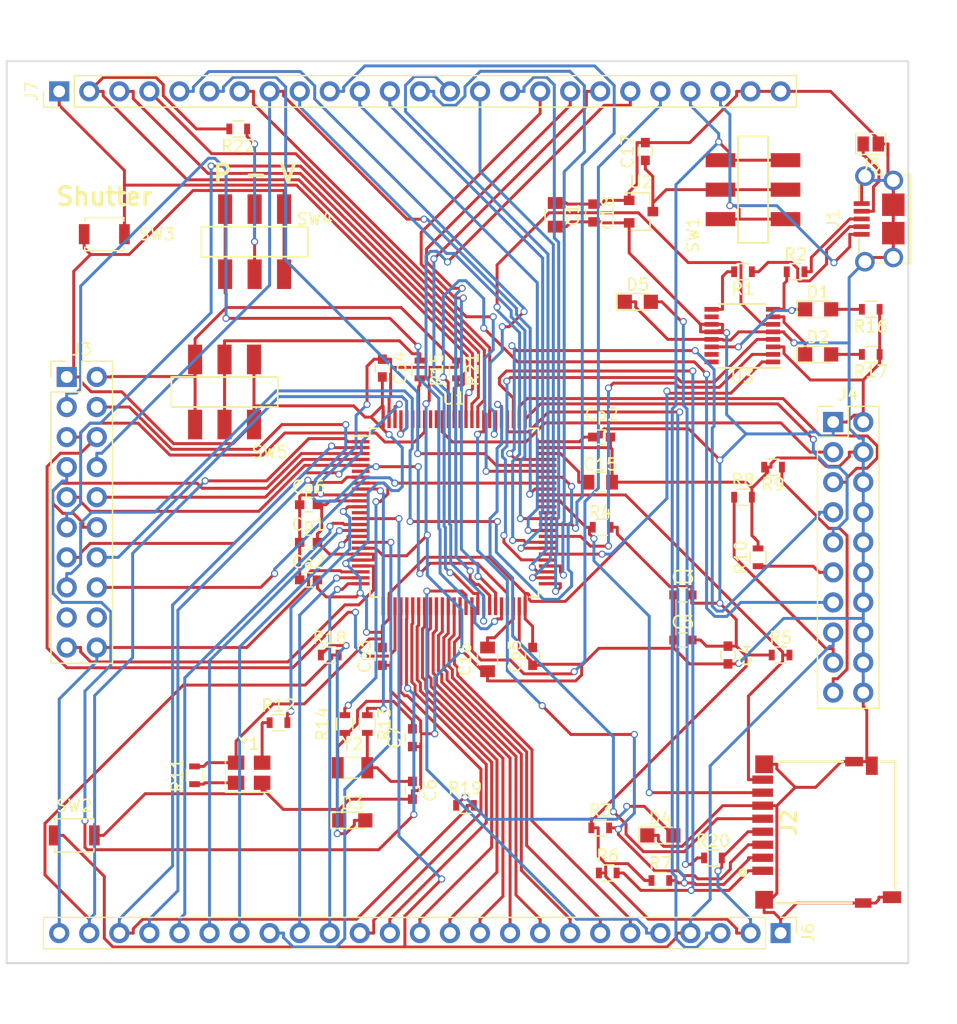
<source format=kicad_pcb>
(kicad_pcb (version 4) (host pcbnew 4.0.7-e2-6376~58~ubuntu16.04.1)
  (layers (0 F.Cu signal) (31 B.Cu signal) (34 B.Paste user) (35 F.Paste user) (36 B.SilkS user) (37 F.SilkS user) (38 B.Mask user) (39 F.Mask user) (44 Edge.Cuts user))
  (net 0 "")
  (net 1 GND)
  (net 2 +3V3)
  (net 3 "Net-(C6-Pad1)")
  (net 4 "Net-(C7-Pad2)")
  (net 5 "Net-(C15-Pad1)")
  (net 6 "Net-(C16-Pad1)")
  (net 7 "Net-(C17-Pad1)")
  (net 8 "Net-(D1-Pad2)")
  (net 9 "Net-(D1-Pad1)")
  (net 10 "Net-(D2-Pad2)")
  (net 11 "Net-(D2-Pad1)")
  (net 12 "Net-(D3-Pad2)")
  (net 13 "Net-(D4-Pad2)")
  (net 14 "Net-(D5-Pad2)")
  (net 15 /USB_5V)
  (net 16 "Net-(J1-Pad2)")
  (net 17 "Net-(J1-Pad3)")
  (net 18 "Net-(J1-Pad4)")
  (net 19 "Net-(J2-Pad1)")
  (net 20 "Net-(J2-Pad2)")
  (net 21 "Net-(J2-Pad3)")
  (net 22 "Net-(J2-Pad5)")
  (net 23 "Net-(J2-Pad7)")
  (net 24 "Net-(J2-Pad8)")
  (net 25 "Net-(J3-Pad3)")
  (net 26 "Net-(J3-Pad4)")
  (net 27 "Net-(J3-Pad5)")
  (net 28 "Net-(J3-Pad6)")
  (net 29 "Net-(J3-Pad7)")
  (net 30 /DCMI_D7)
  (net 31 /DCMI_D6)
  (net 32 /DCMI_D5)
  (net 33 /DCMI_D4)
  (net 34 /DCMI_D3)
  (net 35 /DCMI_D2)
  (net 36 /DCMI_D1)
  (net 37 /DCMI_D0)
  (net 38 /WKUP)
  (net 39 /DCMI_PWDN)
  (net 40 "Net-(J4-Pad3)")
  (net 41 "Net-(J4-Pad5)")
  (net 42 "Net-(J4-Pad7)")
  (net 43 "Net-(J4-Pad9)")
  (net 44 "Net-(R1-Pad2)")
  (net 45 "Net-(R2-Pad1)")
  (net 46 "Net-(R12-Pad1)")
  (net 47 "Net-(R13-Pad1)")
  (net 48 "Net-(R14-Pad1)")
  (net 49 "Net-(R15-Pad1)")
  (net 50 "Net-(R15-Pad2)")
  (net 51 "Net-(R22-Pad1)")
  (net 52 /VIN)
  (net 53 /NRST)
  (net 54 "Net-(U1-Pad55)")
  (net 55 "Net-(U1-Pad56)")
  (net 56 "Net-(U1-Pad58)")
  (net 57 "Net-(U1-Pad59)")
  (net 58 /CLK)
  (net 59 "Net-(R11-Pad1)")
  (net 60 "Net-(R12-Pad2)")
  (net 61 "Net-(J6-Pad5)")
  (net 62 "Net-(J6-Pad6)")
  (net 63 "Net-(J6-Pad7)")
  (net 64 "Net-(J6-Pad8)")
  (net 65 "Net-(J6-Pad9)")
  (net 66 "Net-(J6-Pad10)")
  (net 67 "Net-(J6-Pad11)")
  (net 68 "Net-(J6-Pad12)")
  (net 69 "Net-(J6-Pad13)")
  (net 70 "Net-(J6-Pad14)")
  (net 71 "Net-(J6-Pad15)")
  (net 72 "Net-(J6-Pad16)")
  (net 73 "Net-(J6-Pad17)")
  (net 74 "Net-(J6-Pad18)")
  (net 75 "Net-(J6-Pad19)")
  (net 76 "Net-(J6-Pad20)")
  (net 77 "Net-(J6-Pad21)")
  (net 78 "Net-(J6-Pad22)")
  (net 79 "Net-(J6-Pad23)")
  (net 80 "Net-(J6-Pad24)")
  (net 81 "Net-(J7-Pad1)")
  (net 82 "Net-(J7-Pad2)")
  (net 83 "Net-(J7-Pad3)")
  (net 84 "Net-(J7-Pad4)")
  (net 85 "Net-(J7-Pad5)")
  (net 86 "Net-(J7-Pad6)")
  (net 87 "Net-(J7-Pad7)")
  (net 88 "Net-(J7-Pad9)")
  (net 89 "Net-(J7-Pad10)")
  (net 90 "Net-(J7-Pad11)")
  (net 91 "Net-(J7-Pad12)")
  (net 92 "Net-(J7-Pad13)")
  (net 93 "Net-(J7-Pad14)")
  (net 94 "Net-(J7-Pad15)")
  (net 95 "Net-(J7-Pad16)")
  (net 96 "Net-(J7-Pad17)")
  (net 97 "Net-(J7-Pad18)")
  (net 98 "Net-(J7-Pad19)")
  (net 99 "Net-(J7-Pad20)")
  (net 100 "Net-(J7-Pad21)")
  (net 101 "Net-(J3-Pad17)")
  (net 102 "Net-(J3-Pad18)")
  (net 103 "Net-(J4-Pad11)")
  (net 104 "Net-(J4-Pad13)")
  (net 105 "Net-(J4-Pad17)")
  (net 106 "Net-(J4-Pad19)")
  (net 107 "Net-(U1-Pad6)")
  (net 108 "Net-(U1-Pad13)")
  (net 109 "Net-(U1-Pad63)")
  (net 110 "Net-(U1-Pad64)")
  (net 111 "Net-(U1-Pad87)")
  (net 112 "Net-(U1-Pad91)")
  (net 113 "Net-(U1-Pad92)")
  (net 114 "Net-(U1-Pad95)")
  (net 115 "Net-(U1-Pad96)")
  (net 116 "Net-(U3-Pad10)")
  (net 117 "Net-(U3-Pad15)")
  (net 118 "Net-(U3-Pad16)")
  (module Capacitors_SMD:C_0805 (layer F.Cu) (at 84.455 51.07 270)
    (fp_text reference C1 (at 0 -1.5 270) (layer F.SilkS))
    (fp_text value 10uF)
    (pad 1 smd rect (at -1 0 270) (size 1 1.25) (layers F.Cu F.Paste F.Mask) (net 1 GND))
    (pad 2 smd rect (at 1 0 270) (size 1 1.25) (layers F.Cu F.Paste F.Mask) (net 2 +3V3))
  )
  (module Capacitors_SMD:C_0603 (layer F.Cu) (at 95.25 83.185)
    (fp_text reference C3 (at 0 -1.5) (layer F.SilkS))
    (fp_text value 1uF)
    (pad 2 smd rect (at 0.75 0) (size 0.8 0.75) (layers F.Cu F.Paste F.Mask) (net 2 +3V3))
    (pad 1 smd rect (at -0.75 0) (size 0.8 0.75) (layers F.Cu F.Paste F.Mask) (net 1 GND))
  )
  (module Capacitors_SMD:C_0603 (layer F.Cu) (at 99.06 88.265 270)
    (fp_text reference C4 (at 0 -1.5 270) (layer F.SilkS))
    (fp_text value 100nF)
    (pad 2 smd rect (at 0.75 0 270) (size 0.8 0.75) (layers F.Cu F.Paste F.Mask) (net 1 GND))
    (pad 1 smd rect (at -0.75 0 270) (size 0.8 0.75) (layers F.Cu F.Paste F.Mask) (net 2 +3V3))
  )
  (module Capacitors_SMD:C_0603 (layer F.Cu) (at 95.25 86.995)
    (fp_text reference C5 (at 0 -1.5) (layer F.SilkS))
    (fp_text value 100nF)
    (pad 2 smd rect (at 0.75 0) (size 0.8 0.75) (layers F.Cu F.Paste F.Mask) (net 2 +3V3))
    (pad 1 smd rect (at -0.75 0) (size 0.8 0.75) (layers F.Cu F.Paste F.Mask) (net 1 GND))
  )
  (module Capacitors_SMD:C_0603 (layer F.Cu) (at 72.39 99.695 270)
    (fp_text reference C6 (at 0 -1.5 270) (layer F.SilkS))
    (fp_text value 4.7pF)
    (pad 2 smd rect (at 0.75 0 270) (size 0.8 0.75) (layers F.Cu F.Paste F.Mask) (net 1 GND))
    (pad 1 smd rect (at -0.75 0 270) (size 0.8 0.75) (layers F.Cu F.Paste F.Mask) (net 3 "Net-(C6-Pad1)"))
  )
  (module Capacitors_SMD:C_0603 (layer F.Cu) (at 72.39 95.25 90)
    (fp_text reference C7 (at 0 -1.5 90) (layer F.SilkS))
    (fp_text value 4.7pF)
    (pad 2 smd rect (at 0.75 0 90) (size 0.8 0.75) (layers F.Cu F.Paste F.Mask) (net 4 "Net-(C7-Pad2)"))
    (pad 1 smd rect (at -0.75 0 90) (size 0.8 0.75) (layers F.Cu F.Paste F.Mask) (net 1 GND))
  )
  (module Capacitors_SMD:C_0805 (layer F.Cu) (at 88.265 73.66)
    (fp_text reference C15 (at 0 -1.5) (layer F.SilkS))
    (fp_text value 2.2uF)
    (pad 1 smd rect (at -1 0) (size 1 1.25) (layers F.Cu F.Paste F.Mask) (net 5 "Net-(C15-Pad1)"))
    (pad 2 smd rect (at 1 0) (size 1 1.25) (layers F.Cu F.Paste F.Mask) (net 1 GND))
  )
  (module Capacitors_SMD:C_0805 (layer F.Cu) (at 78.74 88.63 270)
    (fp_text reference C16 (at 0 1.905 270) (layer F.SilkS))
    (fp_text value 2.2uF)
    (pad 1 smd rect (at -1 0 270) (size 1 1.25) (layers F.Cu F.Paste F.Mask) (net 6 "Net-(C16-Pad1)"))
    (pad 2 smd rect (at 1 0 270) (size 1 1.25) (layers F.Cu F.Paste F.Mask) (net 1 GND))
  )
  (module Capacitors_SMD:C_0603 (layer F.Cu) (at 92.075 45.72 90)
    (fp_text reference C17 (at 0 -1.5 90) (layer F.SilkS))
    (fp_text value 1uF)
    (pad 2 smd rect (at 0.75 0 90) (size 0.8 0.75) (layers F.Cu F.Paste F.Mask) (net 1 GND))
    (pad 1 smd rect (at -0.75 0 90) (size 0.8 0.75) (layers F.Cu F.Paste F.Mask) (net 7 "Net-(C17-Pad1)"))
  )
  (module Capacitors_SMD:C_0603 (layer F.Cu) (at 87.63 50.915 90)
    (fp_text reference C18 (at 0 1.27 90) (layer F.SilkS))
    (fp_text value 1uF)
    (pad 2 smd rect (at 0.75 0 90) (size 0.8 0.75) (layers F.Cu F.Paste F.Mask) (net 1 GND))
    (pad 1 smd rect (at -0.75 0 90) (size 0.8 0.75) (layers F.Cu F.Paste F.Mask) (net 2 +3V3))
  )
  (module Capacitors_SMD:C_0603 (layer F.Cu) (at 63.615 81.915)
    (fp_text reference Ca2 (at 0 -1.5) (layer F.SilkS))
    (fp_text value 1uF)
    (pad 2 smd rect (at 0.75 0) (size 0.8 0.75) (layers F.Cu F.Paste F.Mask) (net 2 +3V3))
    (pad 1 smd rect (at -0.75 0) (size 0.8 0.75) (layers F.Cu F.Paste F.Mask) (net 1 GND))
  )
  (module Capacitors_SMD:C_0603 (layer F.Cu) (at 63.615 78.74)
    (fp_text reference Cp1 (at 0 -1.5) (layer F.SilkS))
    (fp_text value 100nF)
    (pad 2 smd rect (at 0.75 0) (size 0.8 0.75) (layers F.Cu F.Paste F.Mask) (net 2 +3V3))
    (pad 1 smd rect (at -0.75 0) (size 0.8 0.75) (layers F.Cu F.Paste F.Mask) (net 1 GND))
  )
  (module Capacitors_SMD:C_0603 (layer F.Cu) (at 88.38 69.85 180)
    (fp_text reference Cp2 (at 0 1.905 180) (layer F.SilkS))
    (fp_text value 100nF)
    (pad 2 smd rect (at 0.75 0 180) (size 0.8 0.75) (layers F.Cu F.Paste F.Mask) (net 2 +3V3))
    (pad 1 smd rect (at -0.75 0 180) (size 0.8 0.75) (layers F.Cu F.Paste F.Mask) (net 1 GND))
  )
  (module Capacitors_SMD:C_0603 (layer F.Cu) (at 69.85 88.38 90)
    (fp_text reference Cp3 (at 0 -1.5 90) (layer F.SilkS))
    (fp_text value 100nF)
    (pad 2 smd rect (at 0.75 0 90) (size 0.8 0.75) (layers F.Cu F.Paste F.Mask) (net 2 +3V3))
    (pad 1 smd rect (at -0.75 0 90) (size 0.8 0.75) (layers F.Cu F.Paste F.Mask) (net 1 GND))
  )
  (module Capacitors_SMD:C_0603 (layer F.Cu) (at 69.85 64.02 270)
    (fp_text reference Cp4 (at 0 -1.5 270) (layer F.SilkS))
    (fp_text value 100nF)
    (pad 2 smd rect (at 0.75 0 270) (size 0.8 0.75) (layers F.Cu F.Paste F.Mask) (net 2 +3V3))
    (pad 1 smd rect (at -0.75 0 270) (size 0.8 0.75) (layers F.Cu F.Paste F.Mask) (net 1 GND))
  )
  (module Capacitors_SMD:C_0603 (layer F.Cu) (at 82.55 88.38 90)
    (fp_text reference Cp5 (at 0 -1.5 90) (layer F.SilkS))
    (fp_text value 100nF)
    (pad 2 smd rect (at 0.75 0 90) (size 0.8 0.75) (layers F.Cu F.Paste F.Mask) (net 2 +3V3))
    (pad 1 smd rect (at -0.75 0 90) (size 0.8 0.75) (layers F.Cu F.Paste F.Mask) (net 1 GND))
  )
  (module Capacitors_SMD:C_0603 (layer F.Cu) (at 63.615 75.565)
    (fp_text reference Cp6 (at 0 -1.5) (layer F.SilkS))
    (fp_text value 100nF)
    (pad 2 smd rect (at 0.75 0) (size 0.8 0.75) (layers F.Cu F.Paste F.Mask) (net 2 +3V3))
    (pad 1 smd rect (at -0.75 0) (size 0.8 0.75) (layers F.Cu F.Paste F.Mask) (net 1 GND))
  )
  (module LEDs:LED_0805 (layer F.Cu) (at 106.68 59.055)
    (fp_text reference D1 (at 0 -1.45) (layer F.SilkS))
    (fp_text value LED-G)
    (pad 2 smd rect (at 1.1 0 180) (size 1.2 1.2) (layers F.Cu F.Paste F.Mask) (net 8 "Net-(D1-Pad2)"))
    (pad 1 smd rect (at -1.1 0 180) (size 1.2 1.2) (layers F.Cu F.Paste F.Mask) (net 9 "Net-(D1-Pad1)"))
  )
  (module LEDs:LED_0805 (layer F.Cu) (at 106.68 62.865)
    (fp_text reference D2 (at 0 -1.45) (layer F.SilkS))
    (fp_text value LED-G)
    (pad 2 smd rect (at 1.1 0 180) (size 1.2 1.2) (layers F.Cu F.Paste F.Mask) (net 10 "Net-(D2-Pad2)"))
    (pad 1 smd rect (at -1.1 0 180) (size 1.2 1.2) (layers F.Cu F.Paste F.Mask) (net 11 "Net-(D2-Pad1)"))
  )
  (module LEDs:LED_0805 (layer F.Cu) (at 67.31 102.235)
    (fp_text reference D3 (at 0 -1.45) (layer F.SilkS))
    (fp_text value LED-G)
    (pad 2 smd rect (at 1.1 0 180) (size 1.2 1.2) (layers F.Cu F.Paste F.Mask) (net 12 "Net-(D3-Pad2)"))
    (pad 1 smd rect (at -1.1 0 180) (size 1.2 1.2) (layers F.Cu F.Paste F.Mask) (net 1 GND))
  )
  (module LEDs:LED_0805 (layer F.Cu) (at 93.345 103.505)
    (fp_text reference D4 (at 0 -1.45) (layer F.SilkS))
    (fp_text value LED-B)
    (pad 2 smd rect (at 1.1 0 180) (size 1.2 1.2) (layers F.Cu F.Paste F.Mask) (net 13 "Net-(D4-Pad2)"))
    (pad 1 smd rect (at -1.1 0 180) (size 1.2 1.2) (layers F.Cu F.Paste F.Mask) (net 1 GND))
  )
  (module LEDs:LED_0805 (layer F.Cu) (at 91.44 58.42)
    (fp_text reference D5 (at 0 -1.45) (layer F.SilkS))
    (fp_text value LED-R)
    (pad 2 smd rect (at 1.1 0 180) (size 1.2 1.2) (layers F.Cu F.Paste F.Mask) (net 14 "Net-(D5-Pad2)"))
    (pad 1 smd rect (at -1.1 0 180) (size 1.2 1.2) (layers F.Cu F.Paste F.Mask) (net 1 GND))
  )
  (module USB_micro_b:USB_microB_2040002-1_alt (layer F.Cu) (at 113.03 51.42 90)
    (fp_text reference J1 (at 0 -5.08 90) (layer F.SilkS))
    (fp_text value USB_microB_2040002-1)
    (pad 1 smd rect (at -1.3 -2.675 90) (size 0.4 1.35) (layers F.Cu F.Paste F.Mask) (net 15 /USB_5V))
    (pad 2 smd rect (at -0.65 -2.675 90) (size 0.4 1.35) (layers F.Cu F.Paste F.Mask) (net 16 "Net-(J1-Pad2)"))
    (pad 3 smd rect (at 0 -2.675 90) (size 0.4 1.35) (layers F.Cu F.Paste F.Mask) (net 17 "Net-(J1-Pad3)"))
    (pad 4 smd rect (at 0.65 -2.675 90) (size 0.4 1.35) (layers F.Cu F.Paste F.Mask) (net 18 "Net-(J1-Pad4)"))
    (pad 5 smd rect (at 1.3 -2.675 90) (size 0.4 1.35) (layers F.Cu F.Paste F.Mask) (net 1 GND))
    (pad 11 thru_hole circle (at -3.615 -2.4 90) (size 1.651 1.651) (drill 1.0922) (layers *.Cu *.Mask) (net 1 GND))
    (pad 6 thru_hole circle (at 3.615 -2.4 90) (size 1.651 1.651) (drill 1.0922) (layers *.Cu *.Mask) (net 1 GND))
    (pad 10 thru_hole circle (at -3.255 0 90) (size 1.651 1.651) (drill 1.0922) (layers *.Cu *.Mask) (net 1 GND))
    (pad 7 thru_hole circle (at 3.255 0 90) (size 1.651 1.651) (drill 1.0922) (layers *.Cu *.Mask) (net 1 GND))
    (pad 9 smd rect (at -1.2 0 90) (size 1.9 1.9) (layers F.Cu F.Paste F.Mask) (net 1 GND))
    (pad 8 smd rect (at 1.2 0 90) (size 1.9 1.9) (layers F.Cu F.Paste F.Mask) (net 1 GND))
  )
  (module uSD_card:114-00841-68 (layer F.Cu) (at 110.49 109.22 270)
    (fp_text reference J2 (at -6.81108 6.28617 270) (layer F.SilkS) (effects (font (size 1.27 1.27) (thickness 0.254))))
    (fp_text value Micro_SD_Card hide)
    (pad 1 smd rect (at -2.725 8.5 270) (size 0.7 1.75) (layers F.Cu F.Paste F.Mask) (net 19 "Net-(J2-Pad1)"))
    (pad 2 smd rect (at -3.825 8.5 270) (size 0.7 1.75) (layers F.Cu F.Paste F.Mask) (net 20 "Net-(J2-Pad2)"))
    (pad 3 smd rect (at -4.925 8.5 270) (size 0.7 1.75) (layers F.Cu F.Paste F.Mask) (net 21 "Net-(J2-Pad3)"))
    (pad 4 smd rect (at -6.025 8.5 270) (size 0.7 1.75) (layers F.Cu F.Paste F.Mask) (net 2 +3V3))
    (pad 5 smd rect (at -7.125 8.5 270) (size 0.7 1.75) (layers F.Cu F.Paste F.Mask) (net 22 "Net-(J2-Pad5)"))
    (pad 6 smd rect (at -8.225 8.5 270) (size 0.7 1.75) (layers F.Cu F.Paste F.Mask) (net 1 GND))
    (pad 7 smd rect (at -9.325 8.5 270) (size 0.7 1.75) (layers F.Cu F.Paste F.Mask) (net 23 "Net-(J2-Pad7)"))
    (pad 8 smd rect (at -10.425 8.5 270) (size 0.7 1.75) (layers F.Cu F.Paste F.Mask) (net 24 "Net-(J2-Pad8)"))
    (pad 9 smd rect (at -11.725 8.375) (size 1.5 1.5) (layers F.Cu F.Paste F.Mask) (net 1 GND))
    (pad 9 smd rect (at -0.275 8.375) (size 1.5 1.5) (layers F.Cu F.Paste F.Mask) (net 1 GND))
    (pad 9 smd rect (at -11.95 0.775 270) (size 0.8 1.5) (layers F.Cu F.Paste F.Mask) (net 1 GND))
    (pad 9 smd rect (at -11.6 -0.725) (size 1 1.55) (layers F.Cu F.Paste F.Mask) (net 1 GND))
    (pad 9 smd rect (at 0 0 270) (size 0.8 1.4) (layers F.Cu F.Paste F.Mask) (net 1 GND))
    (pad 9 smd rect (at -0.492 -2.425 270) (size 1 1.55) (layers F.Cu F.Paste F.Mask) (net 1 GND))
  )
  (module Pin_Headers:Pin_Header_Straight_2x10_Pitch2.54mm (layer F.Cu) (at 43.18 64.77)
    (fp_text reference J3 (at 1.27 -2.33) (layer F.SilkS))
    (fp_text value PPTC102LFBN-RC)
    (pad 1 thru_hole rect (at 0 0) (size 1.7 1.7) (drill 1) (layers *.Cu *.Mask) (net 2 +3V3))
    (pad 2 thru_hole oval (at 2.54 0) (size 1.7 1.7) (drill 1) (layers *.Cu *.Mask) (net 1 GND))
    (pad 3 thru_hole oval (at 0 2.54) (size 1.7 1.7) (drill 1) (layers *.Cu *.Mask) (net 25 "Net-(J3-Pad3)"))
    (pad 4 thru_hole oval (at 2.54 2.54) (size 1.7 1.7) (drill 1) (layers *.Cu *.Mask) (net 26 "Net-(J3-Pad4)"))
    (pad 5 thru_hole oval (at 0 5.08) (size 1.7 1.7) (drill 1) (layers *.Cu *.Mask) (net 27 "Net-(J3-Pad5)"))
    (pad 6 thru_hole oval (at 2.54 5.08) (size 1.7 1.7) (drill 1) (layers *.Cu *.Mask) (net 28 "Net-(J3-Pad6)"))
    (pad 7 thru_hole oval (at 0 7.62) (size 1.7 1.7) (drill 1) (layers *.Cu *.Mask) (net 29 "Net-(J3-Pad7)"))
    (pad 8 thru_hole oval (at 2.54 7.62) (size 1.7 1.7) (drill 1) (layers *.Cu *.Mask) (net 58 /CLK))
    (pad 9 thru_hole oval (at 0 10.16) (size 1.7 1.7) (drill 1) (layers *.Cu *.Mask) (net 30 /DCMI_D7))
    (pad 10 thru_hole oval (at 2.54 10.16) (size 1.7 1.7) (drill 1) (layers *.Cu *.Mask) (net 31 /DCMI_D6))
    (pad 11 thru_hole oval (at 0 12.7) (size 1.7 1.7) (drill 1) (layers *.Cu *.Mask) (net 32 /DCMI_D5))
    (pad 12 thru_hole oval (at 2.54 12.7) (size 1.7 1.7) (drill 1) (layers *.Cu *.Mask) (net 33 /DCMI_D4))
    (pad 13 thru_hole oval (at 0 15.24) (size 1.7 1.7) (drill 1) (layers *.Cu *.Mask) (net 34 /DCMI_D3))
    (pad 14 thru_hole oval (at 2.54 15.24) (size 1.7 1.7) (drill 1) (layers *.Cu *.Mask) (net 35 /DCMI_D2))
    (pad 15 thru_hole oval (at 0 17.78) (size 1.7 1.7) (drill 1) (layers *.Cu *.Mask) (net 36 /DCMI_D1))
    (pad 16 thru_hole oval (at 2.54 17.78) (size 1.7 1.7) (drill 1) (layers *.Cu *.Mask) (net 37 /DCMI_D0))
    (pad 17 thru_hole oval (at 0 20.32) (size 1.7 1.7) (drill 1) (layers *.Cu *.Mask) (net 101 "Net-(J3-Pad17)"))
    (pad 18 thru_hole oval (at 2.54 20.32) (size 1.7 1.7) (drill 1) (layers *.Cu *.Mask) (net 102 "Net-(J3-Pad18)"))
    (pad 19 thru_hole oval (at 0 22.86) (size 1.7 1.7) (drill 1) (layers *.Cu *.Mask) (net 38 /WKUP))
    (pad 20 thru_hole oval (at 2.54 22.86) (size 1.7 1.7) (drill 1) (layers *.Cu *.Mask) (net 39 /DCMI_PWDN))
  )
  (module Connectors:GS2 (layer F.Cu) (at 111.125 45.085 270)
    (fp_text reference J5 (at 1.78 0 360) (layer F.SilkS))
    (fp_text value GS2)
    (pad 1 smd rect (at 0 -0.64 270) (size 1.27 0.97) (layers F.Cu F.Paste F.Mask) (net 1 GND))
    (pad 2 smd rect (at 0 0.64 270) (size 1.27 0.97) (layers F.Cu F.Paste F.Mask) (net 18 "Net-(J1-Pad4)"))
  )
  (module Resistors_SMD:R_0603 (layer F.Cu) (at 100.33 55.88 180)
    (fp_text reference R1 (at 0 -1.45 180) (layer F.SilkS))
    (fp_text value 30.1)
    (pad 1 smd rect (at -0.75 0 180) (size 0.5 0.9) (layers F.Cu F.Paste F.Mask) (net 16 "Net-(J1-Pad2)"))
    (pad 2 smd rect (at 0.75 0 180) (size 0.5 0.9) (layers F.Cu F.Paste F.Mask) (net 44 "Net-(R1-Pad2)"))
  )
  (module Resistors_SMD:R_0603 (layer F.Cu) (at 104.775 55.88)
    (fp_text reference R2 (at 0 -1.45) (layer F.SilkS))
    (fp_text value 30.1)
    (pad 1 smd rect (at -0.75 0) (size 0.5 0.9) (layers F.Cu F.Paste F.Mask) (net 45 "Net-(R2-Pad1)"))
    (pad 2 smd rect (at 0.75 0) (size 0.5 0.9) (layers F.Cu F.Paste F.Mask) (net 17 "Net-(J1-Pad3)"))
  )
  (module Resistors_SMD:R_0603 (layer F.Cu) (at 88.265 102.87)
    (fp_text reference R3 (at 0 -1.45) (layer F.SilkS))
    (fp_text value 47.5K)
    (pad 1 smd rect (at -0.75 0) (size 0.5 0.9) (layers F.Cu F.Paste F.Mask) (net 2 +3V3))
    (pad 2 smd rect (at 0.75 0) (size 0.5 0.9) (layers F.Cu F.Paste F.Mask) (net 21 "Net-(J2-Pad3)"))
  )
  (module Resistors_SMD:R_0603 (layer F.Cu) (at 88.38 77.47 180)
    (fp_text reference R4 (at 0.115 1.27 180) (layer F.SilkS))
    (fp_text value 47.5K)
    (pad 1 smd rect (at -0.75 0 180) (size 0.5 0.9) (layers F.Cu F.Paste F.Mask) (net 2 +3V3))
    (pad 2 smd rect (at 0.75 0 180) (size 0.5 0.9) (layers F.Cu F.Paste F.Mask) (net 23 "Net-(J2-Pad7)"))
  )
  (module Resistors_SMD:R_0603 (layer F.Cu) (at 103.505 88.265)
    (fp_text reference R5 (at 0 -1.45) (layer F.SilkS))
    (fp_text value 47.5K)
    (pad 1 smd rect (at -0.75 0) (size 0.5 0.9) (layers F.Cu F.Paste F.Mask) (net 2 +3V3))
    (pad 2 smd rect (at 0.75 0) (size 0.5 0.9) (layers F.Cu F.Paste F.Mask) (net 24 "Net-(J2-Pad8)"))
  )
  (module Resistors_SMD:R_0603 (layer F.Cu) (at 88.9 106.68)
    (fp_text reference R6 (at 0 -1.45) (layer F.SilkS))
    (fp_text value 47.5K)
    (pad 1 smd rect (at -0.75 0) (size 0.5 0.9) (layers F.Cu F.Paste F.Mask) (net 2 +3V3))
    (pad 2 smd rect (at 0.75 0) (size 0.5 0.9) (layers F.Cu F.Paste F.Mask) (net 19 "Net-(J2-Pad1)"))
  )
  (module Resistors_SMD:R_0603 (layer F.Cu) (at 93.345 107.315)
    (fp_text reference R7 (at 0 -1.45) (layer F.SilkS))
    (fp_text value 47.5K)
    (pad 1 smd rect (at -0.75 0) (size 0.5 0.9) (layers F.Cu F.Paste F.Mask) (net 2 +3V3))
    (pad 2 smd rect (at 0.75 0) (size 0.5 0.9) (layers F.Cu F.Paste F.Mask) (net 20 "Net-(J2-Pad2)"))
  )
  (module Resistors_SMD:R_0603 (layer F.Cu) (at 100.33 74.93)
    (fp_text reference R8 (at 0 -1.45) (layer F.SilkS))
    (fp_text value 10K)
    (pad 1 smd rect (at -0.75 0) (size 0.5 0.9) (layers F.Cu F.Paste F.Mask) (net 105 "Net-(J4-Pad17)"))
    (pad 2 smd rect (at 0.75 0) (size 0.5 0.9) (layers F.Cu F.Paste F.Mask) (net 1 GND))
  )
  (module Resistors_SMD:R_0603 (layer F.Cu) (at 102.87 72.39 180)
    (fp_text reference R9 (at 0 -1.45 180) (layer F.SilkS))
    (fp_text value 10K)
    (pad 1 smd rect (at -0.75 0 180) (size 0.5 0.9) (layers F.Cu F.Paste F.Mask) (net 106 "Net-(J4-Pad19)"))
    (pad 2 smd rect (at 0.75 0 180) (size 0.5 0.9) (layers F.Cu F.Paste F.Mask) (net 1 GND))
  )
  (module Resistors_SMD:R_0603 (layer F.Cu) (at 101.6 80.01 90)
    (fp_text reference R10 (at 0 -1.45 90) (layer F.SilkS))
    (fp_text value 10K)
    (pad 1 smd rect (at -0.75 0 90) (size 0.5 0.9) (layers F.Cu F.Paste F.Mask) (net 103 "Net-(J4-Pad11)"))
    (pad 2 smd rect (at 0.75 0 90) (size 0.5 0.9) (layers F.Cu F.Paste F.Mask) (net 1 GND))
  )
  (module Resistors_SMD:R_0603 (layer F.Cu) (at 53.975 98.425 90)
    (fp_text reference R11 (at 0 -1.45 90) (layer F.SilkS))
    (fp_text value 10K)
    (pad 1 smd rect (at -0.75 0 90) (size 0.5 0.9) (layers F.Cu F.Paste F.Mask) (net 59 "Net-(R11-Pad1)"))
    (pad 2 smd rect (at 0.75 0 90) (size 0.5 0.9) (layers F.Cu F.Paste F.Mask) (net 2 +3V3))
  )
  (module Resistors_SMD:R_0603 (layer F.Cu) (at 61.075 93.98)
    (fp_text reference R12 (at 0 -1.45) (layer F.SilkS))
    (fp_text value 100)
    (pad 1 smd rect (at -0.75 0) (size 0.5 0.9) (layers F.Cu F.Paste F.Mask) (net 46 "Net-(R12-Pad1)"))
    (pad 2 smd rect (at 0.75 0) (size 0.5 0.9) (layers F.Cu F.Paste F.Mask) (net 60 "Net-(R12-Pad2)"))
  )
  (module Resistors_SMD:R_0603 (layer F.Cu) (at 68.58 94.095 270)
    (fp_text reference R13 (at 0 -1.45 270) (layer F.SilkS))
    (fp_text value 0)
    (pad 1 smd rect (at -0.75 0 270) (size 0.5 0.9) (layers F.Cu F.Paste F.Mask) (net 47 "Net-(R13-Pad1)"))
    (pad 2 smd rect (at 0.75 0 270) (size 0.5 0.9) (layers F.Cu F.Paste F.Mask) (net 3 "Net-(C6-Pad1)"))
  )
  (module Resistors_SMD:R_0603 (layer F.Cu) (at 66.675 94.095 270)
    (fp_text reference R14 (at 0 1.905 270) (layer F.SilkS))
    (fp_text value 0)
    (pad 1 smd rect (at -0.75 0 270) (size 0.5 0.9) (layers F.Cu F.Paste F.Mask) (net 48 "Net-(R14-Pad1)"))
    (pad 2 smd rect (at 0.75 0 270) (size 0.5 0.9) (layers F.Cu F.Paste F.Mask) (net 4 "Net-(C7-Pad2)"))
  )
  (module Resistors_SMD:R_0603 (layer F.Cu) (at 73.025 64.135 270)
    (fp_text reference R15 (at 0 -1.45 270) (layer F.SilkS))
    (fp_text value 10k)
    (pad 1 smd rect (at -0.75 0 270) (size 0.5 0.9) (layers F.Cu F.Paste F.Mask) (net 49 "Net-(R15-Pad1)"))
    (pad 2 smd rect (at 0.75 0 270) (size 0.5 0.9) (layers F.Cu F.Paste F.Mask) (net 50 "Net-(R15-Pad2)"))
  )
  (module Resistors_SMD:R_0603 (layer F.Cu) (at 111.125 59.055 180)
    (fp_text reference R16 (at 0 -1.45 180) (layer F.SilkS))
    (fp_text value 499)
    (pad 1 smd rect (at -0.75 0 180) (size 0.5 0.9) (layers F.Cu F.Paste F.Mask) (net 2 +3V3))
    (pad 2 smd rect (at 0.75 0 180) (size 0.5 0.9) (layers F.Cu F.Paste F.Mask) (net 8 "Net-(D1-Pad2)"))
  )
  (module Resistors_SMD:R_0603 (layer F.Cu) (at 111.125 62.865 180)
    (fp_text reference R17 (at 0 -1.45 180) (layer F.SilkS))
    (fp_text value 499)
    (pad 1 smd rect (at -0.75 0 180) (size 0.5 0.9) (layers F.Cu F.Paste F.Mask) (net 2 +3V3))
    (pad 2 smd rect (at 0.75 0 180) (size 0.5 0.9) (layers F.Cu F.Paste F.Mask) (net 10 "Net-(D2-Pad2)"))
  )
  (module Resistors_SMD:R_0603 (layer F.Cu) (at 65.405 88.265)
    (fp_text reference R18 (at 0 -1.45) (layer F.SilkS))
    (fp_text value 499)
    (pad 1 smd rect (at -0.75 0) (size 0.5 0.9) (layers F.Cu F.Paste F.Mask) (net 12 "Net-(D3-Pad2)"))
    (pad 2 smd rect (at 0.75 0) (size 0.5 0.9) (layers F.Cu F.Paste F.Mask) (net 80 "Net-(J6-Pad24)"))
  )
  (module Resistors_SMD:R_0603 (layer F.Cu) (at 76.835 100.965)
    (fp_text reference R19 (at 0 -1.45) (layer F.SilkS))
    (fp_text value 499)
    (pad 1 smd rect (at -0.75 0) (size 0.5 0.9) (layers F.Cu F.Paste F.Mask) (net 13 "Net-(D4-Pad2)"))
    (pad 2 smd rect (at 0.75 0) (size 0.5 0.9) (layers F.Cu F.Paste F.Mask) (net 79 "Net-(J6-Pad23)"))
  )
  (module Resistors_SMD:R_0603 (layer F.Cu) (at 97.79 105.41)
    (fp_text reference R20 (at 0 -1.45) (layer F.SilkS))
    (fp_text value 499)
    (pad 1 smd rect (at -0.75 0) (size 0.5 0.9) (layers F.Cu F.Paste F.Mask) (net 14 "Net-(D5-Pad2)"))
    (pad 2 smd rect (at 0.75 0) (size 0.5 0.9) (layers F.Cu F.Paste F.Mask) (net 2 +3V3))
  )
  (module Resistors_SMD:R_0603 (layer F.Cu) (at 76.2 64.135 90)
    (fp_text reference R21 (at 0 1.27 90) (layer F.SilkS))
    (fp_text value 10k)
    (pad 1 smd rect (at -0.75 0 90) (size 0.5 0.9) (layers F.Cu F.Paste F.Mask) (net 81 "Net-(J7-Pad1)"))
    (pad 2 smd rect (at 0.75 0 90) (size 0.5 0.9) (layers F.Cu F.Paste F.Mask) (net 1 GND))
  )
  (module Resistors_SMD:R_0603 (layer F.Cu) (at 57.67 43.815 180)
    (fp_text reference R22 (at 0 -1.45 180) (layer F.SilkS))
    (fp_text value 10k)
    (pad 1 smd rect (at -0.75 0 180) (size 0.5 0.9) (layers F.Cu F.Paste F.Mask) (net 51 "Net-(R22-Pad1)"))
    (pad 2 smd rect (at 0.75 0 180) (size 0.5 0.9) (layers F.Cu F.Paste F.Mask) (net 82 "Net-(J7-Pad2)"))
  )
  (module DPDT_switch:JS202011SCQN (layer F.Cu) (at 101.175 48.9458 90)
    (fp_text reference SW1 (at -3.81 -5.08 90) (layer F.SilkS))
    (fp_text value SW_DPDT_x2)
    (pad 1 smd rect (at -2.4892 2.74955 90) (size 1.1938 2.5019) (layers F.Cu F.Paste F.Mask) (net 15 /USB_5V))
    (pad 2 smd rect (at 0 2.74955 90) (size 1.1938 2.5019) (layers F.Cu F.Paste F.Mask) (net 7 "Net-(C17-Pad1)"))
    (pad 3 smd rect (at 2.4892 2.74955 90) (size 1.1938 2.5019) (layers F.Cu F.Paste F.Mask) (net 52 /VIN))
    (pad 4 smd rect (at 2.4892 -2.74955 90) (size 1.1938 2.5019) (layers F.Cu F.Paste F.Mask) (net 52 /VIN))
    (pad 5 smd rect (at 0 -2.74955 90) (size 1.1938 2.5019) (layers F.Cu F.Paste F.Mask) (net 7 "Net-(C17-Pad1)"))
    (pad 6 smd rect (at -2.4892 -2.74955 90) (size 1.1938 2.5019) (layers F.Cu F.Paste F.Mask) (net 15 /USB_5V))
  )
  (module Buttons_Switches_SMD:SW_SPST_B3U-1000P (layer F.Cu) (at 43.815 103.505)
    (fp_text reference SW2 (at 0 -2.5) (layer F.SilkS))
    (fp_text value SW_Push)
    (pad 1 smd rect (at -1.7 0) (size 0.9 1.7) (layers F.Cu F.Paste F.Mask) (net 53 /NRST))
    (pad 2 smd rect (at 1.7 0) (size 0.9 1.7) (layers F.Cu F.Paste F.Mask) (net 1 GND))
  )
  (module Buttons_Switches_SMD:SW_SPST_B3U-1000P (layer F.Cu) (at 46.355 52.705)
    (fp_text reference SW3 (at 4.445 0) (layer F.SilkS))
    (fp_text value SW_Push)
    (pad 1 smd rect (at -1.7 0) (size 0.9 1.7) (layers F.Cu F.Paste F.Mask) (net 2 +3V3))
    (pad 2 smd rect (at 1.7 0) (size 0.9 1.7) (layers F.Cu F.Paste F.Mask) (net 81 "Net-(J7-Pad1)"))
  )
  (module DPDT_switch:JS202011SCQN (layer F.Cu) (at 59.055 53.34)
    (fp_text reference SW4 (at 5.08 -1.905) (layer F.SilkS))
    (fp_text value SW_DPDT_x2)
    (pad 1 smd rect (at -2.4892 2.74955) (size 1.1938 2.5019) (layers F.Cu F.Paste F.Mask) (net 1 GND))
    (pad 2 smd rect (at 0 2.74955) (size 1.1938 2.5019) (layers F.Cu F.Paste F.Mask) (net 51 "Net-(R22-Pad1)"))
    (pad 3 smd rect (at 2.4892 2.74955) (size 1.1938 2.5019) (layers F.Cu F.Paste F.Mask) (net 2 +3V3))
    (pad 4 smd rect (at 2.4892 -2.74955) (size 1.1938 2.5019) (layers F.Cu F.Paste F.Mask) (net 2 +3V3))
    (pad 5 smd rect (at 0 -2.74955) (size 1.1938 2.5019) (layers F.Cu F.Paste F.Mask) (net 51 "Net-(R22-Pad1)"))
    (pad 6 smd rect (at -2.4892 -2.74955) (size 1.1938 2.5019) (layers F.Cu F.Paste F.Mask) (net 1 GND))
  )
  (module DPDT_switch:JS202011SCQN (layer F.Cu) (at 56.515 66.04 180)
    (fp_text reference SW5 (at -3.81 -5.08 180) (layer F.SilkS))
    (fp_text value SW_DPDT_x2)
    (pad 1 smd rect (at -2.4892 2.74955 180) (size 1.1938 2.5019) (layers F.Cu F.Paste F.Mask) (net 2 +3V3))
    (pad 2 smd rect (at 0 2.74955 180) (size 1.1938 2.5019) (layers F.Cu F.Paste F.Mask) (net 49 "Net-(R15-Pad1)"))
    (pad 3 smd rect (at 2.4892 2.74955 180) (size 1.1938 2.5019) (layers F.Cu F.Paste F.Mask) (net 1 GND))
    (pad 4 smd rect (at 2.4892 -2.74955 180) (size 1.1938 2.5019) (layers F.Cu F.Paste F.Mask) (net 1 GND))
    (pad 5 smd rect (at 0 -2.74955 180) (size 1.1938 2.5019) (layers F.Cu F.Paste F.Mask) (net 49 "Net-(R15-Pad1)"))
    (pad 6 smd rect (at -2.4892 -2.74955 180) (size 1.1938 2.5019) (layers F.Cu F.Paste F.Mask) (net 2 +3V3))
  )
  (module Housings_QFP:LQFP-100_14x14mm_Pitch0.5mm (layer F.Cu) (at 75.92 76.24)
    (fp_text reference U1 (at 0 -9.65) (layer F.SilkS))
    (fp_text value STM32F746VGT6)
    (pad 1 smd rect (at -7.9 -6) (size 1.5 0.28) (layers F.Cu F.Paste F.Mask) (net 80 "Net-(J6-Pad24)"))
    (pad 2 smd rect (at -7.9 -5.5) (size 1.5 0.28) (layers F.Cu F.Paste F.Mask) (net 79 "Net-(J6-Pad23)"))
    (pad 3 smd rect (at -7.9 -5) (size 1.5 0.28) (layers F.Cu F.Paste F.Mask) (net 33 /DCMI_D4))
    (pad 4 smd rect (at -7.9 -4.5) (size 1.5 0.28) (layers F.Cu F.Paste F.Mask) (net 31 /DCMI_D6))
    (pad 5 smd rect (at -7.9 -4) (size 1.5 0.28) (layers F.Cu F.Paste F.Mask) (net 30 /DCMI_D7))
    (pad 6 smd rect (at -7.9 -3.5) (size 1.5 0.28) (layers F.Cu F.Paste F.Mask) (net 107 "Net-(U1-Pad6)"))
    (pad 7 smd rect (at -7.9 -3) (size 1.5 0.28) (layers F.Cu F.Paste F.Mask) (net 78 "Net-(J6-Pad22)"))
    (pad 8 smd rect (at -7.9 -2.5) (size 1.5 0.28) (layers F.Cu F.Paste F.Mask) (net 48 "Net-(R14-Pad1)"))
    (pad 9 smd rect (at -7.9 -2) (size 1.5 0.28) (layers F.Cu F.Paste F.Mask) (net 47 "Net-(R13-Pad1)"))
    (pad 10 smd rect (at -7.9 -1.5) (size 1.5 0.28) (layers F.Cu F.Paste F.Mask) (net 1 GND))
    (pad 11 smd rect (at -7.9 -1) (size 1.5 0.28) (layers F.Cu F.Paste F.Mask) (net 2 +3V3))
    (pad 12 smd rect (at -7.9 -0.5) (size 1.5 0.28) (layers F.Cu F.Paste F.Mask) (net 60 "Net-(R12-Pad2)"))
    (pad 13 smd rect (at -7.9 0) (size 1.5 0.28) (layers F.Cu F.Paste F.Mask) (net 108 "Net-(U1-Pad13)"))
    (pad 14 smd rect (at -7.9 0.5) (size 1.5 0.28) (layers F.Cu F.Paste F.Mask) (net 53 /NRST))
    (pad 15 smd rect (at -7.9 1) (size 1.5 0.28) (layers F.Cu F.Paste F.Mask) (net 77 "Net-(J6-Pad21)"))
    (pad 16 smd rect (at -7.9 1.5) (size 1.5 0.28) (layers F.Cu F.Paste F.Mask) (net 76 "Net-(J6-Pad20)"))
    (pad 17 smd rect (at -7.9 2) (size 1.5 0.28) (layers F.Cu F.Paste F.Mask) (net 75 "Net-(J6-Pad19)"))
    (pad 18 smd rect (at -7.9 2.5) (size 1.5 0.28) (layers F.Cu F.Paste F.Mask) (net 74 "Net-(J6-Pad18)"))
    (pad 19 smd rect (at -7.9 3) (size 1.5 0.28) (layers F.Cu F.Paste F.Mask) (net 1 GND))
    (pad 20 smd rect (at -7.9 3.5) (size 1.5 0.28) (layers F.Cu F.Paste F.Mask) (net 2 +3V3))
    (pad 21 smd rect (at -7.9 4) (size 1.5 0.28) (layers F.Cu F.Paste F.Mask) (net 2 +3V3))
    (pad 22 smd rect (at -7.9 4.5) (size 1.5 0.28) (layers F.Cu F.Paste F.Mask) (net 38 /WKUP))
    (pad 23 smd rect (at -7.9 5) (size 1.5 0.28) (layers F.Cu F.Paste F.Mask) (net 39 /DCMI_PWDN))
    (pad 24 smd rect (at -7.9 5.5) (size 1.5 0.28) (layers F.Cu F.Paste F.Mask) (net 73 "Net-(J6-Pad17)"))
    (pad 25 smd rect (at -7.9 6) (size 1.5 0.28) (layers F.Cu F.Paste F.Mask) (net 72 "Net-(J6-Pad16)"))
    (pad 26 smd rect (at -6 7.9 90) (size 1.5 0.28) (layers F.Cu F.Paste F.Mask) (net 1 GND))
    (pad 27 smd rect (at -5.5 7.9 90) (size 1.5 0.28) (layers F.Cu F.Paste F.Mask) (net 2 +3V3))
    (pad 28 smd rect (at -5 7.9 90) (size 1.5 0.28) (layers F.Cu F.Paste F.Mask) (net 28 "Net-(J3-Pad6)"))
    (pad 29 smd rect (at -4.5 7.9 90) (size 1.5 0.28) (layers F.Cu F.Paste F.Mask) (net 71 "Net-(J6-Pad15)"))
    (pad 30 smd rect (at -4 7.9 90) (size 1.5 0.28) (layers F.Cu F.Paste F.Mask) (net 29 "Net-(J3-Pad7)"))
    (pad 31 smd rect (at -3.5 7.9 90) (size 1.5 0.28) (layers F.Cu F.Paste F.Mask) (net 70 "Net-(J6-Pad14)"))
    (pad 32 smd rect (at -3 7.9 90) (size 1.5 0.28) (layers F.Cu F.Paste F.Mask) (net 69 "Net-(J6-Pad13)"))
    (pad 33 smd rect (at -2.5 7.9 90) (size 1.5 0.28) (layers F.Cu F.Paste F.Mask) (net 68 "Net-(J6-Pad12)"))
    (pad 34 smd rect (at -2 7.9 90) (size 1.5 0.28) (layers F.Cu F.Paste F.Mask) (net 67 "Net-(J6-Pad11)"))
    (pad 35 smd rect (at -1.5 7.9 90) (size 1.5 0.28) (layers F.Cu F.Paste F.Mask) (net 66 "Net-(J6-Pad10)"))
    (pad 36 smd rect (at -1 7.9 90) (size 1.5 0.28) (layers F.Cu F.Paste F.Mask) (net 65 "Net-(J6-Pad9)"))
    (pad 37 smd rect (at -0.5 7.9 90) (size 1.5 0.28) (layers F.Cu F.Paste F.Mask) (net 64 "Net-(J6-Pad8)"))
    (pad 38 smd rect (at 0 7.9 90) (size 1.5 0.28) (layers F.Cu F.Paste F.Mask) (net 63 "Net-(J6-Pad7)"))
    (pad 39 smd rect (at 0.5 7.9 90) (size 1.5 0.28) (layers F.Cu F.Paste F.Mask) (net 62 "Net-(J6-Pad6)"))
    (pad 40 smd rect (at 1 7.9 90) (size 1.5 0.28) (layers F.Cu F.Paste F.Mask) (net 61 "Net-(J6-Pad5)"))
    (pad 41 smd rect (at 1.5 7.9 90) (size 1.5 0.28) (layers F.Cu F.Paste F.Mask) (net 100 "Net-(J7-Pad21)"))
    (pad 42 smd rect (at 2 7.9 90) (size 1.5 0.28) (layers F.Cu F.Paste F.Mask) (net 99 "Net-(J7-Pad20)"))
    (pad 43 smd rect (at 2.5 7.9 90) (size 1.5 0.28) (layers F.Cu F.Paste F.Mask) (net 98 "Net-(J7-Pad19)"))
    (pad 44 smd rect (at 3 7.9 90) (size 1.5 0.28) (layers F.Cu F.Paste F.Mask) (net 97 "Net-(J7-Pad18)"))
    (pad 45 smd rect (at 3.5 7.9 90) (size 1.5 0.28) (layers F.Cu F.Paste F.Mask) (net 96 "Net-(J7-Pad17)"))
    (pad 46 smd rect (at 4 7.9 90) (size 1.5 0.28) (layers F.Cu F.Paste F.Mask) (net 25 "Net-(J3-Pad3)"))
    (pad 47 smd rect (at 4.5 7.9 90) (size 1.5 0.28) (layers F.Cu F.Paste F.Mask) (net 26 "Net-(J3-Pad4)"))
    (pad 48 smd rect (at 5 7.9 90) (size 1.5 0.28) (layers F.Cu F.Paste F.Mask) (net 6 "Net-(C16-Pad1)"))
    (pad 49 smd rect (at 5.5 7.9 90) (size 1.5 0.28) (layers F.Cu F.Paste F.Mask) (net 1 GND))
    (pad 50 smd rect (at 6 7.9 90) (size 1.5 0.28) (layers F.Cu F.Paste F.Mask) (net 2 +3V3))
    (pad 51 smd rect (at 7.9 6) (size 1.5 0.28) (layers F.Cu F.Paste F.Mask) (net 95 "Net-(J7-Pad16)"))
    (pad 52 smd rect (at 7.9 5.5) (size 1.5 0.28) (layers F.Cu F.Paste F.Mask) (net 94 "Net-(J7-Pad15)"))
    (pad 53 smd rect (at 7.9 5) (size 1.5 0.28) (layers F.Cu F.Paste F.Mask) (net 93 "Net-(J7-Pad14)"))
    (pad 54 smd rect (at 7.9 4.5) (size 1.5 0.28) (layers F.Cu F.Paste F.Mask) (net 92 "Net-(J7-Pad13)"))
    (pad 55 smd rect (at 7.9 4) (size 1.5 0.28) (layers F.Cu F.Paste F.Mask) (net 54 "Net-(U1-Pad55)"))
    (pad 56 smd rect (at 7.9 3.5) (size 1.5 0.28) (layers F.Cu F.Paste F.Mask) (net 55 "Net-(U1-Pad56)"))
    (pad 57 smd rect (at 7.9 3) (size 1.5 0.28) (layers F.Cu F.Paste F.Mask) (net 91 "Net-(J7-Pad12)"))
    (pad 58 smd rect (at 7.9 2.5) (size 1.5 0.28) (layers F.Cu F.Paste F.Mask) (net 56 "Net-(U1-Pad58)"))
    (pad 59 smd rect (at 7.9 2) (size 1.5 0.28) (layers F.Cu F.Paste F.Mask) (net 57 "Net-(U1-Pad59)"))
    (pad 60 smd rect (at 7.9 1.5) (size 1.5 0.28) (layers F.Cu F.Paste F.Mask) (net 90 "Net-(J7-Pad11)"))
    (pad 61 smd rect (at 7.9 1) (size 1.5 0.28) (layers F.Cu F.Paste F.Mask) (net 89 "Net-(J7-Pad10)"))
    (pad 62 smd rect (at 7.9 0.5) (size 1.5 0.28) (layers F.Cu F.Paste F.Mask) (net 88 "Net-(J7-Pad9)"))
    (pad 63 smd rect (at 7.9 0) (size 1.5 0.28) (layers F.Cu F.Paste F.Mask) (net 109 "Net-(U1-Pad63)"))
    (pad 64 smd rect (at 7.9 -0.5) (size 1.5 0.28) (layers F.Cu F.Paste F.Mask) (net 110 "Net-(U1-Pad64)"))
    (pad 65 smd rect (at 7.9 -1) (size 1.5 0.28) (layers F.Cu F.Paste F.Mask) (net 23 "Net-(J2-Pad7)"))
    (pad 66 smd rect (at 7.9 -1.5) (size 1.5 0.28) (layers F.Cu F.Paste F.Mask) (net 24 "Net-(J2-Pad8)"))
    (pad 67 smd rect (at 7.9 -2) (size 1.5 0.28) (layers F.Cu F.Paste F.Mask) (net 58 /CLK))
    (pad 68 smd rect (at 7.9 -2.5) (size 1.5 0.28) (layers F.Cu F.Paste F.Mask) (net 37 /DCMI_D0))
    (pad 69 smd rect (at 7.9 -3) (size 1.5 0.28) (layers F.Cu F.Paste F.Mask) (net 36 /DCMI_D1))
    (pad 70 smd rect (at 7.9 -3.5) (size 1.5 0.28) (layers F.Cu F.Paste F.Mask) (net 87 "Net-(J7-Pad7)"))
    (pad 71 smd rect (at 7.9 -4) (size 1.5 0.28) (layers F.Cu F.Paste F.Mask) (net 86 "Net-(J7-Pad6)"))
    (pad 72 smd rect (at 7.9 -4.5) (size 1.5 0.28) (layers F.Cu F.Paste F.Mask) (net 42 "Net-(J4-Pad7)"))
    (pad 73 smd rect (at 7.9 -5) (size 1.5 0.28) (layers F.Cu F.Paste F.Mask) (net 5 "Net-(C15-Pad1)"))
    (pad 74 smd rect (at 7.9 -5.5) (size 1.5 0.28) (layers F.Cu F.Paste F.Mask) (net 1 GND))
    (pad 75 smd rect (at 7.9 -6) (size 1.5 0.28) (layers F.Cu F.Paste F.Mask) (net 2 +3V3))
    (pad 76 smd rect (at 6 -7.9 90) (size 1.5 0.28) (layers F.Cu F.Paste F.Mask) (net 43 "Net-(J4-Pad9)"))
    (pad 77 smd rect (at 5.5 -7.9 90) (size 1.5 0.28) (layers F.Cu F.Paste F.Mask) (net 41 "Net-(J4-Pad5)"))
    (pad 78 smd rect (at 5 -7.9 90) (size 1.5 0.28) (layers F.Cu F.Paste F.Mask) (net 19 "Net-(J2-Pad1)"))
    (pad 79 smd rect (at 4.5 -7.9 90) (size 1.5 0.28) (layers F.Cu F.Paste F.Mask) (net 20 "Net-(J2-Pad2)"))
    (pad 80 smd rect (at 4 -7.9 90) (size 1.5 0.28) (layers F.Cu F.Paste F.Mask) (net 22 "Net-(J2-Pad5)"))
    (pad 81 smd rect (at 3.5 -7.9 90) (size 1.5 0.28) (layers F.Cu F.Paste F.Mask) (net 85 "Net-(J7-Pad5)"))
    (pad 82 smd rect (at 3 -7.9 90) (size 1.5 0.28) (layers F.Cu F.Paste F.Mask) (net 84 "Net-(J7-Pad4)"))
    (pad 83 smd rect (at 2.5 -7.9 90) (size 1.5 0.28) (layers F.Cu F.Paste F.Mask) (net 21 "Net-(J2-Pad3)"))
    (pad 84 smd rect (at 2 -7.9 90) (size 1.5 0.28) (layers F.Cu F.Paste F.Mask) (net 32 /DCMI_D5))
    (pad 85 smd rect (at 1.5 -7.9 90) (size 1.5 0.28) (layers F.Cu F.Paste F.Mask) (net 83 "Net-(J7-Pad3)"))
    (pad 86 smd rect (at 1 -7.9 90) (size 1.5 0.28) (layers F.Cu F.Paste F.Mask) (net 82 "Net-(J7-Pad2)"))
    (pad 87 smd rect (at 0.5 -7.9 90) (size 1.5 0.28) (layers F.Cu F.Paste F.Mask) (net 111 "Net-(U1-Pad87)"))
    (pad 88 smd rect (at 0 -7.9 90) (size 1.5 0.28) (layers F.Cu F.Paste F.Mask) (net 81 "Net-(J7-Pad1)"))
    (pad 89 smd rect (at -0.5 -7.9 90) (size 1.5 0.28) (layers F.Cu F.Paste F.Mask) (net 104 "Net-(J4-Pad13)"))
    (pad 90 smd rect (at -1 -7.9 90) (size 1.5 0.28) (layers F.Cu F.Paste F.Mask) (net 40 "Net-(J4-Pad3)"))
    (pad 91 smd rect (at -1.5 -7.9 90) (size 1.5 0.28) (layers F.Cu F.Paste F.Mask) (net 112 "Net-(U1-Pad91)"))
    (pad 92 smd rect (at -2 -7.9 90) (size 1.5 0.28) (layers F.Cu F.Paste F.Mask) (net 113 "Net-(U1-Pad92)"))
    (pad 93 smd rect (at -2.5 -7.9 90) (size 1.5 0.28) (layers F.Cu F.Paste F.Mask) (net 27 "Net-(J3-Pad5)"))
    (pad 94 smd rect (at -3 -7.9 90) (size 1.5 0.28) (layers F.Cu F.Paste F.Mask) (net 50 "Net-(R15-Pad2)"))
    (pad 95 smd rect (at -3.5 -7.9 90) (size 1.5 0.28) (layers F.Cu F.Paste F.Mask) (net 114 "Net-(U1-Pad95)"))
    (pad 96 smd rect (at -4 -7.9 90) (size 1.5 0.28) (layers F.Cu F.Paste F.Mask) (net 115 "Net-(U1-Pad96)"))
    (pad 97 smd rect (at -4.5 -7.9 90) (size 1.5 0.28) (layers F.Cu F.Paste F.Mask) (net 35 /DCMI_D2))
    (pad 98 smd rect (at -5 -7.9 90) (size 1.5 0.28) (layers F.Cu F.Paste F.Mask) (net 34 /DCMI_D3))
    (pad 99 smd rect (at -5.5 -7.9 90) (size 1.5 0.28) (layers F.Cu F.Paste F.Mask) (net 1 GND))
    (pad 100 smd rect (at -6 -7.9 90) (size 1.5 0.28) (layers F.Cu F.Paste F.Mask) (net 2 +3V3))
  )
  (module TO_SOT_Packages_SMD:SOT-23 (layer F.Cu) (at 91.71 50.8)
    (fp_text reference U2 (at 0 -2.5) (layer F.SilkS))
    (fp_text value MCP1703A-3302_SOT23)
    (pad 1 smd rect (at -1 -0.95) (size 0.9 0.8) (layers F.Cu F.Paste F.Mask) (net 1 GND))
    (pad 2 smd rect (at -1 0.95) (size 0.9 0.8) (layers F.Cu F.Paste F.Mask) (net 2 +3V3))
    (pad 3 smd rect (at 1 0) (size 0.9 0.8) (layers F.Cu F.Paste F.Mask) (net 7 "Net-(C17-Pad1)"))
  )
  (module Housings_SSOP:SSOP-16_3.9x4.9mm_Pitch0.635mm (layer F.Cu) (at 100.27 61.2775 180)
    (fp_text reference U3 (at 0 -3.5 180) (layer F.SilkS))
    (fp_text value FT230XS)
    (pad 1 smd rect (at -2.6 -2.2225 180) (size 1.2 0.4) (layers F.Cu F.Paste F.Mask) (net 55 "Net-(U1-Pad56)"))
    (pad 2 smd rect (at -2.6 -1.5875 180) (size 1.2 0.4) (layers F.Cu F.Paste F.Mask) (net 57 "Net-(U1-Pad59)"))
    (pad 3 smd rect (at -2.6 -0.9525 180) (size 1.2 0.4) (layers F.Cu F.Paste F.Mask) (net 2 +3V3))
    (pad 4 smd rect (at -2.6 -0.3175 180) (size 1.2 0.4) (layers F.Cu F.Paste F.Mask) (net 54 "Net-(U1-Pad55)"))
    (pad 5 smd rect (at -2.6 0.3175 180) (size 1.2 0.4) (layers F.Cu F.Paste F.Mask) (net 1 GND))
    (pad 6 smd rect (at -2.6 0.9525 180) (size 1.2 0.4) (layers F.Cu F.Paste F.Mask) (net 56 "Net-(U1-Pad58)"))
    (pad 7 smd rect (at -2.6 1.5875 180) (size 1.2 0.4) (layers F.Cu F.Paste F.Mask) (net 11 "Net-(D2-Pad1)"))
    (pad 8 smd rect (at -2.6 2.2225 180) (size 1.2 0.4) (layers F.Cu F.Paste F.Mask) (net 45 "Net-(R2-Pad1)"))
    (pad 9 smd rect (at 2.6 2.2225 180) (size 1.2 0.4) (layers F.Cu F.Paste F.Mask) (net 44 "Net-(R1-Pad2)"))
    (pad 10 smd rect (at 2.6 1.5875 180) (size 1.2 0.4) (layers F.Cu F.Paste F.Mask) (net 116 "Net-(U3-Pad10)"))
    (pad 11 smd rect (at 2.6 0.9525 180) (size 1.2 0.4) (layers F.Cu F.Paste F.Mask) (net 2 +3V3))
    (pad 12 smd rect (at 2.6 0.3175 180) (size 1.2 0.4) (layers F.Cu F.Paste F.Mask) (net 2 +3V3))
    (pad 13 smd rect (at 2.6 -0.3175 180) (size 1.2 0.4) (layers F.Cu F.Paste F.Mask) (net 1 GND))
    (pad 14 smd rect (at 2.6 -0.9525 180) (size 1.2 0.4) (layers F.Cu F.Paste F.Mask) (net 9 "Net-(D1-Pad1)"))
    (pad 15 smd rect (at 2.6 -1.5875 180) (size 1.2 0.4) (layers F.Cu F.Paste F.Mask) (net 117 "Net-(U3-Pad15)"))
    (pad 16 smd rect (at 2.6 -2.2225 180) (size 1.2 0.4) (layers F.Cu F.Paste F.Mask) (net 118 "Net-(U3-Pad16)"))
  )
  (module Crystals:Crystal_SMD_3225-4pin_3.2x2.5mm (layer F.Cu) (at 58.59 98.21)
    (fp_text reference Y1 (at 0 -2.45) (layer F.SilkS))
    (fp_text value SG-310SCN)
    (pad 1 smd rect (at -1.1 0.85) (size 1.4 1.2) (layers F.Cu F.Paste F.Mask) (net 59 "Net-(R11-Pad1)"))
    (pad 2 smd rect (at 1.1 0.85) (size 1.4 1.2) (layers F.Cu F.Paste F.Mask) (net 1 GND))
    (pad 3 smd rect (at 1.1 -0.85) (size 1.4 1.2) (layers F.Cu F.Paste F.Mask) (net 46 "Net-(R12-Pad1)"))
    (pad 4 smd rect (at -1.1 -0.85) (size 1.4 1.2) (layers F.Cu F.Paste F.Mask) (net 2 +3V3))
  )
  (module Crystals:Crystal_SMD_3215-2pin_3.2x1.5mm (layer F.Cu) (at 67.33 97.79)
    (fp_text reference Y2 (at 0 -2) (layer F.SilkS))
    (fp_text value NX3215SA)
    (pad 1 smd rect (at 1.25 0) (size 1 1.8) (layers F.Cu F.Paste F.Mask) (net 3 "Net-(C6-Pad1)"))
    (pad 2 smd rect (at -1.25 0) (size 1 1.8) (layers F.Cu F.Paste F.Mask) (net 4 "Net-(C7-Pad2)"))
  )
  (module Pin_Headers:Pin_Header_Straight_1x25_Pitch2.54mm (layer F.Cu) (at 103.505 111.76 270)
    (fp_text reference J6 (at 0 -2.33 270) (layer F.SilkS))
    (fp_text value Conn_01x25_Female)
    (pad 1 thru_hole rect (at 0 0 270) (size 1.7 1.7) (drill 1) (layers *.Cu *.Mask) (net 1 GND))
    (pad 2 thru_hole oval (at 0 2.54 270) (size 1.7 1.7) (drill 1) (layers *.Cu *.Mask) (net 2 +3V3))
    (pad 3 thru_hole oval (at 0 5.08 270) (size 1.7 1.7) (drill 1) (layers *.Cu *.Mask) (net 52 /VIN))
    (pad 4 thru_hole oval (at 0 7.62 270) (size 1.7 1.7) (drill 1) (layers *.Cu *.Mask) (net 53 /NRST))
    (pad 5 thru_hole oval (at 0 10.16 270) (size 1.7 1.7) (drill 1) (layers *.Cu *.Mask) (net 61 "Net-(J6-Pad5)"))
    (pad 6 thru_hole oval (at 0 12.7 270) (size 1.7 1.7) (drill 1) (layers *.Cu *.Mask) (net 62 "Net-(J6-Pad6)"))
    (pad 7 thru_hole oval (at 0 15.24 270) (size 1.7 1.7) (drill 1) (layers *.Cu *.Mask) (net 63 "Net-(J6-Pad7)"))
    (pad 8 thru_hole oval (at 0 17.78 270) (size 1.7 1.7) (drill 1) (layers *.Cu *.Mask) (net 64 "Net-(J6-Pad8)"))
    (pad 9 thru_hole oval (at 0 20.32 270) (size 1.7 1.7) (drill 1) (layers *.Cu *.Mask) (net 65 "Net-(J6-Pad9)"))
    (pad 10 thru_hole oval (at 0 22.86 270) (size 1.7 1.7) (drill 1) (layers *.Cu *.Mask) (net 66 "Net-(J6-Pad10)"))
    (pad 11 thru_hole oval (at 0 25.4 270) (size 1.7 1.7) (drill 1) (layers *.Cu *.Mask) (net 67 "Net-(J6-Pad11)"))
    (pad 12 thru_hole oval (at 0 27.94 270) (size 1.7 1.7) (drill 1) (layers *.Cu *.Mask) (net 68 "Net-(J6-Pad12)"))
    (pad 13 thru_hole oval (at 0 30.48 270) (size 1.7 1.7) (drill 1) (layers *.Cu *.Mask) (net 69 "Net-(J6-Pad13)"))
    (pad 14 thru_hole oval (at 0 33.02 270) (size 1.7 1.7) (drill 1) (layers *.Cu *.Mask) (net 70 "Net-(J6-Pad14)"))
    (pad 15 thru_hole oval (at 0 35.56 270) (size 1.7 1.7) (drill 1) (layers *.Cu *.Mask) (net 71 "Net-(J6-Pad15)"))
    (pad 16 thru_hole oval (at 0 38.1 270) (size 1.7 1.7) (drill 1) (layers *.Cu *.Mask) (net 72 "Net-(J6-Pad16)"))
    (pad 17 thru_hole oval (at 0 40.64 270) (size 1.7 1.7) (drill 1) (layers *.Cu *.Mask) (net 73 "Net-(J6-Pad17)"))
    (pad 18 thru_hole oval (at 0 43.18 270) (size 1.7 1.7) (drill 1) (layers *.Cu *.Mask) (net 74 "Net-(J6-Pad18)"))
    (pad 19 thru_hole oval (at 0 45.72 270) (size 1.7 1.7) (drill 1) (layers *.Cu *.Mask) (net 75 "Net-(J6-Pad19)"))
    (pad 20 thru_hole oval (at 0 48.26 270) (size 1.7 1.7) (drill 1) (layers *.Cu *.Mask) (net 76 "Net-(J6-Pad20)"))
    (pad 21 thru_hole oval (at 0 50.8 270) (size 1.7 1.7) (drill 1) (layers *.Cu *.Mask) (net 77 "Net-(J6-Pad21)"))
    (pad 22 thru_hole oval (at 0 53.34 270) (size 1.7 1.7) (drill 1) (layers *.Cu *.Mask) (net 78 "Net-(J6-Pad22)"))
    (pad 23 thru_hole oval (at 0 55.88 270) (size 1.7 1.7) (drill 1) (layers *.Cu *.Mask) (net 79 "Net-(J6-Pad23)"))
    (pad 24 thru_hole oval (at 0 58.42 270) (size 1.7 1.7) (drill 1) (layers *.Cu *.Mask) (net 80 "Net-(J6-Pad24)"))
    (pad 25 thru_hole oval (at 0 60.96 270) (size 1.7 1.7) (drill 1) (layers *.Cu *.Mask) (net 39 /DCMI_PWDN))
  )
  (module Pin_Headers:Pin_Header_Straight_1x25_Pitch2.54mm (layer F.Cu) (at 42.545 40.64 90)
    (fp_text reference J7 (at 0 -2.33 90) (layer F.SilkS))
    (fp_text value Conn_01x25_Female)
    (pad 1 thru_hole rect (at 0 0 90) (size 1.7 1.7) (drill 1) (layers *.Cu *.Mask) (net 81 "Net-(J7-Pad1)"))
    (pad 2 thru_hole oval (at 0 2.54 90) (size 1.7 1.7) (drill 1) (layers *.Cu *.Mask) (net 82 "Net-(J7-Pad2)"))
    (pad 3 thru_hole oval (at 0 5.08 90) (size 1.7 1.7) (drill 1) (layers *.Cu *.Mask) (net 83 "Net-(J7-Pad3)"))
    (pad 4 thru_hole oval (at 0 7.62 90) (size 1.7 1.7) (drill 1) (layers *.Cu *.Mask) (net 84 "Net-(J7-Pad4)"))
    (pad 5 thru_hole oval (at 0 10.16 90) (size 1.7 1.7) (drill 1) (layers *.Cu *.Mask) (net 85 "Net-(J7-Pad5)"))
    (pad 6 thru_hole oval (at 0 12.7 90) (size 1.7 1.7) (drill 1) (layers *.Cu *.Mask) (net 86 "Net-(J7-Pad6)"))
    (pad 7 thru_hole oval (at 0 15.24 90) (size 1.7 1.7) (drill 1) (layers *.Cu *.Mask) (net 87 "Net-(J7-Pad7)"))
    (pad 8 thru_hole oval (at 0 17.78 90) (size 1.7 1.7) (drill 1) (layers *.Cu *.Mask) (net 58 /CLK))
    (pad 9 thru_hole oval (at 0 20.32 90) (size 1.7 1.7) (drill 1) (layers *.Cu *.Mask) (net 88 "Net-(J7-Pad9)"))
    (pad 10 thru_hole oval (at 0 22.86 90) (size 1.7 1.7) (drill 1) (layers *.Cu *.Mask) (net 89 "Net-(J7-Pad10)"))
    (pad 11 thru_hole oval (at 0 25.4 90) (size 1.7 1.7) (drill 1) (layers *.Cu *.Mask) (net 90 "Net-(J7-Pad11)"))
    (pad 12 thru_hole oval (at 0 27.94 90) (size 1.7 1.7) (drill 1) (layers *.Cu *.Mask) (net 91 "Net-(J7-Pad12)"))
    (pad 13 thru_hole oval (at 0 30.48 90) (size 1.7 1.7) (drill 1) (layers *.Cu *.Mask) (net 92 "Net-(J7-Pad13)"))
    (pad 14 thru_hole oval (at 0 33.02 90) (size 1.7 1.7) (drill 1) (layers *.Cu *.Mask) (net 93 "Net-(J7-Pad14)"))
    (pad 15 thru_hole oval (at 0 35.56 90) (size 1.7 1.7) (drill 1) (layers *.Cu *.Mask) (net 94 "Net-(J7-Pad15)"))
    (pad 16 thru_hole oval (at 0 38.1 90) (size 1.7 1.7) (drill 1) (layers *.Cu *.Mask) (net 95 "Net-(J7-Pad16)"))
    (pad 17 thru_hole oval (at 0 40.64 90) (size 1.7 1.7) (drill 1) (layers *.Cu *.Mask) (net 96 "Net-(J7-Pad17)"))
    (pad 18 thru_hole oval (at 0 43.18 90) (size 1.7 1.7) (drill 1) (layers *.Cu *.Mask) (net 97 "Net-(J7-Pad18)"))
    (pad 19 thru_hole oval (at 0 45.72 90) (size 1.7 1.7) (drill 1) (layers *.Cu *.Mask) (net 98 "Net-(J7-Pad19)"))
    (pad 20 thru_hole oval (at 0 48.26 90) (size 1.7 1.7) (drill 1) (layers *.Cu *.Mask) (net 99 "Net-(J7-Pad20)"))
    (pad 21 thru_hole oval (at 0 50.8 90) (size 1.7 1.7) (drill 1) (layers *.Cu *.Mask) (net 100 "Net-(J7-Pad21)"))
    (pad 22 thru_hole oval (at 0 53.34 90) (size 1.7 1.7) (drill 1) (layers *.Cu *.Mask) (net 52 /VIN))
    (pad 23 thru_hole oval (at 0 55.88 90) (size 1.7 1.7) (drill 1) (layers *.Cu *.Mask) (net 15 /USB_5V))
    (pad 24 thru_hole oval (at 0 58.42 90) (size 1.7 1.7) (drill 1) (layers *.Cu *.Mask) (net 1 GND))
    (pad 25 thru_hole oval (at 0 60.96 90) (size 1.7 1.7) (drill 1) (layers *.Cu *.Mask) (net 1 GND))
  )
  (module Pin_Headers:Pin_Header_Straight_2x10_Pitch2.54mm (layer F.Cu) (at 107.95 68.58)
    (fp_text reference J4 (at 1.27 -2.33) (layer F.SilkS))
    (fp_text value Conn_ARM_JTAG_SWD_20)
    (pad 1 thru_hole rect (at 0 0) (size 1.7 1.7) (drill 1) (layers *.Cu *.Mask) (net 2 +3V3))
    (pad 2 thru_hole oval (at 2.54 0) (size 1.7 1.7) (drill 1) (layers *.Cu *.Mask) (net 2 +3V3))
    (pad 3 thru_hole oval (at 0 2.54) (size 1.7 1.7) (drill 1) (layers *.Cu *.Mask) (net 40 "Net-(J4-Pad3)"))
    (pad 4 thru_hole oval (at 2.54 2.54) (size 1.7 1.7) (drill 1) (layers *.Cu *.Mask) (net 1 GND))
    (pad 5 thru_hole oval (at 0 5.08) (size 1.7 1.7) (drill 1) (layers *.Cu *.Mask) (net 41 "Net-(J4-Pad5)"))
    (pad 6 thru_hole oval (at 2.54 5.08) (size 1.7 1.7) (drill 1) (layers *.Cu *.Mask) (net 1 GND))
    (pad 7 thru_hole oval (at 0 7.62) (size 1.7 1.7) (drill 1) (layers *.Cu *.Mask) (net 42 "Net-(J4-Pad7)"))
    (pad 8 thru_hole oval (at 2.54 7.62) (size 1.7 1.7) (drill 1) (layers *.Cu *.Mask) (net 1 GND))
    (pad 9 thru_hole oval (at 0 10.16) (size 1.7 1.7) (drill 1) (layers *.Cu *.Mask) (net 43 "Net-(J4-Pad9)"))
    (pad 10 thru_hole oval (at 2.54 10.16) (size 1.7 1.7) (drill 1) (layers *.Cu *.Mask) (net 1 GND))
    (pad 11 thru_hole oval (at 0 12.7) (size 1.7 1.7) (drill 1) (layers *.Cu *.Mask) (net 103 "Net-(J4-Pad11)"))
    (pad 12 thru_hole oval (at 2.54 12.7) (size 1.7 1.7) (drill 1) (layers *.Cu *.Mask) (net 1 GND))
    (pad 13 thru_hole oval (at 0 15.24) (size 1.7 1.7) (drill 1) (layers *.Cu *.Mask) (net 104 "Net-(J4-Pad13)"))
    (pad 14 thru_hole oval (at 2.54 15.24) (size 1.7 1.7) (drill 1) (layers *.Cu *.Mask) (net 1 GND))
    (pad 15 thru_hole oval (at 0 17.78) (size 1.7 1.7) (drill 1) (layers *.Cu *.Mask) (net 53 /NRST))
    (pad 16 thru_hole oval (at 2.54 17.78) (size 1.7 1.7) (drill 1) (layers *.Cu *.Mask) (net 1 GND))
    (pad 17 thru_hole oval (at 0 20.32) (size 1.7 1.7) (drill 1) (layers *.Cu *.Mask) (net 105 "Net-(J4-Pad17)"))
    (pad 18 thru_hole oval (at 2.54 20.32) (size 1.7 1.7) (drill 1) (layers *.Cu *.Mask) (net 1 GND))
    (pad 19 thru_hole oval (at 0 22.86) (size 1.7 1.7) (drill 1) (layers *.Cu *.Mask) (net 106 "Net-(J4-Pad19)"))
    (pad 20 thru_hole oval (at 2.54 22.86) (size 1.7 1.7) (drill 1) (layers *.Cu *.Mask) (net 1 GND))
  )
  (gr_text "P - V" (at 59.055 47.625) (layer F.SilkS) (effects (font (size 1.5 1.5) (thickness 0.3))))
  (gr_text Shutter (at 46.355 49.53) (layer F.SilkS) (effects (font (size 1.5 1.5) (thickness 0.3))))
  (gr_line (start 38.1 114.3) (end 38.1 38.1) (layer Edge.Cuts) (width 0.15))
  (gr_line (start 114.3 114.3) (end 38.1 114.3) (layer Edge.Cuts) (width 0.15))
  (gr_line (start 114.3 38.1) (end 114.3 114.3) (layer Edge.Cuts) (width 0.15))
  (gr_line (start 38.1 38.1) (end 114.3 38.1) (layer Edge.Cuts) (width 0.15))
  (via (at 104.6419 61.8944) (size 0.6) (layers F.Cu B.Cu) (net 1))
  (via (at 73.5454 67.0325) (size 0.6) (layers F.Cu B.Cu) (net 1))
  (via (at 76.5705 87.8731) (size 0.6) (layers F.Cu B.Cu) (net 1))
  (via (at 74.2822 94.919) (size 0.6) (layers F.Cu B.Cu) (net 1))
  (via (at 99.9623 88.9726) (size 0.6) (layers F.Cu B.Cu) (net 1))
  (via (at 68.555 67.0957) (size 0.6) (layers F.Cu B.Cu) (net 1))
  (via (at 64.6305 74.6433) (size 0.6) (layers F.Cu B.Cu) (net 1))
  (via (at 73.6539 78.124) (size 0.6) (layers F.Cu B.Cu) (net 1))
  (segment (start 103.505 40.64) (end 100.965 40.64) (width 0.25) (layer F.Cu) (net 1))
  (segment (start 100.965 40.64) (end 99.7897 40.64) (width 0.25) (layer F.Cu) (net 1))
  (segment (start 102.9406 110.0203) (end 102.115 110.0203) (width 0.25) (layer F.Cu) (net 1))
  (segment (start 103.505 110.5847) (end 102.9406 110.0203) (width 0.25) (layer F.Cu) (net 1))
  (segment (start 103.505 111.76) (end 103.505 110.5847) (width 0.25) (layer F.Cu) (net 1))
  (segment (start 49.81 99.9853) (end 46.2903 103.505) (width 0.25) (layer F.Cu) (net 1))
  (segment (start 59.69 99.9853) (end 49.81 99.9853) (width 0.25) (layer F.Cu) (net 1))
  (segment (start 45.515 103.505) (end 46.2903 103.505) (width 0.25) (layer F.Cu) (net 1))
  (segment (start 90.34 58.42) (end 91.2653 58.42) (width 0.25) (layer F.Cu) (net 1))
  (segment (start 88.6453 49.85) (end 88.3303 50.165) (width 0.25) (layer F.Cu) (net 1))
  (segment (start 90.71 49.85) (end 88.6453 49.85) (width 0.25) (layer F.Cu) (net 1))
  (segment (start 59.69 99.06) (end 59.69 99.5226) (width 0.25) (layer F.Cu) (net 1))
  (segment (start 59.69 99.5226) (end 59.69 99.9853) (width 0.25) (layer F.Cu) (net 1))
  (segment (start 45.72 64.77) (end 46.8953 64.77) (width 0.25) (layer F.Cu) (net 1))
  (segment (start 54.0258 68.7896) (end 54.0258 64.77) (width 0.25) (layer F.Cu) (net 1))
  (segment (start 101.08 78.1647) (end 101.08 74.93) (width 0.25) (layer F.Cu) (net 1))
  (segment (start 101.6 78.6847) (end 101.08 78.1647) (width 0.25) (layer F.Cu) (net 1))
  (segment (start 101.6 79.26) (end 101.6 78.6847) (width 0.25) (layer F.Cu) (net 1))
  (segment (start 101.08 74.93) (end 101.08 74.1547) (width 0.25) (layer F.Cu) (net 1))
  (segment (start 112.5753 47.7103) (end 113.03 48.165) (width 0.25) (layer F.Cu) (net 1))
  (segment (start 112.5753 45.085) (end 112.5753 47.7103) (width 0.25) (layer F.Cu) (net 1))
  (segment (start 110.49 91.44) (end 110.49 88.9) (width 0.25) (layer B.Cu) (net 1))
  (segment (start 110.49 88.9) (end 110.49 86.36) (width 0.25) (layer B.Cu) (net 1))
  (segment (start 110.49 83.82) (end 110.49 81.28) (width 0.25) (layer B.Cu) (net 1))
  (segment (start 110.49 81.28) (end 110.49 78.74) (width 0.25) (layer B.Cu) (net 1))
  (segment (start 110.49 78.74) (end 110.49 76.2) (width 0.25) (layer B.Cu) (net 1))
  (segment (start 110.49 76.2) (end 110.49 73.66) (width 0.25) (layer B.Cu) (net 1))
  (segment (start 110.7903 92.9156) (end 110.7903 97.27) (width 0.25) (layer F.Cu) (net 1))
  (segment (start 110.49 92.6153) (end 110.7903 92.9156) (width 0.25) (layer F.Cu) (net 1))
  (segment (start 110.49 91.44) (end 110.49 92.6153) (width 0.25) (layer F.Cu) (net 1))
  (segment (start 111.8147 108.9206) (end 111.5153 109.22) (width 0.25) (layer F.Cu) (net 1))
  (segment (start 111.8147 108.728) (end 111.8147 108.9206) (width 0.25) (layer F.Cu) (net 1))
  (segment (start 112.915 108.728) (end 111.8147 108.728) (width 0.25) (layer F.Cu) (net 1))
  (segment (start 111.0027 109.22) (end 111.5153 109.22) (width 0.25) (layer F.Cu) (net 1))
  (segment (start 111.0027 109.22) (end 110.49 109.22) (width 0.25) (layer F.Cu) (net 1))
  (segment (start 104.8697 109.22) (end 103.505 110.5847) (width 0.25) (layer F.Cu) (net 1))
  (segment (start 110.49 109.22) (end 104.8697 109.22) (width 0.25) (layer F.Cu) (net 1))
  (segment (start 111.1403 97.62) (end 110.7903 97.27) (width 0.25) (layer F.Cu) (net 1))
  (segment (start 111.215 97.62) (end 111.1403 97.62) (width 0.25) (layer F.Cu) (net 1))
  (segment (start 110.2527 97.27) (end 110.7903 97.27) (width 0.25) (layer F.Cu) (net 1))
  (segment (start 110.2527 97.27) (end 109.715 97.27) (width 0.25) (layer F.Cu) (net 1))
  (segment (start 109.715 97.27) (end 108.6397 97.27) (width 0.25) (layer F.Cu) (net 1))
  (segment (start 102.115 108.945) (end 102.115 109.4826) (width 0.25) (layer F.Cu) (net 1))
  (segment (start 102.115 109.4826) (end 102.115 110.0203) (width 0.25) (layer F.Cu) (net 1))
  (segment (start 103.1904 108.4072) (end 103.1904 100.995) (width 0.25) (layer F.Cu) (net 1))
  (segment (start 102.115 109.4826) (end 103.1904 108.4072) (width 0.25) (layer F.Cu) (net 1))
  (segment (start 103.1904 100.995) (end 101.99 100.995) (width 0.25) (layer F.Cu) (net 1))
  (segment (start 104.7408 99.4446) (end 103.1904 100.995) (width 0.25) (layer F.Cu) (net 1))
  (segment (start 103.1903 97.8942) (end 104.7408 99.4446) (width 0.25) (layer F.Cu) (net 1))
  (segment (start 103.1903 97.495) (end 103.1903 97.8942) (width 0.25) (layer F.Cu) (net 1))
  (segment (start 106.465 99.4447) (end 108.6397 97.27) (width 0.25) (layer F.Cu) (net 1))
  (segment (start 104.7408 99.4447) (end 106.465 99.4447) (width 0.25) (layer F.Cu) (net 1))
  (segment (start 104.7408 99.4446) (end 104.7408 99.4447) (width 0.25) (layer F.Cu) (net 1))
  (segment (start 102.115 97.495) (end 103.1903 97.495) (width 0.25) (layer F.Cu) (net 1))
  (segment (start 110.49 73.66) (end 110.49 71.12) (width 0.25) (layer B.Cu) (net 1))
  (segment (start 110.49 71.12) (end 110.49 69.9447) (width 0.25) (layer B.Cu) (net 1))
  (segment (start 113.03 48.165) (end 113.03 50.22) (width 0.25) (layer F.Cu) (net 1))
  (segment (start 113.03 50.22) (end 113.03 52.62) (width 0.25) (layer F.Cu) (net 1))
  (segment (start 113.03 52.62) (end 113.03 54.675) (width 0.25) (layer F.Cu) (net 1))
  (segment (start 110.99 54.675) (end 110.63 55.035) (width 0.25) (layer F.Cu) (net 1))
  (segment (start 113.03 54.675) (end 110.99 54.675) (width 0.25) (layer F.Cu) (net 1))
  (segment (start 110.355 48.08) (end 110.355 50.12) (width 0.25) (layer F.Cu) (net 1))
  (segment (start 110.63 47.805) (end 110.355 48.08) (width 0.25) (layer F.Cu) (net 1))
  (segment (start 110.99 48.165) (end 110.63 47.805) (width 0.25) (layer B.Cu) (net 1))
  (segment (start 113.03 48.165) (end 110.99 48.165) (width 0.25) (layer B.Cu) (net 1))
  (segment (start 111.765 45.085) (end 112.1702 45.085) (width 0.25) (layer F.Cu) (net 1))
  (segment (start 112.1702 45.085) (end 112.5753 45.085) (width 0.25) (layer F.Cu) (net 1))
  (segment (start 107.7252 40.64) (end 103.505 40.64) (width 0.25) (layer F.Cu) (net 1))
  (segment (start 112.1702 45.085) (end 107.7252 40.64) (width 0.25) (layer F.Cu) (net 1))
  (segment (start 98.6151 100.995) (end 101.99 100.995) (width 0.25) (layer F.Cu) (net 1))
  (segment (start 95.1798 104.4303) (end 98.6151 100.995) (width 0.25) (layer F.Cu) (net 1))
  (segment (start 93.6329 104.4303) (end 95.1798 104.4303) (width 0.25) (layer F.Cu) (net 1))
  (segment (start 93.1703 103.9677) (end 93.6329 104.4303) (width 0.25) (layer F.Cu) (net 1))
  (segment (start 93.1703 103.505) (end 93.1703 103.9677) (width 0.25) (layer F.Cu) (net 1))
  (segment (start 66.21 102.235) (end 66.21 101.3097) (width 0.25) (layer F.Cu) (net 1))
  (segment (start 61.4771 101.3097) (end 59.69 99.5226) (width 0.25) (layer F.Cu) (net 1))
  (segment (start 66.21 101.3097) (end 61.4771 101.3097) (width 0.25) (layer F.Cu) (net 1))
  (segment (start 67.0747 100.445) (end 72.39 100.445) (width 0.25) (layer F.Cu) (net 1))
  (segment (start 66.21 101.3097) (end 67.0747 100.445) (width 0.25) (layer F.Cu) (net 1))
  (segment (start 62.865 75.2148) (end 62.865 74.8647) (width 0.25) (layer F.Cu) (net 1))
  (segment (start 62.865 75.2148) (end 62.865 75.565) (width 0.25) (layer F.Cu) (net 1))
  (segment (start 89.13 69.85) (end 89.13 70.74) (width 0.25) (layer F.Cu) (net 1))
  (segment (start 62.865 75.565) (end 62.865 78.74) (width 0.25) (layer F.Cu) (net 1))
  (segment (start 62.865 81.915) (end 62.865 78.74) (width 0.25) (layer F.Cu) (net 1))
  (segment (start 87.9802 50.165) (end 88.3303 50.165) (width 0.25) (layer F.Cu) (net 1))
  (segment (start 87.9802 50.165) (end 87.63 50.165) (width 0.25) (layer F.Cu) (net 1))
  (segment (start 85.5003 50.165) (end 85.4053 50.07) (width 0.25) (layer F.Cu) (net 1))
  (segment (start 87.63 50.165) (end 85.5003 50.165) (width 0.25) (layer F.Cu) (net 1))
  (segment (start 84.455 50.07) (end 85.4053 50.07) (width 0.25) (layer F.Cu) (net 1))
  (segment (start 95.827 44.97) (end 92.075 44.97) (width 0.25) (layer F.Cu) (net 1))
  (segment (start 99.7897 41.0073) (end 95.827 44.97) (width 0.25) (layer F.Cu) (net 1))
  (segment (start 99.7897 40.64) (end 99.7897 41.0073) (width 0.25) (layer F.Cu) (net 1))
  (segment (start 91.3747 48.46) (end 90.71 49.1247) (width 0.25) (layer F.Cu) (net 1))
  (segment (start 91.3747 44.97) (end 91.3747 48.46) (width 0.25) (layer F.Cu) (net 1))
  (segment (start 92.075 44.97) (end 91.3747 44.97) (width 0.25) (layer F.Cu) (net 1))
  (segment (start 90.71 49.85) (end 90.71 49.1247) (width 0.25) (layer F.Cu) (net 1))
  (segment (start 72.8504 99.7197) (end 72.39 99.7197) (width 0.25) (layer F.Cu) (net 1))
  (segment (start 73.0903 99.4798) (end 72.8504 99.7197) (width 0.25) (layer F.Cu) (net 1))
  (segment (start 73.0903 96) (end 73.0903 99.4798) (width 0.25) (layer F.Cu) (net 1))
  (segment (start 72.39 100.445) (end 72.39 99.7197) (width 0.25) (layer F.Cu) (net 1))
  (segment (start 72.39 96) (end 73.0903 96) (width 0.25) (layer F.Cu) (net 1))
  (segment (start 99.06 89.015) (end 95.8197 89.015) (width 0.25) (layer F.Cu) (net 1))
  (segment (start 94.5 87.6953) (end 95.8197 89.015) (width 0.25) (layer F.Cu) (net 1))
  (segment (start 94.5 87.3451) (end 94.5 87.6953) (width 0.25) (layer F.Cu) (net 1))
  (segment (start 94.5 87.3451) (end 94.5 86.995) (width 0.25) (layer F.Cu) (net 1))
  (segment (start 94.5 86.995) (end 94.5 83.185) (width 0.25) (layer F.Cu) (net 1))
  (segment (start 100.5853 73.66) (end 89.265 73.66) (width 0.25) (layer F.Cu) (net 1))
  (segment (start 101.08 74.1547) (end 100.5853 73.66) (width 0.25) (layer F.Cu) (net 1))
  (segment (start 70.5503 63.9603) (end 70.5503 63.27) (width 0.25) (layer F.Cu) (net 1))
  (segment (start 93.9777 61.595) (end 97.67 61.595) (width 0.25) (layer F.Cu) (net 1))
  (segment (start 91.2653 58.8826) (end 93.9777 61.595) (width 0.25) (layer F.Cu) (net 1))
  (segment (start 91.2653 58.42) (end 91.2653 58.8826) (width 0.25) (layer F.Cu) (net 1))
  (segment (start 56.5658 56.0895) (end 56.5658 50.5904) (width 0.25) (layer F.Cu) (net 1))
  (segment (start 70.42 66.5548) (end 70.42 68.34) (width 0.25) (layer F.Cu) (net 1))
  (segment (start 70.5503 66.4245) (end 70.42 66.5548) (width 0.25) (layer F.Cu) (net 1))
  (segment (start 70.5503 63.9603) (end 70.5503 66.4245) (width 0.25) (layer F.Cu) (net 1))
  (segment (start 82.55 89.13) (end 82.9002 89.13) (width 0.25) (layer F.Cu) (net 1))
  (segment (start 82.9002 89.13) (end 83.2503 89.13) (width 0.25) (layer F.Cu) (net 1))
  (segment (start 81.42 87.7857) (end 81.42 84.14) (width 0.25) (layer F.Cu) (net 1))
  (segment (start 82.7643 89.13) (end 81.42 87.7857) (width 0.25) (layer F.Cu) (net 1))
  (segment (start 82.9002 89.13) (end 82.7643 89.13) (width 0.25) (layer F.Cu) (net 1))
  (segment (start 102.6953 72.1024) (end 102.6953 72.39) (width 0.25) (layer F.Cu) (net 1))
  (segment (start 103.1831 71.6146) (end 102.6953 72.1024) (width 0.25) (layer F.Cu) (net 1))
  (segment (start 106.6325 71.6146) (end 103.1831 71.6146) (width 0.25) (layer F.Cu) (net 1))
  (segment (start 107.3394 72.3215) (end 106.6325 71.6146) (width 0.25) (layer F.Cu) (net 1))
  (segment (start 108.4805 72.3215) (end 107.3394 72.3215) (width 0.25) (layer F.Cu) (net 1))
  (segment (start 109.3147 71.4873) (end 108.4805 72.3215) (width 0.25) (layer F.Cu) (net 1))
  (segment (start 109.3147 71.12) (end 109.3147 71.4873) (width 0.25) (layer F.Cu) (net 1))
  (segment (start 110.49 71.12) (end 109.3147 71.12) (width 0.25) (layer F.Cu) (net 1))
  (segment (start 69.85 89.13) (end 70.5503 89.13) (width 0.25) (layer F.Cu) (net 1))
  (segment (start 109.296 69.118) (end 109.296 61.8944) (width 0.25) (layer B.Cu) (net 1))
  (segment (start 110.1227 69.9447) (end 109.296 69.118) (width 0.25) (layer B.Cu) (net 1))
  (segment (start 110.49 69.9447) (end 110.1227 69.9447) (width 0.25) (layer B.Cu) (net 1))
  (segment (start 109.296 56.369) (end 110.63 55.035) (width 0.25) (layer B.Cu) (net 1))
  (segment (start 109.296 61.8944) (end 109.296 56.369) (width 0.25) (layer B.Cu) (net 1))
  (segment (start 104.6419 61.8944) (end 109.296 61.8944) (width 0.25) (layer B.Cu) (net 1))
  (segment (start 103.7953 61.0478) (end 104.6419 61.8944) (width 0.25) (layer F.Cu) (net 1))
  (segment (start 103.7953 60.96) (end 103.7953 61.0478) (width 0.25) (layer F.Cu) (net 1))
  (segment (start 102.87 60.96) (end 103.7953 60.96) (width 0.25) (layer F.Cu) (net 1))
  (segment (start 92.245 103.505) (end 93.1703 103.505) (width 0.25) (layer F.Cu) (net 1))
  (segment (start 89.265 70.875) (end 89.265 73.66) (width 0.25) (layer F.Cu) (net 1))
  (segment (start 89.13 70.74) (end 89.265 70.875) (width 0.25) (layer F.Cu) (net 1))
  (segment (start 78.74 89.63) (end 78.74 90.0426) (width 0.25) (layer F.Cu) (net 1))
  (segment (start 78.74 90.0426) (end 78.74 90.4553) (width 0.25) (layer F.Cu) (net 1))
  (segment (start 78.74 90.0426) (end 76.5705 87.8731) (width 0.25) (layer F.Cu) (net 1))
  (segment (start 102.12 72.39) (end 102.4077 72.39) (width 0.25) (layer F.Cu) (net 1))
  (segment (start 102.4077 72.39) (end 102.6953 72.39) (width 0.25) (layer F.Cu) (net 1))
  (segment (start 102.4077 72.827) (end 101.08 74.1547) (width 0.25) (layer F.Cu) (net 1))
  (segment (start 102.4077 72.39) (end 102.4077 72.827) (width 0.25) (layer F.Cu) (net 1))
  (segment (start 89.13 70.74) (end 83.82 70.74) (width 0.25) (layer F.Cu) (net 1))
  (segment (start 73.0903 93.8381) (end 73.0903 94.919) (width 0.25) (layer F.Cu) (net 1))
  (segment (start 70.5503 91.2981) (end 73.0903 93.8381) (width 0.25) (layer F.Cu) (net 1))
  (segment (start 70.5503 89.13) (end 70.5503 91.2981) (width 0.25) (layer F.Cu) (net 1))
  (segment (start 73.0903 94.919) (end 73.0903 96) (width 0.25) (layer F.Cu) (net 1))
  (segment (start 74.2822 90.1614) (end 74.2822 94.919) (width 0.25) (layer B.Cu) (net 1))
  (segment (start 76.5705 87.8731) (end 74.2822 90.1614) (width 0.25) (layer B.Cu) (net 1))
  (segment (start 73.0903 94.919) (end 74.2822 94.919) (width 0.25) (layer F.Cu) (net 1))
  (segment (start 99.9667 60.96) (end 102.87 60.96) (width 0.25) (layer F.Cu) (net 1))
  (segment (start 99.2681 61.6586) (end 99.9667 60.96) (width 0.25) (layer F.Cu) (net 1))
  (segment (start 98.6589 61.6586) (end 99.2681 61.6586) (width 0.25) (layer F.Cu) (net 1))
  (segment (start 98.5953 61.595) (end 98.6589 61.6586) (width 0.25) (layer F.Cu) (net 1))
  (segment (start 97.67 61.595) (end 98.5953 61.595) (width 0.25) (layer F.Cu) (net 1))
  (segment (start 99.8027 88.9726) (end 99.7603 89.015) (width 0.25) (layer F.Cu) (net 1))
  (segment (start 99.9623 88.9726) (end 99.8027 88.9726) (width 0.25) (layer F.Cu) (net 1))
  (segment (start 99.06 89.015) (end 99.7603 89.015) (width 0.25) (layer F.Cu) (net 1))
  (segment (start 103.7655 85.1694) (end 99.9623 88.9726) (width 0.25) (layer B.Cu) (net 1))
  (segment (start 110.49 85.1694) (end 103.7655 85.1694) (width 0.25) (layer B.Cu) (net 1))
  (segment (start 110.49 86.36) (end 110.49 85.1694) (width 0.25) (layer B.Cu) (net 1))
  (segment (start 110.49 85.1694) (end 110.49 83.82) (width 0.25) (layer B.Cu) (net 1))
  (segment (start 70.0876 63.27) (end 70.5503 63.27) (width 0.25) (layer F.Cu) (net 1))
  (segment (start 70.0876 63.27) (end 69.85 63.27) (width 0.25) (layer F.Cu) (net 1))
  (segment (start 69.85 63.27) (end 69.1497 63.27) (width 0.25) (layer F.Cu) (net 1))
  (segment (start 88.1525 87.6953) (end 94.5 87.6953) (width 0.25) (layer F.Cu) (net 1))
  (segment (start 86.6915 89.1563) (end 88.1525 87.6953) (width 0.25) (layer F.Cu) (net 1))
  (segment (start 86.6915 89.9443) (end 86.6915 89.1563) (width 0.25) (layer F.Cu) (net 1))
  (segment (start 86.1805 90.4553) (end 86.6915 89.9443) (width 0.25) (layer F.Cu) (net 1))
  (segment (start 78.74 90.4553) (end 86.1805 90.4553) (width 0.25) (layer F.Cu) (net 1))
  (segment (start 83.3348 89.0455) (end 83.2503 89.13) (width 0.25) (layer F.Cu) (net 1))
  (segment (start 86.5807 89.0455) (end 83.3348 89.0455) (width 0.25) (layer F.Cu) (net 1))
  (segment (start 86.6915 89.1563) (end 86.5807 89.0455) (width 0.25) (layer F.Cu) (net 1))
  (segment (start 68.555 63.8647) (end 68.555 67.0957) (width 0.25) (layer F.Cu) (net 1))
  (segment (start 69.1497 63.27) (end 68.555 63.8647) (width 0.25) (layer F.Cu) (net 1))
  (segment (start 46.933 64.7323) (end 46.8953 64.77) (width 0.25) (layer F.Cu) (net 1))
  (segment (start 53.9881 64.7323) (end 46.933 64.7323) (width 0.25) (layer F.Cu) (net 1))
  (segment (start 54.0258 64.77) (end 53.9881 64.7323) (width 0.25) (layer F.Cu) (net 1))
  (segment (start 73.814 66.7639) (end 73.5454 67.0325) (width 0.25) (layer F.Cu) (net 1))
  (segment (start 73.814 63.9603) (end 73.814 66.7639) (width 0.25) (layer F.Cu) (net 1))
  (segment (start 70.5503 63.9603) (end 73.814 63.9603) (width 0.25) (layer F.Cu) (net 1))
  (segment (start 73.814 63.9603) (end 76.2 63.9603) (width 0.25) (layer F.Cu) (net 1))
  (segment (start 71.898 79.8799) (end 69.92 79.8799) (width 0.25) (layer F.Cu) (net 1))
  (segment (start 73.6539 78.124) (end 71.898 79.8799) (width 0.25) (layer F.Cu) (net 1))
  (segment (start 69.2801 79.24) (end 69.92 79.8799) (width 0.25) (layer F.Cu) (net 1))
  (segment (start 68.02 79.24) (end 69.2801 79.24) (width 0.25) (layer F.Cu) (net 1))
  (segment (start 69.92 79.8799) (end 69.92 84.14) (width 0.25) (layer F.Cu) (net 1))
  (segment (start 73.5454 78.0155) (end 73.6539 78.124) (width 0.25) (layer B.Cu) (net 1))
  (segment (start 73.5454 67.0325) (end 73.5454 78.0155) (width 0.25) (layer B.Cu) (net 1))
  (segment (start 76.5705 84.4659) (end 76.5705 87.8731) (width 0.25) (layer B.Cu) (net 1))
  (segment (start 73.6539 81.5493) (end 76.5705 84.4659) (width 0.25) (layer B.Cu) (net 1))
  (segment (start 73.6539 78.124) (end 73.6539 81.5493) (width 0.25) (layer B.Cu) (net 1))
  (segment (start 64.6305 73.6523) (end 64.6305 74.6433) (width 0.25) (layer B.Cu) (net 1))
  (segment (start 67.63 70.6528) (end 64.6305 73.6523) (width 0.25) (layer B.Cu) (net 1))
  (segment (start 67.63 68.0207) (end 67.63 70.6528) (width 0.25) (layer B.Cu) (net 1))
  (segment (start 68.555 67.0957) (end 67.63 68.0207) (width 0.25) (layer B.Cu) (net 1))
  (segment (start 64.6305 74.74) (end 64.6305 74.6433) (width 0.25) (layer F.Cu) (net 1))
  (segment (start 68.02 74.74) (end 64.6305 74.74) (width 0.25) (layer F.Cu) (net 1))
  (segment (start 62.9897 74.74) (end 62.865 74.8647) (width 0.25) (layer F.Cu) (net 1))
  (segment (start 64.6305 74.74) (end 62.9897 74.74) (width 0.25) (layer F.Cu) (net 1))
  (segment (start 76.2 63.385) (end 76.2 63.6726) (width 0.25) (layer F.Cu) (net 1))
  (segment (start 76.2 63.6726) (end 76.2 63.9603) (width 0.25) (layer F.Cu) (net 1))
  (segment (start 56.5658 56.0895) (end 56.5658 57.6657) (width 0.25) (layer F.Cu) (net 1))
  (segment (start 54.0258 64.77) (end 54.0258 63.2905) (width 0.25) (layer F.Cu) (net 1))
  (segment (start 56.6607 57.7606) (end 56.5658 57.6657) (width 0.25) (layer F.Cu) (net 1))
  (segment (start 56.6607 58.9016) (end 56.6607 57.7606) (width 0.25) (layer F.Cu) (net 1))
  (segment (start 54.0258 61.5365) (end 56.6607 58.9016) (width 0.25) (layer F.Cu) (net 1))
  (segment (start 54.0258 63.2905) (end 54.0258 61.5365) (width 0.25) (layer F.Cu) (net 1))
  (segment (start 71.429 58.9016) (end 76.2 63.6726) (width 0.25) (layer F.Cu) (net 1))
  (segment (start 56.6607 58.9016) (end 71.429 58.9016) (width 0.25) (layer F.Cu) (net 1))
  (segment (start 61.5442 50.5904) (end 61.5442 56.0895) (width 0.25) (layer F.Cu) (net 2))
  (via (at 98.3736 83.8853) (size 0.6) (layers F.Cu B.Cu) (net 2))
  (via (at 98.2111 106.5142) (size 0.6) (layers F.Cu B.Cu) (net 2))
  (via (at 98.3736 71.7917) (size 0.6) (layers F.Cu B.Cu) (net 2))
  (via (at 98.9451 61.0333) (size 0.6) (layers F.Cu B.Cu) (net 2))
  (via (at 68.5118 86.345) (size 0.6) (layers F.Cu B.Cu) (net 2))
  (via (at 66.7626 80.5323) (size 0.6) (layers F.Cu B.Cu) (net 2))
  (via (at 70.4159 69.6324) (size 0.6) (layers F.Cu B.Cu) (net 2))
  (via (at 67.9795 83.0186) (size 0.6) (layers F.Cu B.Cu) (net 2))
  (segment (start 53.975 97.675) (end 54.7503 97.675) (width 0.25) (layer F.Cu) (net 2))
  (segment (start 96.7447 60.96) (end 96.7447 60.325) (width 0.25) (layer F.Cu) (net 2))
  (segment (start 97.67 60.96) (end 96.7447 60.96) (width 0.25) (layer F.Cu) (net 2))
  (segment (start 97.2074 60.325) (end 96.7447 60.325) (width 0.25) (layer F.Cu) (net 2))
  (segment (start 97.2074 60.325) (end 97.67 60.325) (width 0.25) (layer F.Cu) (net 2))
  (segment (start 69.85 64.77) (end 69.85 67.2134) (width 0.25) (layer F.Cu) (net 2))
  (segment (start 68.02 79.74) (end 69.0953 79.74) (width 0.25) (layer F.Cu) (net 2))
  (segment (start 68.02 80.24) (end 69.0729 80.24) (width 0.25) (layer F.Cu) (net 2))
  (segment (start 69.0953 80.2176) (end 69.0953 79.74) (width 0.25) (layer F.Cu) (net 2))
  (segment (start 69.0729 80.24) (end 69.0953 80.2176) (width 0.25) (layer F.Cu) (net 2))
  (segment (start 69.9013 67.2647) (end 69.92 67.2647) (width 0.25) (layer F.Cu) (net 2))
  (segment (start 69.85 67.2134) (end 69.9013 67.2647) (width 0.25) (layer F.Cu) (net 2))
  (segment (start 59.0042 63.2905) (end 59.0042 67.2134) (width 0.25) (layer F.Cu) (net 2))
  (segment (start 111.875 59.055) (end 111.875 62.865) (width 0.25) (layer F.Cu) (net 2))
  (segment (start 69.85 87.63) (end 69.85 86.9047) (width 0.25) (layer F.Cu) (net 2))
  (segment (start 88.15 106.68) (end 88.7253 106.68) (width 0.25) (layer F.Cu) (net 2))
  (segment (start 99.06 87.515) (end 99.7603 87.515) (width 0.25) (layer F.Cu) (net 2))
  (segment (start 110.49 68.58) (end 110.49 67.9923) (width 0.25) (layer F.Cu) (net 2))
  (segment (start 110.49 67.9923) (end 110.49 65.0253) (width 0.25) (layer F.Cu) (net 2))
  (segment (start 109.713 67.9923) (end 109.1253 68.58) (width 0.25) (layer F.Cu) (net 2))
  (segment (start 110.49 67.9923) (end 109.713 67.9923) (width 0.25) (layer F.Cu) (net 2))
  (segment (start 107.95 68.58) (end 109.1253 68.58) (width 0.25) (layer F.Cu) (net 2))
  (segment (start 111.875 62.865) (end 111.875 63.6403) (width 0.25) (layer F.Cu) (net 2))
  (segment (start 64.365 75.565) (end 64.7277 75.565) (width 0.25) (layer F.Cu) (net 2))
  (segment (start 64.7277 75.565) (end 65.0903 75.565) (width 0.25) (layer F.Cu) (net 2))
  (segment (start 64.7277 77.677) (end 64.365 78.0397) (width 0.25) (layer F.Cu) (net 2))
  (segment (start 64.7277 75.565) (end 64.7277 77.677) (width 0.25) (layer F.Cu) (net 2))
  (segment (start 59.0042 68.0015) (end 59.0042 67.2134) (width 0.25) (layer F.Cu) (net 2))
  (segment (start 83.82 70.24) (end 86.5147 70.24) (width 0.25) (layer F.Cu) (net 2))
  (segment (start 64.365 78.6199) (end 64.365 78.0397) (width 0.25) (layer F.Cu) (net 2))
  (segment (start 64.365 78.6199) (end 64.365 78.7252) (width 0.25) (layer F.Cu) (net 2))
  (segment (start 64.365 78.74) (end 64.365 78.7252) (width 0.25) (layer F.Cu) (net 2))
  (segment (start 87.9802 51.665) (end 88.3303 51.665) (width 0.25) (layer F.Cu) (net 2))
  (segment (start 87.9802 51.665) (end 87.63 51.665) (width 0.25) (layer F.Cu) (net 2))
  (segment (start 85.8103 51.665) (end 85.4053 52.07) (width 0.25) (layer F.Cu) (net 2))
  (segment (start 87.63 51.665) (end 85.8103 51.665) (width 0.25) (layer F.Cu) (net 2))
  (segment (start 84.455 52.07) (end 85.4053 52.07) (width 0.25) (layer F.Cu) (net 2))
  (segment (start 96 86.995) (end 96.7253 86.995) (width 0.25) (layer F.Cu) (net 2))
  (segment (start 96 83.4225) (end 96 83.8853) (width 0.25) (layer F.Cu) (net 2))
  (segment (start 88.4153 51.75) (end 88.3303 51.665) (width 0.25) (layer F.Cu) (net 2))
  (segment (start 90.71 51.75) (end 88.4153 51.75) (width 0.25) (layer F.Cu) (net 2))
  (segment (start 65.3798 79.74) (end 68.02 79.74) (width 0.25) (layer F.Cu) (net 2))
  (segment (start 64.365 78.7252) (end 65.3798 79.74) (width 0.25) (layer F.Cu) (net 2))
  (segment (start 88.7253 106.977) (end 88.7253 106.68) (width 0.25) (layer F.Cu) (net 2))
  (segment (start 92.333 110.5847) (end 88.7253 106.977) (width 0.25) (layer F.Cu) (net 2))
  (segment (start 98.9818 110.5847) (end 92.333 110.5847) (width 0.25) (layer F.Cu) (net 2))
  (segment (start 99.7897 111.3926) (end 98.9818 110.5847) (width 0.25) (layer F.Cu) (net 2))
  (segment (start 99.7897 111.76) (end 99.7897 111.3926) (width 0.25) (layer F.Cu) (net 2))
  (segment (start 100.965 111.76) (end 99.7897 111.76) (width 0.25) (layer F.Cu) (net 2))
  (segment (start 55.0653 97.36) (end 54.7503 97.675) (width 0.25) (layer F.Cu) (net 2))
  (segment (start 57.49 97.36) (end 55.0653 97.36) (width 0.25) (layer F.Cu) (net 2))
  (segment (start 90.71 51.75) (end 90.71 54.2903) (width 0.25) (layer F.Cu) (net 2))
  (segment (start 111.875 63.6403) (end 110.49 65.0253) (width 0.25) (layer F.Cu) (net 2))
  (segment (start 61.5442 50.5904) (end 61.5442 49.0141) (width 0.25) (layer F.Cu) (net 2))
  (segment (start 97.2453 87.515) (end 96.7253 86.995) (width 0.25) (layer F.Cu) (net 2))
  (segment (start 99.06 87.515) (end 97.2453 87.515) (width 0.25) (layer F.Cu) (net 2))
  (segment (start 69.92 67.8023) (end 69.92 67.2647) (width 0.25) (layer F.Cu) (net 2))
  (segment (start 107.95 68.58) (end 107.95 69.7553) (width 0.25) (layer B.Cu) (net 2))
  (segment (start 96 83.8853) (end 98.3736 83.8853) (width 0.25) (layer F.Cu) (net 2))
  (segment (start 99.7603 85.272) (end 98.3736 83.8853) (width 0.25) (layer F.Cu) (net 2))
  (segment (start 99.7603 87.515) (end 99.7603 85.272) (width 0.25) (layer F.Cu) (net 2))
  (segment (start 100.755 103.195) (end 101.99 103.195) (width 0.25) (layer F.Cu) (net 2))
  (segment (start 98.54 105.41) (end 100.755 103.195) (width 0.25) (layer F.Cu) (net 2))
  (segment (start 98.54 105.41) (end 98.54 106.1853) (width 0.25) (layer F.Cu) (net 2))
  (segment (start 98.2111 107.8308) (end 98.2111 106.5142) (width 0.25) (layer B.Cu) (net 2))
  (segment (start 100.965 110.5847) (end 98.2111 107.8308) (width 0.25) (layer B.Cu) (net 2))
  (segment (start 98.2111 106.5142) (end 98.54 106.1853) (width 0.25) (layer F.Cu) (net 2))
  (segment (start 100.965 111.76) (end 100.965 110.5847) (width 0.25) (layer B.Cu) (net 2))
  (segment (start 96 83.4225) (end 96 83.185) (width 0.25) (layer F.Cu) (net 2))
  (segment (start 96 83.185) (end 96 82.4847) (width 0.25) (layer F.Cu) (net 2))
  (segment (start 87.515 102.87) (end 87.515 102.0947) (width 0.25) (layer F.Cu) (net 2))
  (segment (start 87.515 102.87) (end 88.0903 102.87) (width 0.25) (layer F.Cu) (net 2))
  (segment (start 82.55 85.8453) (end 81.92 85.2153) (width 0.25) (layer F.Cu) (net 2))
  (segment (start 82.55 87.63) (end 82.55 85.8453) (width 0.25) (layer F.Cu) (net 2))
  (segment (start 81.92 84.14) (end 81.92 85.2153) (width 0.25) (layer F.Cu) (net 2))
  (segment (start 103.3327 62.23) (end 103.7953 62.23) (width 0.25) (layer F.Cu) (net 2))
  (segment (start 103.3327 62.23) (end 102.87 62.23) (width 0.25) (layer F.Cu) (net 2))
  (segment (start 96.7447 60.325) (end 90.71 54.2903) (width 0.25) (layer F.Cu) (net 2))
  (segment (start 81.92 84.14) (end 81.92 83.0647) (width 0.25) (layer F.Cu) (net 2))
  (segment (start 89.13 77.47) (end 89.7053 77.47) (width 0.25) (layer F.Cu) (net 2))
  (segment (start 69.92 67.8023) (end 69.92 68.34) (width 0.25) (layer F.Cu) (net 2))
  (segment (start 65.4153 75.24) (end 68.02 75.24) (width 0.25) (layer F.Cu) (net 2))
  (segment (start 65.0903 75.565) (end 65.4153 75.24) (width 0.25) (layer F.Cu) (net 2))
  (segment (start 106.0236 65.0253) (end 110.49 65.0253) (width 0.25) (layer F.Cu) (net 2))
  (segment (start 103.7953 62.797) (end 106.0236 65.0253) (width 0.25) (layer F.Cu) (net 2))
  (segment (start 103.7953 62.23) (end 103.7953 62.797) (width 0.25) (layer F.Cu) (net 2))
  (segment (start 70.42 84.14) (end 70.42 85.2153) (width 0.25) (layer F.Cu) (net 2))
  (segment (start 87.63 69.85) (end 88.3553 69.85) (width 0.25) (layer F.Cu) (net 2))
  (segment (start 98.3736 83.8853) (end 98.3736 71.7917) (width 0.25) (layer B.Cu) (net 2))
  (segment (start 92.595 107.315) (end 92.0197 107.315) (width 0.25) (layer F.Cu) (net 2))
  (segment (start 70.42 84.14) (end 70.42 83.0647) (width 0.25) (layer F.Cu) (net 2))
  (segment (start 88.7253 106.68) (end 88.7253 105.8925) (width 0.25) (layer F.Cu) (net 2))
  (segment (start 88.0903 105.2575) (end 88.0903 102.87) (width 0.25) (layer F.Cu) (net 2))
  (segment (start 88.7253 105.8925) (end 88.0903 105.2575) (width 0.25) (layer F.Cu) (net 2))
  (segment (start 59.0042 68.0015) (end 59.0042 68.3955) (width 0.25) (layer F.Cu) (net 2))
  (segment (start 59.0042 68.3955) (end 59.0042 68.7896) (width 0.25) (layer F.Cu) (net 2))
  (segment (start 90.5972 105.8925) (end 88.7253 105.8925) (width 0.25) (layer F.Cu) (net 2))
  (segment (start 92.0197 107.315) (end 90.5972 105.8925) (width 0.25) (layer F.Cu) (net 2))
  (segment (start 98.5953 60.7772) (end 98.5953 60.325) (width 0.25) (layer F.Cu) (net 2))
  (segment (start 98.5222 60.8503) (end 98.5953 60.7772) (width 0.25) (layer F.Cu) (net 2))
  (segment (start 98.2986 60.8503) (end 98.5222 60.8503) (width 0.25) (layer F.Cu) (net 2))
  (segment (start 98.247 60.9019) (end 98.2986 60.8503) (width 0.25) (layer F.Cu) (net 2))
  (segment (start 98.247 60.902) (end 98.247 60.9019) (width 0.25) (layer F.Cu) (net 2))
  (segment (start 98.3783 61.0333) (end 98.247 60.902) (width 0.25) (layer F.Cu) (net 2))
  (segment (start 98.9451 61.0333) (end 98.3783 61.0333) (width 0.25) (layer F.Cu) (net 2))
  (segment (start 97.67 60.325) (end 98.5953 60.325) (width 0.25) (layer F.Cu) (net 2))
  (segment (start 100.5876 89.2317) (end 100.5876 88.265) (width 0.25) (layer F.Cu) (net 2))
  (segment (start 87.7246 102.0947) (end 100.5876 89.2317) (width 0.25) (layer F.Cu) (net 2))
  (segment (start 87.515 102.0947) (end 87.7246 102.0947) (width 0.25) (layer F.Cu) (net 2))
  (segment (start 102.755 88.265) (end 100.5876 88.265) (width 0.25) (layer F.Cu) (net 2))
  (segment (start 100.5103 88.265) (end 99.7603 87.515) (width 0.25) (layer F.Cu) (net 2))
  (segment (start 100.5876 88.265) (end 100.5103 88.265) (width 0.25) (layer F.Cu) (net 2))
  (segment (start 69.85 85.7853) (end 69.85 86.345) (width 0.25) (layer F.Cu) (net 2))
  (segment (start 70.42 85.2153) (end 69.85 85.7853) (width 0.25) (layer F.Cu) (net 2))
  (segment (start 69.85 86.345) (end 69.85 86.9047) (width 0.25) (layer F.Cu) (net 2))
  (segment (start 66.9447 80.3502) (end 66.9447 80.24) (width 0.25) (layer F.Cu) (net 2))
  (segment (start 66.7626 80.5323) (end 66.9447 80.3502) (width 0.25) (layer F.Cu) (net 2))
  (segment (start 68.02 80.24) (end 66.9447 80.24) (width 0.25) (layer F.Cu) (net 2))
  (segment (start 69.85 86.345) (end 68.5118 86.345) (width 0.25) (layer F.Cu) (net 2))
  (segment (start 68.6491 78.6458) (end 66.7626 80.5323) (width 0.25) (layer B.Cu) (net 2))
  (segment (start 68.6491 74.528) (end 68.6491 78.6458) (width 0.25) (layer B.Cu) (net 2))
  (segment (start 69.4371 73.74) (end 68.6491 74.528) (width 0.25) (layer B.Cu) (net 2))
  (segment (start 70.0084 73.74) (end 69.4371 73.74) (width 0.25) (layer B.Cu) (net 2))
  (segment (start 70.6381 74.3697) (end 70.0084 73.74) (width 0.25) (layer B.Cu) (net 2))
  (segment (start 71.2067 74.3697) (end 70.6381 74.3697) (width 0.25) (layer B.Cu) (net 2))
  (segment (start 71.536 74.0404) (end 71.2067 74.3697) (width 0.25) (layer B.Cu) (net 2))
  (segment (start 71.536 70.7525) (end 71.536 74.0404) (width 0.25) (layer B.Cu) (net 2))
  (segment (start 70.4159 69.6324) (end 71.536 70.7525) (width 0.25) (layer B.Cu) (net 2))
  (segment (start 68.8994 68.164) (end 69.85 67.2134) (width 0.25) (layer F.Cu) (net 2))
  (segment (start 68.3813 68.164) (end 68.8994 68.164) (width 0.25) (layer F.Cu) (net 2))
  (segment (start 67.4307 67.2134) (end 68.3813 68.164) (width 0.25) (layer F.Cu) (net 2))
  (segment (start 59.0042 67.2134) (end 67.4307 67.2134) (width 0.25) (layer F.Cu) (net 2))
  (segment (start 70.3623 69.6324) (end 70.4159 69.6324) (width 0.25) (layer F.Cu) (net 2))
  (segment (start 69.9547 69.2248) (end 70.3623 69.6324) (width 0.25) (layer F.Cu) (net 2))
  (segment (start 69.9547 69.2193) (end 69.9547 69.2248) (width 0.25) (layer F.Cu) (net 2))
  (segment (start 68.8994 68.164) (end 69.9547 69.2193) (width 0.25) (layer F.Cu) (net 2))
  (segment (start 65.1024 83.3527) (end 64.365 82.6153) (width 0.25) (layer F.Cu) (net 2))
  (segment (start 67.6454 83.3527) (end 65.1024 83.3527) (width 0.25) (layer F.Cu) (net 2))
  (segment (start 67.9795 83.0186) (end 67.6454 83.3527) (width 0.25) (layer F.Cu) (net 2))
  (segment (start 64.365 81.915) (end 64.365 82.6153) (width 0.25) (layer F.Cu) (net 2))
  (segment (start 68.5118 83.5509) (end 68.5118 86.345) (width 0.25) (layer B.Cu) (net 2))
  (segment (start 67.9795 83.0186) (end 68.5118 83.5509) (width 0.25) (layer B.Cu) (net 2))
  (segment (start 67.9795 81.7492) (end 67.9795 83.0186) (width 0.25) (layer B.Cu) (net 2))
  (segment (start 66.7626 80.5323) (end 67.9795 81.7492) (width 0.25) (layer B.Cu) (net 2))
  (segment (start 86.5147 70.24) (end 86.9047 69.85) (width 0.25) (layer F.Cu) (net 2))
  (segment (start 87.63 69.85) (end 86.9047 69.85) (width 0.25) (layer F.Cu) (net 2))
  (segment (start 100.5822 69.5831) (end 98.3736 71.7917) (width 0.25) (layer B.Cu) (net 2))
  (segment (start 98.9451 67.9461) (end 98.9451 61.0333) (width 0.25) (layer B.Cu) (net 2))
  (segment (start 100.5822 69.5831) (end 98.9451 67.9461) (width 0.25) (layer B.Cu) (net 2))
  (segment (start 85.3155 83.7319) (end 90.3537 78.6937) (width 0.25) (layer F.Cu) (net 2))
  (segment (start 82.4156 83.7319) (end 85.3155 83.7319) (width 0.25) (layer F.Cu) (net 2))
  (segment (start 82.2635 83.5798) (end 82.4156 83.7319) (width 0.25) (layer F.Cu) (net 2))
  (segment (start 82.2635 83.2614) (end 82.2635 83.5798) (width 0.25) (layer F.Cu) (net 2))
  (segment (start 82.2054 83.2033) (end 82.2635 83.2614) (width 0.25) (layer F.Cu) (net 2))
  (segment (start 82.2054 83.1378) (end 82.2054 83.2033) (width 0.25) (layer F.Cu) (net 2))
  (segment (start 82.1323 83.0647) (end 82.2054 83.1378) (width 0.25) (layer F.Cu) (net 2))
  (segment (start 81.92 83.0647) (end 82.1323 83.0647) (width 0.25) (layer F.Cu) (net 2))
  (segment (start 89.7053 78.0453) (end 90.3537 78.6937) (width 0.25) (layer F.Cu) (net 2))
  (segment (start 89.7053 77.47) (end 89.7053 78.0453) (width 0.25) (layer F.Cu) (net 2))
  (segment (start 94.1447 82.4847) (end 96 82.4847) (width 0.25) (layer F.Cu) (net 2))
  (segment (start 90.3537 78.6937) (end 94.1447 82.4847) (width 0.25) (layer F.Cu) (net 2))
  (segment (start 100.5822 69.5832) (end 100.5822 69.5831) (width 0.25) (layer B.Cu) (net 2))
  (segment (start 105.8512 69.5832) (end 100.5822 69.5832) (width 0.25) (layer B.Cu) (net 2))
  (segment (start 106.0136 69.4208) (end 105.8512 69.5832) (width 0.25) (layer B.Cu) (net 2))
  (segment (start 106.5317 69.4208) (end 106.0136 69.4208) (width 0.25) (layer B.Cu) (net 2))
  (segment (start 106.8662 69.7553) (end 106.5317 69.4208) (width 0.25) (layer B.Cu) (net 2))
  (segment (start 107.95 69.7553) (end 106.8662 69.7553) (width 0.25) (layer B.Cu) (net 2))
  (segment (start 95.7316 69.1497) (end 98.3736 71.7917) (width 0.25) (layer F.Cu) (net 2))
  (segment (start 88.5952 69.1497) (end 95.7316 69.1497) (width 0.25) (layer F.Cu) (net 2))
  (segment (start 88.3553 69.3896) (end 88.5952 69.1497) (width 0.25) (layer F.Cu) (net 2))
  (segment (start 88.3553 69.85) (end 88.3553 69.3896) (width 0.25) (layer F.Cu) (net 2))
  (segment (start 57.49 95.5377) (end 57.49 97.36) (width 0.25) (layer F.Cu) (net 2))
  (segment (start 60.6299 92.3978) (end 57.49 95.5377) (width 0.25) (layer F.Cu) (net 2))
  (segment (start 63.2543 92.3978) (end 60.6299 92.3978) (width 0.25) (layer F.Cu) (net 2))
  (segment (start 68.7474 86.9047) (end 63.2543 92.3978) (width 0.25) (layer F.Cu) (net 2))
  (segment (start 69.85 86.9047) (end 68.7474 86.9047) (width 0.25) (layer F.Cu) (net 2))
  (segment (start 59.0042 68.623) (end 59.0042 68.3955) (width 0.25) (layer F.Cu) (net 2))
  (segment (start 57.2222 70.405) (end 59.0042 68.623) (width 0.25) (layer F.Cu) (net 2))
  (segment (start 52.208 70.405) (end 57.2222 70.405) (width 0.25) (layer F.Cu) (net 2))
  (segment (start 47.8232 66.0202) (end 52.208 70.405) (width 0.25) (layer F.Cu) (net 2))
  (segment (start 45.2381 66.0202) (end 47.8232 66.0202) (width 0.25) (layer F.Cu) (net 2))
  (segment (start 44.3553 65.1374) (end 45.2381 66.0202) (width 0.25) (layer F.Cu) (net 2))
  (segment (start 44.3553 64.77) (end 44.3553 65.1374) (width 0.25) (layer F.Cu) (net 2))
  (segment (start 73.4809 80.0038) (end 70.42 83.0647) (width 0.25) (layer F.Cu) (net 2))
  (segment (start 78.8591 80.0038) (end 73.4809 80.0038) (width 0.25) (layer F.Cu) (net 2))
  (segment (start 81.92 83.0647) (end 78.8591 80.0038) (width 0.25) (layer F.Cu) (net 2))
  (segment (start 43.18 64.77) (end 43.7677 64.77) (width 0.25) (layer F.Cu) (net 2))
  (segment (start 43.7677 64.77) (end 44.3553 64.77) (width 0.25) (layer F.Cu) (net 2))
  (segment (start 44.655 52.705) (end 44.655 53.8803) (width 0.25) (layer F.Cu) (net 2))
  (segment (start 44.655 53.8803) (end 45.1956 54.4209) (width 0.25) (layer F.Cu) (net 2))
  (segment (start 43.7677 55.8488) (end 45.1956 54.4209) (width 0.25) (layer F.Cu) (net 2))
  (segment (start 43.7677 64.77) (end 43.7677 55.8488) (width 0.25) (layer F.Cu) (net 2))
  (segment (start 53.8589 49.0141) (end 61.5442 49.0141) (width 0.25) (layer F.Cu) (net 2))
  (segment (start 48.4521 54.4209) (end 53.8589 49.0141) (width 0.25) (layer F.Cu) (net 2))
  (segment (start 45.1956 54.4209) (end 48.4521 54.4209) (width 0.25) (layer F.Cu) (net 2))
  (segment (start 70.5603 98.945) (end 72.39 98.945) (width 0.25) (layer F.Cu) (net 3))
  (segment (start 69.4053 97.79) (end 70.5603 98.945) (width 0.25) (layer F.Cu) (net 3))
  (segment (start 68.58 97.79) (end 69.4053 97.79) (width 0.25) (layer F.Cu) (net 3))
  (segment (start 68.58 94.845) (end 68.58 97.79) (width 0.25) (layer F.Cu) (net 3))
  (segment (start 66.08 96.0153) (end 66.675 95.4203) (width 0.25) (layer F.Cu) (net 4))
  (segment (start 66.08 97.79) (end 66.08 96.0153) (width 0.25) (layer F.Cu) (net 4))
  (segment (start 66.675 94.845) (end 66.675 95.1326) (width 0.25) (layer F.Cu) (net 4))
  (segment (start 66.675 95.1326) (end 66.675 95.4203) (width 0.25) (layer F.Cu) (net 4))
  (segment (start 72.39 94.5) (end 72.39 93.7747) (width 0.25) (layer F.Cu) (net 4))
  (segment (start 70.7944 92.1791) (end 72.39 93.7747) (width 0.25) (layer F.Cu) (net 4))
  (segment (start 68.5078 92.1791) (end 70.7944 92.1791) (width 0.25) (layer F.Cu) (net 4))
  (segment (start 67.7546 92.9323) (end 68.5078 92.1791) (width 0.25) (layer F.Cu) (net 4))
  (segment (start 67.7546 94.053) (end 67.7546 92.9323) (width 0.25) (layer F.Cu) (net 4))
  (segment (start 66.675 95.1326) (end 67.7546 94.053) (width 0.25) (layer F.Cu) (net 4))
  (segment (start 87.265 73.66) (end 86.4397 73.66) (width 0.25) (layer F.Cu) (net 5))
  (segment (start 83.82 71.24) (end 84.8953 71.24) (width 0.25) (layer F.Cu) (net 5))
  (segment (start 86.4397 72.7844) (end 84.8953 71.24) (width 0.25) (layer F.Cu) (net 5))
  (segment (start 86.4397 73.66) (end 86.4397 72.7844) (width 0.25) (layer F.Cu) (net 5))
  (segment (start 78.74 87.63) (end 78.74 86.8047) (width 0.25) (layer F.Cu) (net 6))
  (segment (start 80.92 84.14) (end 80.92 85.2153) (width 0.25) (layer F.Cu) (net 6))
  (segment (start 79.3306 86.8047) (end 80.92 85.2153) (width 0.25) (layer F.Cu) (net 6))
  (segment (start 78.74 86.8047) (end 79.3306 86.8047) (width 0.25) (layer F.Cu) (net 6))
  (segment (start 92.075 46.47) (end 92.075 47.1953) (width 0.25) (layer F.Cu) (net 7))
  (segment (start 103.9245 48.9458) (end 98.4254 48.9458) (width 0.25) (layer F.Cu) (net 7))
  (segment (start 93.8389 48.9458) (end 92.71 50.0747) (width 0.25) (layer F.Cu) (net 7))
  (segment (start 98.4254 48.9458) (end 93.8389 48.9458) (width 0.25) (layer F.Cu) (net 7))
  (segment (start 92.71 50.8) (end 92.71 50.0747) (width 0.25) (layer F.Cu) (net 7))
  (segment (start 92.71 47.8303) (end 92.075 47.1953) (width 0.25) (layer F.Cu) (net 7))
  (segment (start 92.71 50.0747) (end 92.71 47.8303) (width 0.25) (layer F.Cu) (net 7))
  (segment (start 110.375 59.055) (end 107.78 59.055) (width 0.25) (layer F.Cu) (net 8))
  (via (at 99.9351 62.23) (size 0.6) (layers F.Cu B.Cu) (net 9))
  (via (at 104.4502 59.1551) (size 0.6) (layers F.Cu B.Cu) (net 9))
  (segment (start 104.5546 59.1551) (end 104.6547 59.055) (width 0.25) (layer F.Cu) (net 9))
  (segment (start 104.4502 59.1551) (end 104.5546 59.1551) (width 0.25) (layer F.Cu) (net 9))
  (segment (start 105.58 59.055) (end 104.6547 59.055) (width 0.25) (layer F.Cu) (net 9))
  (segment (start 103.01 59.1551) (end 99.9351 62.23) (width 0.25) (layer B.Cu) (net 9))
  (segment (start 104.4502 59.1551) (end 103.01 59.1551) (width 0.25) (layer B.Cu) (net 9))
  (segment (start 97.67 62.23) (end 99.9351 62.23) (width 0.25) (layer F.Cu) (net 9))
  (segment (start 110.375 62.865) (end 107.78 62.865) (width 0.25) (layer F.Cu) (net 10))
  (segment (start 103.7953 60.155) (end 105.58 61.9397) (width 0.25) (layer F.Cu) (net 11))
  (segment (start 103.7953 59.69) (end 103.7953 60.155) (width 0.25) (layer F.Cu) (net 11))
  (segment (start 102.87 59.69) (end 103.7953 59.69) (width 0.25) (layer F.Cu) (net 11))
  (segment (start 105.58 62.865) (end 105.58 61.9397) (width 0.25) (layer F.Cu) (net 11))
  (via (at 66.7877 87.4636) (size 0.6) (layers F.Cu B.Cu) (net 12))
  (via (at 66.04 103.3571) (size 0.6) (layers F.Cu B.Cu) (net 12))
  (segment (start 68.41 102.235) (end 67.4847 102.235) (width 0.25) (layer F.Cu) (net 12))
  (segment (start 66.7601 103.3571) (end 66.04 103.3571) (width 0.25) (layer F.Cu) (net 12))
  (segment (start 67.4847 102.6325) (end 66.7601 103.3571) (width 0.25) (layer F.Cu) (net 12))
  (segment (start 67.4847 102.235) (end 67.4847 102.6325) (width 0.25) (layer F.Cu) (net 12))
  (segment (start 66.04 88.2113) (end 66.7877 87.4636) (width 0.25) (layer B.Cu) (net 12))
  (segment (start 66.04 103.3571) (end 66.04 88.2113) (width 0.25) (layer B.Cu) (net 12))
  (segment (start 65.4564 87.4636) (end 66.7877 87.4636) (width 0.25) (layer F.Cu) (net 12))
  (segment (start 64.655 88.265) (end 65.4564 87.4636) (width 0.25) (layer F.Cu) (net 12))
  (via (at 76.835 100.2737) (size 0.6) (layers F.Cu B.Cu) (net 13))
  (via (at 90.5015 101.0509) (size 0.6) (layers F.Cu B.Cu) (net 13))
  (segment (start 76.7763 100.2737) (end 76.835 100.2737) (width 0.25) (layer F.Cu) (net 13))
  (segment (start 76.085 100.965) (end 76.7763 100.2737) (width 0.25) (layer F.Cu) (net 13))
  (segment (start 91.9909 101.0509) (end 90.5015 101.0509) (width 0.25) (layer F.Cu) (net 13))
  (segment (start 94.445 103.505) (end 91.9909 101.0509) (width 0.25) (layer F.Cu) (net 13))
  (segment (start 78.7026 102.1413) (end 76.835 100.2737) (width 0.25) (layer B.Cu) (net 13))
  (segment (start 89.6659 102.1413) (end 78.7026 102.1413) (width 0.25) (layer B.Cu) (net 13))
  (segment (start 90.5015 101.3057) (end 89.6659 102.1413) (width 0.25) (layer B.Cu) (net 13))
  (segment (start 90.5015 101.0509) (end 90.5015 101.3057) (width 0.25) (layer B.Cu) (net 13))
  (via (at 95.4634 105.9564) (size 0.6) (layers F.Cu B.Cu) (net 14))
  (via (at 95.2863 60.0874) (size 0.6) (layers F.Cu B.Cu) (net 14))
  (segment (start 92.54 58.42) (end 93.4653 58.42) (width 0.25) (layer F.Cu) (net 14))
  (segment (start 95.1327 60.0874) (end 95.2863 60.0874) (width 0.25) (layer F.Cu) (net 14))
  (segment (start 93.4653 58.42) (end 95.1327 60.0874) (width 0.25) (layer F.Cu) (net 14))
  (segment (start 97.04 105.41) (end 96.4647 105.41) (width 0.25) (layer F.Cu) (net 14))
  (segment (start 95.599 105.8208) (end 95.4634 105.9564) (width 0.25) (layer B.Cu) (net 14))
  (segment (start 95.599 67.4714) (end 95.599 105.8208) (width 0.25) (layer B.Cu) (net 14))
  (segment (start 95.2863 67.1587) (end 95.599 67.4714) (width 0.25) (layer B.Cu) (net 14))
  (segment (start 95.2863 60.0874) (end 95.2863 67.1587) (width 0.25) (layer B.Cu) (net 14))
  (segment (start 95.9183 105.9564) (end 96.4647 105.41) (width 0.25) (layer F.Cu) (net 14))
  (segment (start 95.4634 105.9564) (end 95.9183 105.9564) (width 0.25) (layer F.Cu) (net 14))
  (via (at 99.2218 50.2955) (size 0.6) (layers F.Cu B.Cu) (net 15))
  (via (at 108.014 55.12) (size 0.6) (layers F.Cu B.Cu) (net 15))
  (segment (start 98.4254 51.435) (end 100.0016 51.435) (width 0.25) (layer F.Cu) (net 15))
  (segment (start 100.0016 51.435) (end 103.9245 51.435) (width 0.25) (layer F.Cu) (net 15))
  (segment (start 99.6963 50.2955) (end 99.2218 50.2955) (width 0.25) (layer F.Cu) (net 15))
  (segment (start 100.0016 50.6008) (end 99.6963 50.2955) (width 0.25) (layer F.Cu) (net 15))
  (segment (start 100.0016 51.435) (end 100.0016 50.6008) (width 0.25) (layer F.Cu) (net 15))
  (segment (start 98.425 40.64) (end 98.425 41.8153) (width 0.25) (layer B.Cu) (net 15))
  (segment (start 99.2218 42.6121) (end 99.2218 50.2955) (width 0.25) (layer B.Cu) (net 15))
  (segment (start 98.425 41.8153) (end 99.2218 42.6121) (width 0.25) (layer B.Cu) (net 15))
  (segment (start 109.3547 53.7793) (end 109.3547 52.72) (width 0.25) (layer F.Cu) (net 15))
  (segment (start 108.014 55.12) (end 109.3547 53.7793) (width 0.25) (layer F.Cu) (net 15))
  (segment (start 103.1895 50.2955) (end 108.014 55.12) (width 0.25) (layer B.Cu) (net 15))
  (segment (start 99.2218 50.2955) (end 103.1895 50.2955) (width 0.25) (layer B.Cu) (net 15))
  (segment (start 110.355 52.72) (end 109.3547 52.72) (width 0.25) (layer F.Cu) (net 15))
  (segment (start 110.355 52.07) (end 109.3547 52.07) (width 0.25) (layer F.Cu) (net 16))
  (segment (start 101.08 55.88) (end 101.6553 55.88) (width 0.25) (layer F.Cu) (net 16))
  (segment (start 102.4418 55.0935) (end 101.6553 55.88) (width 0.25) (layer F.Cu) (net 16))
  (segment (start 104.4241 55.0935) (end 102.4418 55.0935) (width 0.25) (layer F.Cu) (net 16))
  (segment (start 104.9496 55.619) (end 104.4241 55.0935) (width 0.25) (layer F.Cu) (net 16))
  (segment (start 104.9496 56.5289) (end 104.9496 55.619) (width 0.25) (layer F.Cu) (net 16))
  (segment (start 105.0761 56.6554) (end 104.9496 56.5289) (width 0.25) (layer F.Cu) (net 16))
  (segment (start 105.9618 56.6554) (end 105.0761 56.6554) (width 0.25) (layer F.Cu) (net 16))
  (segment (start 107.3887 55.2285) (end 105.9618 56.6554) (width 0.25) (layer F.Cu) (net 16))
  (segment (start 107.3887 54.036) (end 107.3887 55.2285) (width 0.25) (layer F.Cu) (net 16))
  (segment (start 109.3547 52.07) (end 107.3887 54.036) (width 0.25) (layer F.Cu) (net 16))
  (segment (start 110.355 51.42) (end 109.3547 51.42) (width 0.25) (layer F.Cu) (net 17))
  (segment (start 105.525 55.88) (end 106.1003 55.88) (width 0.25) (layer F.Cu) (net 17))
  (segment (start 106.1003 54.6744) (end 106.1003 55.88) (width 0.25) (layer F.Cu) (net 17))
  (segment (start 109.3547 51.42) (end 106.1003 54.6744) (width 0.25) (layer F.Cu) (net 17))
  (segment (start 111.3553 48.7074) (end 111.3553 50.77) (width 0.25) (layer F.Cu) (net 18))
  (segment (start 111.8142 48.2485) (end 111.3553 48.7074) (width 0.25) (layer F.Cu) (net 18))
  (segment (start 111.8142 47.2989) (end 111.8142 48.2485) (width 0.25) (layer F.Cu) (net 18))
  (segment (start 110.5606 46.0453) (end 111.8142 47.2989) (width 0.25) (layer F.Cu) (net 18))
  (segment (start 110.485 46.0453) (end 110.5606 46.0453) (width 0.25) (layer F.Cu) (net 18))
  (segment (start 110.485 45.085) (end 110.485 46.0453) (width 0.25) (layer F.Cu) (net 18))
  (segment (start 110.355 50.77) (end 111.3553 50.77) (width 0.25) (layer F.Cu) (net 18))
  (via (at 96.0907 64.2681) (size 0.6) (layers F.Cu B.Cu) (net 19))
  (via (at 95.9515 108.1503) (size 0.6) (layers F.Cu B.Cu) (net 19))
  (segment (start 101.99 106.495) (end 100.7897 106.495) (width 0.25) (layer F.Cu) (net 19))
  (segment (start 91.6956 108.1503) (end 95.9515 108.1503) (width 0.25) (layer F.Cu) (net 19))
  (segment (start 90.2253 106.68) (end 91.6956 108.1503) (width 0.25) (layer F.Cu) (net 19))
  (segment (start 89.65 106.68) (end 90.2253 106.68) (width 0.25) (layer F.Cu) (net 19))
  (segment (start 99.1344 108.1503) (end 100.7897 106.495) (width 0.25) (layer F.Cu) (net 19))
  (segment (start 95.9515 108.1503) (end 99.1344 108.1503) (width 0.25) (layer F.Cu) (net 19))
  (segment (start 96.0907 108.0111) (end 96.0907 64.2681) (width 0.25) (layer B.Cu) (net 19))
  (segment (start 95.9515 108.1503) (end 96.0907 108.0111) (width 0.25) (layer B.Cu) (net 19))
  (segment (start 80.92 66.5509) (end 80.92 68.34) (width 0.25) (layer F.Cu) (net 19))
  (segment (start 79.7449 65.3758) (end 80.92 66.5509) (width 0.25) (layer F.Cu) (net 19))
  (segment (start 79.7449 64.8578) (end 79.7449 65.3758) (width 0.25) (layer F.Cu) (net 19))
  (segment (start 80.3346 64.2681) (end 79.7449 64.8578) (width 0.25) (layer F.Cu) (net 19))
  (segment (start 96.0907 64.2681) (end 80.3346 64.2681) (width 0.25) (layer F.Cu) (net 19))
  (via (at 94.9737 67.7305) (size 0.6) (layers F.Cu B.Cu) (net 20))
  (via (at 95.3759 107.525) (size 0.6) (layers F.Cu B.Cu) (net 20))
  (segment (start 101.99 105.395) (end 100.7897 105.395) (width 0.25) (layer F.Cu) (net 20))
  (segment (start 94.095 107.315) (end 94.6703 107.315) (width 0.25) (layer F.Cu) (net 20))
  (segment (start 83.885 67.7305) (end 94.9737 67.7305) (width 0.25) (layer F.Cu) (net 20))
  (segment (start 82.2002 69.4153) (end 83.885 67.7305) (width 0.25) (layer F.Cu) (net 20))
  (segment (start 80.42 69.4153) (end 82.2002 69.4153) (width 0.25) (layer F.Cu) (net 20))
  (segment (start 95.3759 106.9589) (end 95.3759 107.525) (width 0.25) (layer B.Cu) (net 20))
  (segment (start 94.8173 106.4003) (end 95.3759 106.9589) (width 0.25) (layer B.Cu) (net 20))
  (segment (start 94.8173 67.8869) (end 94.8173 106.4003) (width 0.25) (layer B.Cu) (net 20))
  (segment (start 94.9737 67.7305) (end 94.8173 67.8869) (width 0.25) (layer B.Cu) (net 20))
  (segment (start 96.2106 107.525) (end 95.3759 107.525) (width 0.25) (layer F.Cu) (net 20))
  (segment (start 96.3383 107.6527) (end 96.2106 107.525) (width 0.25) (layer F.Cu) (net 20))
  (segment (start 98.6912 107.6527) (end 96.3383 107.6527) (width 0.25) (layer F.Cu) (net 20))
  (segment (start 100.7897 105.5542) (end 98.6912 107.6527) (width 0.25) (layer F.Cu) (net 20))
  (segment (start 100.7897 105.395) (end 100.7897 105.5542) (width 0.25) (layer F.Cu) (net 20))
  (segment (start 94.8803 107.525) (end 94.6703 107.315) (width 0.25) (layer F.Cu) (net 20))
  (segment (start 95.3759 107.525) (end 94.8803 107.525) (width 0.25) (layer F.Cu) (net 20))
  (segment (start 80.42 68.34) (end 80.42 69.4153) (width 0.25) (layer F.Cu) (net 20))
  (via (at 77.8941 69.6165) (size 0.6) (layers F.Cu B.Cu) (net 21))
  (via (at 83.3613 92.5467) (size 0.6) (layers F.Cu B.Cu) (net 21))
  (via (at 91.1485 94.976) (size 0.6) (layers F.Cu B.Cu) (net 21))
  (via (at 89.7929 102.983) (size 0.6) (layers F.Cu B.Cu) (net 21))
  (segment (start 89.015 102.87) (end 89.5903 102.87) (width 0.25) (layer F.Cu) (net 21))
  (segment (start 101.99 104.295) (end 100.7897 104.295) (width 0.25) (layer F.Cu) (net 21))
  (segment (start 78.0953 69.4153) (end 77.8941 69.6165) (width 0.25) (layer F.Cu) (net 21))
  (segment (start 78.42 69.4153) (end 78.0953 69.4153) (width 0.25) (layer F.Cu) (net 21))
  (segment (start 89.7033 102.983) (end 89.5903 102.87) (width 0.25) (layer F.Cu) (net 21))
  (segment (start 89.7929 102.983) (end 89.7033 102.983) (width 0.25) (layer F.Cu) (net 21))
  (segment (start 91.1485 101.6274) (end 91.1485 94.976) (width 0.25) (layer B.Cu) (net 21))
  (segment (start 89.7929 102.983) (end 91.1485 101.6274) (width 0.25) (layer B.Cu) (net 21))
  (segment (start 85.7906 94.976) (end 91.1485 94.976) (width 0.25) (layer F.Cu) (net 21))
  (segment (start 83.3613 92.5467) (end 85.7906 94.976) (width 0.25) (layer F.Cu) (net 21))
  (segment (start 89.7929 103.432) (end 89.7929 102.983) (width 0.25) (layer F.Cu) (net 21))
  (segment (start 92.8596 106.4987) (end 89.7929 103.432) (width 0.25) (layer F.Cu) (net 21))
  (segment (start 94.8665 106.4987) (end 92.8596 106.4987) (width 0.25) (layer F.Cu) (net 21))
  (segment (start 95.2675 106.8997) (end 94.8665 106.4987) (width 0.25) (layer F.Cu) (net 21))
  (segment (start 96.2222 106.8997) (end 95.2675 106.8997) (width 0.25) (layer F.Cu) (net 21))
  (segment (start 96.4996 107.1771) (end 96.2222 106.8997) (width 0.25) (layer F.Cu) (net 21))
  (segment (start 98.4505 107.1771) (end 96.4996 107.1771) (width 0.25) (layer F.Cu) (net 21))
  (segment (start 99.2621 106.3655) (end 98.4505 107.1771) (width 0.25) (layer F.Cu) (net 21))
  (segment (start 99.2621 105.8226) (end 99.2621 106.3655) (width 0.25) (layer F.Cu) (net 21))
  (segment (start 100.7897 104.295) (end 99.2621 105.8226) (width 0.25) (layer F.Cu) (net 21))
  (segment (start 78.42 68.34) (end 78.42 69.4153) (width 0.25) (layer F.Cu) (net 21))
  (segment (start 77.8941 79.4222) (end 77.8941 69.6165) (width 0.25) (layer B.Cu) (net 21))
  (segment (start 80.4125 81.9406) (end 77.8941 79.4222) (width 0.25) (layer B.Cu) (net 21))
  (segment (start 80.4125 89.5979) (end 80.4125 81.9406) (width 0.25) (layer B.Cu) (net 21))
  (segment (start 83.3613 92.5467) (end 80.4125 89.5979) (width 0.25) (layer B.Cu) (net 21))
  (via (at 79.5942 67.0847) (size 0.6) (layers F.Cu B.Cu) (net 22))
  (via (at 89.3777 101.4969) (size 0.6) (layers F.Cu B.Cu) (net 22))
  (segment (start 79.7742 67.2647) (end 79.5942 67.0847) (width 0.25) (layer F.Cu) (net 22))
  (segment (start 79.92 67.2647) (end 79.7742 67.2647) (width 0.25) (layer F.Cu) (net 22))
  (segment (start 90.4458 102.565) (end 89.3777 101.4969) (width 0.25) (layer F.Cu) (net 22))
  (segment (start 90.4458 103.4072) (end 90.4458 102.565) (width 0.25) (layer F.Cu) (net 22))
  (segment (start 91.9193 104.8807) (end 90.4458 103.4072) (width 0.25) (layer F.Cu) (net 22))
  (segment (start 95.3663 104.8807) (end 91.9193 104.8807) (width 0.25) (layer F.Cu) (net 22))
  (segment (start 98.152 102.095) (end 95.3663 104.8807) (width 0.25) (layer F.Cu) (net 22))
  (segment (start 101.99 102.095) (end 98.152 102.095) (width 0.25) (layer F.Cu) (net 22))
  (segment (start 79.92 68.34) (end 79.92 67.2647) (width 0.25) (layer F.Cu) (net 22))
  (segment (start 79.9294 67.4199) (end 79.5942 67.0847) (width 0.25) (layer B.Cu) (net 22))
  (segment (start 79.9294 70.4205) (end 79.9294 67.4199) (width 0.25) (layer B.Cu) (net 22))
  (segment (start 79.5463 70.8036) (end 79.9294 70.4205) (width 0.25) (layer B.Cu) (net 22))
  (segment (start 79.5463 76.1322) (end 79.5463 70.8036) (width 0.25) (layer B.Cu) (net 22))
  (segment (start 78.9525 76.726) (end 79.5463 76.1322) (width 0.25) (layer B.Cu) (net 22))
  (segment (start 78.9525 79.8437) (end 78.9525 76.726) (width 0.25) (layer B.Cu) (net 22))
  (segment (start 80.8628 81.754) (end 78.9525 79.8437) (width 0.25) (layer B.Cu) (net 22))
  (segment (start 80.8628 86.6614) (end 80.8628 81.754) (width 0.25) (layer B.Cu) (net 22))
  (segment (start 89.3777 95.1763) (end 80.8628 86.6614) (width 0.25) (layer B.Cu) (net 22))
  (segment (start 89.3777 101.4969) (end 89.3777 95.1763) (width 0.25) (layer B.Cu) (net 22))
  (via (at 87.7304 78.4242) (size 0.6) (layers F.Cu B.Cu) (net 23))
  (via (at 92.4054 99.895) (size 0.6) (layers F.Cu B.Cu) (net 23))
  (segment (start 84.8953 75.3106) (end 84.8953 75.24) (width 0.25) (layer F.Cu) (net 23))
  (segment (start 87.0547 77.47) (end 84.8953 75.3106) (width 0.25) (layer F.Cu) (net 23))
  (segment (start 83.82 75.24) (end 84.8953 75.24) (width 0.25) (layer F.Cu) (net 23))
  (segment (start 87.63 77.47) (end 87.3424 77.47) (width 0.25) (layer F.Cu) (net 23))
  (segment (start 87.3424 77.47) (end 87.0547 77.47) (width 0.25) (layer F.Cu) (net 23))
  (segment (start 101.99 99.895) (end 92.4054 99.895) (width 0.25) (layer F.Cu) (net 23))
  (segment (start 87.7304 80.3069) (end 87.7304 78.4242) (width 0.25) (layer B.Cu) (net 23))
  (segment (start 92.4054 84.9819) (end 87.7304 80.3069) (width 0.25) (layer B.Cu) (net 23))
  (segment (start 92.4054 99.895) (end 92.4054 84.9819) (width 0.25) (layer B.Cu) (net 23))
  (segment (start 87.3424 78.0362) (end 87.7304 78.4242) (width 0.25) (layer F.Cu) (net 23))
  (segment (start 87.3424 77.47) (end 87.3424 78.0362) (width 0.25) (layer F.Cu) (net 23))
  (segment (start 103.6797 88.8403) (end 103.6797 88.265) (width 0.25) (layer F.Cu) (net 24))
  (segment (start 100.7897 91.7303) (end 103.6797 88.8403) (width 0.25) (layer F.Cu) (net 24))
  (segment (start 100.7897 98.795) (end 100.7897 91.7303) (width 0.25) (layer F.Cu) (net 24))
  (segment (start 101.99 98.795) (end 100.7897 98.795) (width 0.25) (layer F.Cu) (net 24))
  (segment (start 104.255 88.265) (end 103.6797 88.265) (width 0.25) (layer F.Cu) (net 24))
  (segment (start 103.6797 88.021) (end 103.6797 88.265) (width 0.25) (layer F.Cu) (net 24))
  (segment (start 90.3987 74.74) (end 103.6797 88.021) (width 0.25) (layer F.Cu) (net 24))
  (segment (start 83.82 74.74) (end 90.3987 74.74) (width 0.25) (layer F.Cu) (net 24))
  (via (at 79.3369 85.4241) (size 0.6) (layers F.Cu B.Cu) (net 25))
  (via (at 72.8615 62.1838) (size 0.6) (layers F.Cu B.Cu) (net 25))
  (via (at 56.6416 59.819) (size 0.6) (layers F.Cu B.Cu) (net 25))
  (segment (start 79.5457 85.2153) (end 79.3369 85.4241) (width 0.25) (layer F.Cu) (net 25))
  (segment (start 79.92 85.2153) (end 79.5457 85.2153) (width 0.25) (layer F.Cu) (net 25))
  (segment (start 43.18 67.31) (end 43.18 66.1347) (width 0.25) (layer B.Cu) (net 25))
  (segment (start 79.92 84.14) (end 79.92 85.2153) (width 0.25) (layer F.Cu) (net 25))
  (segment (start 72.8615 64.8166) (end 72.8615 62.1838) (width 0.25) (layer B.Cu) (net 25))
  (segment (start 74.6211 66.5762) (end 72.8615 64.8166) (width 0.25) (layer B.Cu) (net 25))
  (segment (start 74.6211 77.5699) (end 74.6211 66.5762) (width 0.25) (layer B.Cu) (net 25))
  (segment (start 74.7295 77.6783) (end 74.6211 77.5699) (width 0.25) (layer B.Cu) (net 25))
  (segment (start 74.7295 81.3511) (end 74.7295 77.6783) (width 0.25) (layer B.Cu) (net 25))
  (segment (start 77.6773 84.2989) (end 74.7295 81.3511) (width 0.25) (layer B.Cu) (net 25))
  (segment (start 77.6773 85.5438) (end 77.6773 84.2989) (width 0.25) (layer B.Cu) (net 25))
  (segment (start 78.1765 86.043) (end 77.6773 85.5438) (width 0.25) (layer B.Cu) (net 25))
  (segment (start 78.718 86.043) (end 78.1765 86.043) (width 0.25) (layer B.Cu) (net 25))
  (segment (start 79.3369 85.4241) (end 78.718 86.043) (width 0.25) (layer B.Cu) (net 25))
  (segment (start 43.9881 66.1347) (end 43.18 66.1347) (width 0.25) (layer B.Cu) (net 25))
  (segment (start 44.3553 65.7675) (end 43.9881 66.1347) (width 0.25) (layer B.Cu) (net 25))
  (segment (start 44.3553 57.0904) (end 44.3553 65.7675) (width 0.25) (layer B.Cu) (net 25))
  (segment (start 55.1547 46.291) (end 44.3553 57.0904) (width 0.25) (layer B.Cu) (net 25))
  (segment (start 55.6857 46.291) (end 55.1547 46.291) (width 0.25) (layer B.Cu) (net 25))
  (segment (start 56.6416 47.2469) (end 55.6857 46.291) (width 0.25) (layer B.Cu) (net 25))
  (segment (start 56.6416 59.819) (end 56.6416 47.2469) (width 0.25) (layer B.Cu) (net 25))
  (segment (start 70.4967 59.819) (end 72.8615 62.1838) (width 0.25) (layer F.Cu) (net 25))
  (segment (start 56.6416 59.819) (end 70.4967 59.819) (width 0.25) (layer F.Cu) (net 25))
  (via (at 73.0233 81.3857) (size 0.6) (layers F.Cu B.Cu) (net 26))
  (via (at 72.8864 72.35) (size 0.6) (layers F.Cu B.Cu) (net 26))
  (via (at 69.3211 72.35) (size 0.6) (layers F.Cu B.Cu) (net 26))
  (via (at 66.7581 68.7925) (size 0.6) (layers F.Cu B.Cu) (net 26))
  (segment (start 80.42 84.14) (end 80.42 83.0647) (width 0.25) (layer F.Cu) (net 26))
  (segment (start 61.3629 68.7925) (end 66.7581 68.7925) (width 0.25) (layer F.Cu) (net 26))
  (segment (start 59.2755 70.8799) (end 61.3629 68.7925) (width 0.25) (layer F.Cu) (net 26))
  (segment (start 52.046 70.8799) (end 59.2755 70.8799) (width 0.25) (layer F.Cu) (net 26))
  (segment (start 48.4761 67.31) (end 52.046 70.8799) (width 0.25) (layer F.Cu) (net 26))
  (segment (start 45.72 67.31) (end 48.4761 67.31) (width 0.25) (layer F.Cu) (net 26))
  (segment (start 69.3211 72.35) (end 72.8864 72.35) (width 0.25) (layer F.Cu) (net 26))
  (segment (start 72.8864 81.2488) (end 73.0233 81.3857) (width 0.25) (layer B.Cu) (net 26))
  (segment (start 72.8864 72.35) (end 72.8864 81.2488) (width 0.25) (layer B.Cu) (net 26))
  (segment (start 73.8953 80.5137) (end 73.0233 81.3857) (width 0.25) (layer F.Cu) (net 26))
  (segment (start 77.869 80.5137) (end 73.8953 80.5137) (width 0.25) (layer F.Cu) (net 26))
  (segment (start 80.42 83.0647) (end 77.869 80.5137) (width 0.25) (layer F.Cu) (net 26))
  (segment (start 66.7581 70.8878) (end 66.7581 68.7925) (width 0.25) (layer B.Cu) (net 26))
  (segment (start 64.1802 73.4657) (end 66.7581 70.8878) (width 0.25) (layer B.Cu) (net 26))
  (segment (start 64.1802 73.7535) (end 64.1802 73.4657) (width 0.25) (layer B.Cu) (net 26))
  (segment (start 63.9688 73.9649) (end 64.1802 73.7535) (width 0.25) (layer B.Cu) (net 26))
  (segment (start 63.9688 74.974) (end 63.9688 73.9649) (width 0.25) (layer B.Cu) (net 26))
  (segment (start 64.2635 75.2687) (end 63.9688 74.974) (width 0.25) (layer B.Cu) (net 26))
  (segment (start 65.8384 75.2687) (end 64.2635 75.2687) (width 0.25) (layer B.Cu) (net 26))
  (segment (start 68.7571 72.35) (end 65.8384 75.2687) (width 0.25) (layer B.Cu) (net 26))
  (segment (start 69.3211 72.35) (end 68.7571 72.35) (width 0.25) (layer B.Cu) (net 26))
  (segment (start 73.42 68.34) (end 73.42 69.4153) (width 0.25) (layer F.Cu) (net 27))
  (segment (start 43.18 69.85) (end 44.3553 69.85) (width 0.25) (layer F.Cu) (net 27))
  (segment (start 72.57 70.2653) (end 73.42 69.4153) (width 0.25) (layer F.Cu) (net 27))
  (segment (start 70.0601 70.2653) (end 72.57 70.2653) (width 0.25) (layer F.Cu) (net 27))
  (segment (start 69.3014 69.5066) (end 70.0601 70.2653) (width 0.25) (layer F.Cu) (net 27))
  (segment (start 61.6039 69.5066) (end 69.3014 69.5066) (width 0.25) (layer F.Cu) (net 27))
  (segment (start 59.739 71.3715) (end 61.6039 69.5066) (width 0.25) (layer F.Cu) (net 27))
  (segment (start 51.9007 71.3715) (end 59.739 71.3715) (width 0.25) (layer F.Cu) (net 27))
  (segment (start 49.2039 68.6747) (end 51.9007 71.3715) (width 0.25) (layer F.Cu) (net 27))
  (segment (start 45.1632 68.6747) (end 49.2039 68.6747) (width 0.25) (layer F.Cu) (net 27))
  (segment (start 44.3553 69.4826) (end 45.1632 68.6747) (width 0.25) (layer F.Cu) (net 27))
  (segment (start 44.3553 69.85) (end 44.3553 69.4826) (width 0.25) (layer F.Cu) (net 27))
  (via (at 68.3423 88.3553) (size 0.6) (layers F.Cu B.Cu) (net 28))
  (via (at 67.5788 84.6509) (size 0.6) (layers F.Cu B.Cu) (net 28))
  (segment (start 44.3554 71.2146) (end 45.72 69.85) (width 0.25) (layer F.Cu) (net 28))
  (segment (start 42.6471 71.2146) (end 44.3554 71.2146) (width 0.25) (layer F.Cu) (net 28))
  (segment (start 41.5206 72.3411) (end 42.6471 71.2146) (width 0.25) (layer F.Cu) (net 28))
  (segment (start 41.5206 87.6578) (end 41.5206 72.3411) (width 0.25) (layer F.Cu) (net 28))
  (segment (start 43.2033 89.3405) (end 41.5206 87.6578) (width 0.25) (layer F.Cu) (net 28))
  (segment (start 62.2749 89.3405) (end 43.2033 89.3405) (width 0.25) (layer F.Cu) (net 28))
  (segment (start 66.9645 84.6509) (end 62.2749 89.3405) (width 0.25) (layer F.Cu) (net 28))
  (segment (start 67.5788 84.6509) (end 66.9645 84.6509) (width 0.25) (layer F.Cu) (net 28))
  (segment (start 67.5788 87.5918) (end 68.3423 88.3553) (width 0.25) (layer B.Cu) (net 28))
  (segment (start 67.5788 84.6509) (end 67.5788 87.5918) (width 0.25) (layer B.Cu) (net 28))
  (segment (start 70.4034 88.3553) (end 68.3423 88.3553) (width 0.25) (layer F.Cu) (net 28))
  (segment (start 70.92 87.8387) (end 70.4034 88.3553) (width 0.25) (layer F.Cu) (net 28))
  (segment (start 70.92 84.14) (end 70.92 87.8387) (width 0.25) (layer F.Cu) (net 28))
  (via (at 71.9932 91.0773) (size 0.6) (layers F.Cu B.Cu) (net 29))
  (via (at 72.5153 101.7455) (size 0.6) (layers F.Cu B.Cu) (net 29))
  (via (at 44.7184 102.2683) (size 0.6) (layers F.Cu B.Cu) (net 29))
  (segment (start 71.8924 90.9765) (end 71.9932 91.0773) (width 0.25) (layer F.Cu) (net 29))
  (segment (start 71.8924 85.2429) (end 71.8924 90.9765) (width 0.25) (layer F.Cu) (net 29))
  (segment (start 71.92 85.2153) (end 71.8924 85.2429) (width 0.25) (layer F.Cu) (net 29))
  (segment (start 72.5153 91.5994) (end 72.5153 101.7455) (width 0.25) (layer B.Cu) (net 29))
  (segment (start 71.9932 91.0773) (end 72.5153 91.5994) (width 0.25) (layer B.Cu) (net 29))
  (segment (start 71.92 84.14) (end 71.92 85.2153) (width 0.25) (layer F.Cu) (net 29))
  (segment (start 43.18 72.39) (end 43.18 73.5653) (width 0.25) (layer B.Cu) (net 29))
  (segment (start 44.7184 91.3123) (end 44.7184 102.2683) (width 0.25) (layer B.Cu) (net 29))
  (segment (start 46.9053 89.1254) (end 44.7184 91.3123) (width 0.25) (layer B.Cu) (net 29))
  (segment (start 46.9053 84.6127) (end 46.9053 89.1254) (width 0.25) (layer B.Cu) (net 29))
  (segment (start 46.1126 83.82) (end 46.9053 84.6127) (width 0.25) (layer B.Cu) (net 29))
  (segment (start 42.7748 83.82) (end 46.1126 83.82) (width 0.25) (layer B.Cu) (net 29))
  (segment (start 42.0047 83.0499) (end 42.7748 83.82) (width 0.25) (layer B.Cu) (net 29))
  (segment (start 42.0047 74.3732) (end 42.0047 83.0499) (width 0.25) (layer B.Cu) (net 29))
  (segment (start 42.8126 73.5653) (end 42.0047 74.3732) (width 0.25) (layer B.Cu) (net 29))
  (segment (start 43.18 73.5653) (end 42.8126 73.5653) (width 0.25) (layer B.Cu) (net 29))
  (segment (start 44.7184 104.5181) (end 44.7184 102.2683) (width 0.25) (layer F.Cu) (net 29))
  (segment (start 44.9177 104.7174) (end 44.7184 104.5181) (width 0.25) (layer F.Cu) (net 29))
  (segment (start 69.5434 104.7174) (end 44.9177 104.7174) (width 0.25) (layer F.Cu) (net 29))
  (segment (start 72.5153 101.7455) (end 69.5434 104.7174) (width 0.25) (layer F.Cu) (net 29))
  (segment (start 43.18 74.93) (end 44.3553 74.93) (width 0.25) (layer F.Cu) (net 30))
  (segment (start 44.3553 75.2973) (end 44.3553 74.93) (width 0.25) (layer F.Cu) (net 30))
  (segment (start 45.1812 76.1232) (end 44.3553 75.2973) (width 0.25) (layer F.Cu) (net 30))
  (segment (start 59.4049 76.1232) (end 45.1812 76.1232) (width 0.25) (layer F.Cu) (net 30))
  (segment (start 63.2881 72.24) (end 59.4049 76.1232) (width 0.25) (layer F.Cu) (net 30))
  (segment (start 68.02 72.24) (end 63.2881 72.24) (width 0.25) (layer F.Cu) (net 30))
  (segment (start 45.72 74.93) (end 59.9612 74.93) (width 0.25) (layer F.Cu) (net 31))
  (segment (start 63.1512 71.74) (end 59.9612 74.93) (width 0.25) (layer F.Cu) (net 31))
  (segment (start 68.02 71.74) (end 63.1512 71.74) (width 0.25) (layer F.Cu) (net 31))
  (via (at 55.3799 46.9501) (size 0.6) (layers F.Cu B.Cu) (net 32))
  (segment (start 62.9262 46.9501) (end 55.3799 46.9501) (width 0.25) (layer F.Cu) (net 32))
  (segment (start 78.4696 62.4935) (end 62.9262 46.9501) (width 0.25) (layer F.Cu) (net 32))
  (segment (start 78.4696 66.7151) (end 78.4696 62.4935) (width 0.25) (layer F.Cu) (net 32))
  (segment (start 77.92 67.2647) (end 78.4696 66.7151) (width 0.25) (layer F.Cu) (net 32))
  (segment (start 43.5474 76.2947) (end 43.18 76.2947) (width 0.25) (layer B.Cu) (net 32))
  (segment (start 44.3553 75.4868) (end 43.5474 76.2947) (width 0.25) (layer B.Cu) (net 32))
  (segment (start 44.3553 69.4644) (end 44.3553 75.4868) (width 0.25) (layer B.Cu) (net 32))
  (segment (start 45.1451 68.6746) (end 44.3553 69.4644) (width 0.25) (layer B.Cu) (net 32))
  (segment (start 46.039 68.6746) (end 45.1451 68.6746) (width 0.25) (layer B.Cu) (net 32))
  (segment (start 55.3799 59.3337) (end 46.039 68.6746) (width 0.25) (layer B.Cu) (net 32))
  (segment (start 55.3799 46.9501) (end 55.3799 59.3337) (width 0.25) (layer B.Cu) (net 32))
  (segment (start 43.18 77.47) (end 43.18 76.2947) (width 0.25) (layer B.Cu) (net 32))
  (segment (start 77.92 68.34) (end 77.92 67.2647) (width 0.25) (layer F.Cu) (net 32))
  (segment (start 45.72 77.47) (end 44.5447 77.47) (width 0.25) (layer F.Cu) (net 33))
  (segment (start 68.02 71.24) (end 63.0143 71.24) (width 0.25) (layer F.Cu) (net 33))
  (segment (start 44.5447 77.1026) (end 44.5447 77.47) (width 0.25) (layer F.Cu) (net 33))
  (segment (start 43.7368 76.2947) (end 44.5447 77.1026) (width 0.25) (layer F.Cu) (net 33))
  (segment (start 42.8465 76.2947) (end 43.7368 76.2947) (width 0.25) (layer F.Cu) (net 33))
  (segment (start 41.9908 75.439) (end 42.8465 76.2947) (width 0.25) (layer F.Cu) (net 33))
  (segment (start 41.9908 74.4343) (end 41.9908 75.439) (width 0.25) (layer F.Cu) (net 33))
  (segment (start 42.6743 73.7508) (end 41.9908 74.4343) (width 0.25) (layer F.Cu) (net 33))
  (segment (start 54.1946 73.7508) (end 42.6743 73.7508) (width 0.25) (layer F.Cu) (net 33))
  (segment (start 54.6184 74.1746) (end 54.1946 73.7508) (width 0.25) (layer F.Cu) (net 33))
  (segment (start 60.0797 74.1746) (end 54.6184 74.1746) (width 0.25) (layer F.Cu) (net 33))
  (segment (start 63.0143 71.24) (end 60.0797 74.1746) (width 0.25) (layer F.Cu) (net 33))
  (via (at 71.2782 67.0716) (size 0.6) (layers F.Cu B.Cu) (net 34))
  (via (at 66.1796 72.9878) (size 0.6) (layers F.Cu B.Cu) (net 34))
  (segment (start 43.18 80.01) (end 44.3553 80.01) (width 0.25) (layer F.Cu) (net 34))
  (segment (start 71.0851 67.2647) (end 71.2782 67.0716) (width 0.25) (layer F.Cu) (net 34))
  (segment (start 70.92 67.2647) (end 71.0851 67.2647) (width 0.25) (layer F.Cu) (net 34))
  (segment (start 70.92 68.34) (end 70.92 67.2647) (width 0.25) (layer F.Cu) (net 34))
  (segment (start 68.0803 70.2695) (end 71.2782 67.0716) (width 0.25) (layer B.Cu) (net 34))
  (segment (start 68.0803 71.0871) (end 68.0803 70.2695) (width 0.25) (layer B.Cu) (net 34))
  (segment (start 66.1796 72.9878) (end 68.0803 71.0871) (width 0.25) (layer B.Cu) (net 34))
  (segment (start 44.3553 79.6426) (end 44.3553 80.01) (width 0.25) (layer F.Cu) (net 34))
  (segment (start 45.1632 78.8347) (end 44.3553 79.6426) (width 0.25) (layer F.Cu) (net 34))
  (segment (start 57.3303 78.8347) (end 45.1632 78.8347) (width 0.25) (layer F.Cu) (net 34))
  (segment (start 63.2959 72.8691) (end 57.3303 78.8347) (width 0.25) (layer F.Cu) (net 34))
  (segment (start 66.0609 72.8691) (end 63.2959 72.8691) (width 0.25) (layer F.Cu) (net 34))
  (segment (start 66.1796 72.9878) (end 66.0609 72.8691) (width 0.25) (layer F.Cu) (net 34))
  (via (at 71.3822 69.5992) (size 0.6) (layers F.Cu B.Cu) (net 35))
  (segment (start 45.72 80.01) (end 47.5321 80.01) (width 0.25) (layer B.Cu) (net 35))
  (segment (start 71.42 69.5614) (end 71.3822 69.5992) (width 0.25) (layer F.Cu) (net 35))
  (segment (start 71.42 68.34) (end 71.42 69.5614) (width 0.25) (layer F.Cu) (net 35))
  (segment (start 71.9035 69.0779) (end 71.3822 69.5992) (width 0.25) (layer B.Cu) (net 35))
  (segment (start 71.9035 66.8125) (end 71.9035 69.0779) (width 0.25) (layer B.Cu) (net 35))
  (segment (start 71.5218 66.4308) (end 71.9035 66.8125) (width 0.25) (layer B.Cu) (net 35))
  (segment (start 61.1113 66.4308) (end 71.5218 66.4308) (width 0.25) (layer B.Cu) (net 35))
  (segment (start 47.5321 80.01) (end 61.1113 66.4308) (width 0.25) (layer B.Cu) (net 35))
  (via (at 85.8429 74.022) (size 0.6) (layers F.Cu B.Cu) (net 36))
  (via (at 79.5778 76.985) (size 0.6) (layers F.Cu B.Cu) (net 36))
  (via (at 72.1945 76.985) (size 0.6) (layers F.Cu B.Cu) (net 36))
  (segment (start 85.0609 73.24) (end 85.8429 74.022) (width 0.25) (layer F.Cu) (net 36))
  (segment (start 83.82 73.24) (end 85.0609 73.24) (width 0.25) (layer F.Cu) (net 36))
  (segment (start 43.18 82.55) (end 43.18 81.3747) (width 0.25) (layer B.Cu) (net 36))
  (segment (start 79.4834 77.0794) (end 79.5778 76.985) (width 0.25) (layer B.Cu) (net 36))
  (segment (start 79.4834 79.574) (end 79.4834 77.0794) (width 0.25) (layer B.Cu) (net 36))
  (segment (start 83.4677 83.5583) (end 79.4834 79.574) (width 0.25) (layer B.Cu) (net 36))
  (segment (start 84.7186 83.5583) (end 83.4677 83.5583) (width 0.25) (layer B.Cu) (net 36))
  (segment (start 85.8429 82.434) (end 84.7186 83.5583) (width 0.25) (layer B.Cu) (net 36))
  (segment (start 85.8429 81.3161) (end 85.8429 82.434) (width 0.25) (layer B.Cu) (net 36))
  (segment (start 85.5554 81.0286) (end 85.8429 81.3161) (width 0.25) (layer B.Cu) (net 36))
  (segment (start 85.5554 77.2912) (end 85.5554 81.0286) (width 0.25) (layer B.Cu) (net 36))
  (segment (start 85.8429 77.0037) (end 85.5554 77.2912) (width 0.25) (layer B.Cu) (net 36))
  (segment (start 85.8429 74.022) (end 85.8429 77.0037) (width 0.25) (layer B.Cu) (net 36))
  (segment (start 72.1945 71.0073) (end 72.1945 76.985) (width 0.25) (layer B.Cu) (net 36))
  (segment (start 72.3776 70.8242) (end 72.1945 71.0073) (width 0.25) (layer B.Cu) (net 36))
  (segment (start 72.3776 66.5943) (end 72.3776 70.8242) (width 0.25) (layer B.Cu) (net 36))
  (segment (start 71.7311 65.9478) (end 72.3776 66.5943) (width 0.25) (layer B.Cu) (net 36))
  (segment (start 60.8779 65.9478) (end 71.7311 65.9478) (width 0.25) (layer B.Cu) (net 36))
  (segment (start 50.6257 76.2) (end 60.8779 65.9478) (width 0.25) (layer B.Cu) (net 36))
  (segment (start 45.2883 76.2) (end 50.6257 76.2) (width 0.25) (layer B.Cu) (net 36))
  (segment (start 44.3553 77.133) (end 45.2883 76.2) (width 0.25) (layer B.Cu) (net 36))
  (segment (start 44.3553 80.5668) (end 44.3553 77.133) (width 0.25) (layer B.Cu) (net 36))
  (segment (start 43.5474 81.3747) (end 44.3553 80.5668) (width 0.25) (layer B.Cu) (net 36))
  (segment (start 43.18 81.3747) (end 43.5474 81.3747) (width 0.25) (layer B.Cu) (net 36))
  (segment (start 79.5778 76.985) (end 72.1945 76.985) (width 0.25) (layer F.Cu) (net 36))
  (via (at 70.9082 73.74) (size 0.6) (layers F.Cu B.Cu) (net 37))
  (via (at 60.7452 81.3816) (size 0.6) (layers F.Cu B.Cu) (net 37))
  (segment (start 59.5768 82.55) (end 60.7452 81.3816) (width 0.25) (layer F.Cu) (net 37))
  (segment (start 45.72 82.55) (end 59.5768 82.55) (width 0.25) (layer F.Cu) (net 37))
  (segment (start 70.9082 73.74) (end 83.82 73.74) (width 0.25) (layer F.Cu) (net 37))
  (segment (start 70.4579 73.2897) (end 70.9082 73.74) (width 0.25) (layer B.Cu) (net 37))
  (segment (start 68.4543 73.2897) (end 70.4579 73.2897) (width 0.25) (layer B.Cu) (net 37))
  (segment (start 60.7452 80.9988) (end 68.4543 73.2897) (width 0.25) (layer B.Cu) (net 37))
  (segment (start 60.7452 81.3816) (end 60.7452 80.9988) (width 0.25) (layer B.Cu) (net 37))
  (segment (start 68.02 80.74) (end 69.0953 80.74) (width 0.25) (layer F.Cu) (net 38))
  (segment (start 43.18 87.63) (end 44.3553 87.63) (width 0.25) (layer F.Cu) (net 38))
  (segment (start 44.3553 87.9974) (end 44.3553 87.63) (width 0.25) (layer F.Cu) (net 38))
  (segment (start 45.2092 88.8513) (end 44.3553 87.9974) (width 0.25) (layer F.Cu) (net 38))
  (segment (start 61.8635 88.8513) (end 45.2092 88.8513) (width 0.25) (layer F.Cu) (net 38))
  (segment (start 66.6892 84.0256) (end 61.8635 88.8513) (width 0.25) (layer F.Cu) (net 38))
  (segment (start 67.8569 84.0256) (end 66.6892 84.0256) (width 0.25) (layer F.Cu) (net 38))
  (segment (start 69.0953 82.7872) (end 67.8569 84.0256) (width 0.25) (layer F.Cu) (net 38))
  (segment (start 69.0953 80.74) (end 69.0953 82.7872) (width 0.25) (layer F.Cu) (net 38))
  (segment (start 42.545 111.76) (end 42.545 91.9803) (width 0.25) (layer B.Cu) (net 39))
  (segment (start 45.72 87.63) (end 58.3913 87.63) (width 0.25) (layer F.Cu) (net 39))
  (segment (start 45.72 87.63) (end 45.72 88.8053) (width 0.25) (layer B.Cu) (net 39))
  (segment (start 63.615 82.4063) (end 58.3913 87.63) (width 0.25) (layer F.Cu) (net 39))
  (segment (start 63.615 81.3568) (end 63.615 82.4063) (width 0.25) (layer F.Cu) (net 39))
  (segment (start 63.8341 81.1377) (end 63.615 81.3568) (width 0.25) (layer F.Cu) (net 39))
  (segment (start 66.2997 81.1377) (end 63.8341 81.1377) (width 0.25) (layer F.Cu) (net 39))
  (segment (start 66.402 81.24) (end 66.2997 81.1377) (width 0.25) (layer F.Cu) (net 39))
  (segment (start 68.02 81.24) (end 66.402 81.24) (width 0.25) (layer F.Cu) (net 39))
  (segment (start 42.545 91.9803) (end 45.72 88.8053) (width 0.25) (layer B.Cu) (net 39))
  (segment (start 105.9948 71.12) (end 107.95 71.12) (width 0.25) (layer F.Cu) (net 40))
  (segment (start 103.5272 68.6524) (end 105.9948 71.12) (width 0.25) (layer F.Cu) (net 40))
  (segment (start 83.6 68.6524) (end 103.5272 68.6524) (width 0.25) (layer F.Cu) (net 40))
  (segment (start 81.994 70.2584) (end 83.6 68.6524) (width 0.25) (layer F.Cu) (net 40))
  (segment (start 75.7631 70.2584) (end 81.994 70.2584) (width 0.25) (layer F.Cu) (net 40))
  (segment (start 74.92 69.4153) (end 75.7631 70.2584) (width 0.25) (layer F.Cu) (net 40))
  (segment (start 74.92 68.34) (end 74.92 69.4153) (width 0.25) (layer F.Cu) (net 40))
  (segment (start 107.95 73.66) (end 109.1253 73.66) (width 0.25) (layer F.Cu) (net 41))
  (segment (start 81.42 68.34) (end 81.42 67.2647) (width 0.25) (layer F.Cu) (net 41))
  (segment (start 82.0895 66.5952) (end 81.42 67.2647) (width 0.25) (layer F.Cu) (net 41))
  (segment (start 103.7061 66.5952) (end 82.0895 66.5952) (width 0.25) (layer F.Cu) (net 41))
  (segment (start 106.8663 69.7554) (end 103.7061 66.5952) (width 0.25) (layer F.Cu) (net 41))
  (segment (start 110.8308 69.7554) (end 106.8663 69.7554) (width 0.25) (layer F.Cu) (net 41))
  (segment (start 111.6776 70.6022) (end 110.8308 69.7554) (width 0.25) (layer F.Cu) (net 41))
  (segment (start 111.6776 71.6128) (end 111.6776 70.6022) (width 0.25) (layer F.Cu) (net 41))
  (segment (start 110.8057 72.4847) (end 111.6776 71.6128) (width 0.25) (layer F.Cu) (net 41))
  (segment (start 109.9332 72.4847) (end 110.8057 72.4847) (width 0.25) (layer F.Cu) (net 41))
  (segment (start 109.1253 73.2926) (end 109.9332 72.4847) (width 0.25) (layer F.Cu) (net 41))
  (segment (start 109.1253 73.66) (end 109.1253 73.2926) (width 0.25) (layer F.Cu) (net 41))
  (via (at 80.6219 71.2492) (size 0.6) (layers F.Cu B.Cu) (net 42))
  (via (at 80.8021 62.1379) (size 0.6) (layers F.Cu B.Cu) (net 42))
  (via (at 96.2844 62.543) (size 0.6) (layers F.Cu B.Cu) (net 42))
  (segment (start 81.1127 71.74) (end 80.6219 71.2492) (width 0.25) (layer F.Cu) (net 42))
  (segment (start 83.82 71.74) (end 81.1127 71.74) (width 0.25) (layer F.Cu) (net 42))
  (segment (start 106.7747 76.3849) (end 106.7747 76.2) (width 0.25) (layer B.Cu) (net 42))
  (segment (start 98.6066 84.553) (end 106.7747 76.3849) (width 0.25) (layer B.Cu) (net 42))
  (segment (start 98.1371 84.553) (end 98.6066 84.553) (width 0.25) (layer B.Cu) (net 42))
  (segment (start 97.7315 84.1474) (end 98.1371 84.553) (width 0.25) (layer B.Cu) (net 42))
  (segment (start 97.7315 69.0889) (end 97.7315 84.1474) (width 0.25) (layer B.Cu) (net 42))
  (segment (start 97.8881 68.9323) (end 97.7315 69.0889) (width 0.25) (layer B.Cu) (net 42))
  (segment (start 97.8881 64.1467) (end 97.8881 68.9323) (width 0.25) (layer B.Cu) (net 42))
  (segment (start 96.2844 62.543) (end 97.8881 64.1467) (width 0.25) (layer B.Cu) (net 42))
  (segment (start 107.95 76.2) (end 106.7747 76.2) (width 0.25) (layer B.Cu) (net 42))
  (segment (start 80.9956 62.3314) (end 80.8021 62.1379) (width 0.25) (layer B.Cu) (net 42))
  (segment (start 80.9956 70.8755) (end 80.9956 62.3314) (width 0.25) (layer B.Cu) (net 42))
  (segment (start 80.6219 71.2492) (end 80.9956 70.8755) (width 0.25) (layer B.Cu) (net 42))
  (segment (start 81.2072 62.543) (end 80.8021 62.1379) (width 0.25) (layer F.Cu) (net 42))
  (segment (start 96.2844 62.543) (end 81.2072 62.543) (width 0.25) (layer F.Cu) (net 42))
  (via (at 106.2726 70.0461) (size 0.6) (layers F.Cu B.Cu) (net 43))
  (segment (start 108.3174 77.5647) (end 107.95 77.5647) (width 0.25) (layer B.Cu) (net 43))
  (segment (start 109.1253 76.7568) (end 108.3174 77.5647) (width 0.25) (layer B.Cu) (net 43))
  (segment (start 109.1253 73.0765) (end 109.1253 76.7568) (width 0.25) (layer B.Cu) (net 43))
  (segment (start 108.4388 72.39) (end 109.1253 73.0765) (width 0.25) (layer B.Cu) (net 43))
  (segment (start 107.5558 72.39) (end 108.4388 72.39) (width 0.25) (layer B.Cu) (net 43))
  (segment (start 106.2726 71.1068) (end 107.5558 72.39) (width 0.25) (layer B.Cu) (net 43))
  (segment (start 106.2726 70.0461) (end 106.2726 71.1068) (width 0.25) (layer B.Cu) (net 43))
  (segment (start 107.95 78.74) (end 107.95 77.5647) (width 0.25) (layer B.Cu) (net 43))
  (segment (start 83.2145 67.0455) (end 81.92 68.34) (width 0.25) (layer F.Cu) (net 43))
  (segment (start 103.272 67.0455) (end 83.2145 67.0455) (width 0.25) (layer F.Cu) (net 43))
  (segment (start 106.2726 70.0461) (end 103.272 67.0455) (width 0.25) (layer F.Cu) (net 43))
  (segment (start 98.5953 56.2894) (end 99.0047 55.88) (width 0.25) (layer F.Cu) (net 44))
  (segment (start 98.5953 59.055) (end 98.5953 56.2894) (width 0.25) (layer F.Cu) (net 44))
  (segment (start 97.67 59.055) (end 98.5953 59.055) (width 0.25) (layer F.Cu) (net 44))
  (segment (start 99.58 55.88) (end 99.0047 55.88) (width 0.25) (layer F.Cu) (net 44))
  (segment (start 103.7953 56.885) (end 104.025 56.6553) (width 0.25) (layer F.Cu) (net 45))
  (segment (start 103.7953 59.055) (end 103.7953 56.885) (width 0.25) (layer F.Cu) (net 45))
  (segment (start 102.87 59.055) (end 103.7953 59.055) (width 0.25) (layer F.Cu) (net 45))
  (segment (start 104.025 55.88) (end 104.025 56.6553) (width 0.25) (layer F.Cu) (net 45))
  (segment (start 59.69 94.0397) (end 59.7497 93.98) (width 0.25) (layer F.Cu) (net 46))
  (segment (start 59.69 97.36) (end 59.69 94.0397) (width 0.25) (layer F.Cu) (net 46))
  (segment (start 60.325 93.98) (end 59.7497 93.98) (width 0.25) (layer F.Cu) (net 46))
  (via (at 69.6856 74.39) (size 0.6) (layers F.Cu B.Cu) (net 47))
  (via (at 69.9382 92.807) (size 0.6) (layers F.Cu B.Cu) (net 47))
  (segment (start 68.02 74.24) (end 69.5356 74.24) (width 0.25) (layer F.Cu) (net 47))
  (segment (start 68.58 93.345) (end 68.58 92.7697) (width 0.25) (layer F.Cu) (net 47))
  (segment (start 69.9009 92.7697) (end 69.9382 92.807) (width 0.25) (layer F.Cu) (net 47))
  (segment (start 68.58 92.7697) (end 69.9009 92.7697) (width 0.25) (layer F.Cu) (net 47))
  (segment (start 69.5356 74.24) (end 69.6856 74.39) (width 0.25) (layer F.Cu) (net 47))
  (segment (start 69.9382 74.6426) (end 69.9382 92.807) (width 0.25) (layer B.Cu) (net 47))
  (segment (start 69.6856 74.39) (end 69.9382 74.6426) (width 0.25) (layer B.Cu) (net 47))
  (via (at 69.3129 75.304) (size 0.6) (layers F.Cu B.Cu) (net 48))
  (via (at 66.9702 92.5139) (size 0.6) (layers F.Cu B.Cu) (net 48))
  (segment (start 68.02 73.74) (end 69.9689 73.74) (width 0.25) (layer F.Cu) (net 48))
  (segment (start 66.7144 92.7697) (end 66.9702 92.5139) (width 0.25) (layer F.Cu) (net 48))
  (segment (start 66.675 92.7697) (end 66.7144 92.7697) (width 0.25) (layer F.Cu) (net 48))
  (segment (start 66.675 93.345) (end 66.675 92.7697) (width 0.25) (layer F.Cu) (net 48))
  (segment (start 69.3129 90.1712) (end 66.9702 92.5139) (width 0.25) (layer B.Cu) (net 48))
  (segment (start 69.3129 75.304) (end 69.3129 90.1712) (width 0.25) (layer B.Cu) (net 48))
  (segment (start 69.6673 75.304) (end 69.3129 75.304) (width 0.25) (layer F.Cu) (net 48))
  (segment (start 70.311 74.6603) (end 69.6673 75.304) (width 0.25) (layer F.Cu) (net 48))
  (segment (start 70.311 74.0821) (end 70.311 74.6603) (width 0.25) (layer F.Cu) (net 48))
  (segment (start 69.9689 73.74) (end 70.311 74.0821) (width 0.25) (layer F.Cu) (net 48))
  (segment (start 73.025 63.385) (end 73.025 62.8097) (width 0.25) (layer F.Cu) (net 49))
  (segment (start 56.515 63.2905) (end 56.515 61.7143) (width 0.25) (layer F.Cu) (net 49))
  (segment (start 72.3881 62.8097) (end 73.025 62.8097) (width 0.25) (layer F.Cu) (net 49))
  (segment (start 71.2927 61.7143) (end 72.3881 62.8097) (width 0.25) (layer F.Cu) (net 49))
  (segment (start 56.515 61.7143) (end 71.2927 61.7143) (width 0.25) (layer F.Cu) (net 49))
  (segment (start 56.515 68.7896) (end 56.515 63.2905) (width 0.25) (layer F.Cu) (net 49))
  (segment (start 72.92 65.5653) (end 73.025 65.4603) (width 0.25) (layer F.Cu) (net 50))
  (segment (start 72.92 68.34) (end 72.92 65.5653) (width 0.25) (layer F.Cu) (net 50))
  (segment (start 73.025 64.885) (end 73.025 65.4603) (width 0.25) (layer F.Cu) (net 50))
  (segment (start 59.055 50.5904) (end 59.055 53.34) (width 0.25) (layer F.Cu) (net 51))
  (segment (start 59.055 53.34) (end 59.055 56.0895) (width 0.25) (layer F.Cu) (net 51))
  (segment (start 59.055 45.085) (end 59.055 53.34) (width 0.25) (layer B.Cu) (net 51))
  (via (at 59.055 53.34) (size 0.6) (drill 0.4) (layers F.Cu B.Cu) (net 51))
  (segment (start 58.42 43.815) (end 58.42 44.45) (width 0.25) (layer F.Cu) (net 51))
  (segment (start 58.42 44.45) (end 59.055 45.085) (width 0.25) (layer F.Cu) (net 51))
  (via (at 59.055 45.085) (size 0.6) (drill 0.4) (layers F.Cu B.Cu) (net 51))
  (segment (start 58.42 43.815) (end 58.42 44.015) (width 0.25) (layer F.Cu) (net 51))
  (via (at 98.2802 44.9088) (size 0.6) (layers F.Cu B.Cu) (net 52))
  (segment (start 98.2802 44.2105) (end 98.2802 44.9088) (width 0.25) (layer B.Cu) (net 52))
  (segment (start 95.885 41.8153) (end 98.2802 44.2105) (width 0.25) (layer B.Cu) (net 52))
  (segment (start 95.885 40.64) (end 95.885 41.8153) (width 0.25) (layer B.Cu) (net 52))
  (segment (start 98.425 111.76) (end 97.2497 111.76) (width 0.25) (layer B.Cu) (net 52))
  (segment (start 98.4254 46.4566) (end 99.2135 46.4566) (width 0.25) (layer F.Cu) (net 52))
  (segment (start 99.2135 46.4566) (end 103.9245 46.4566) (width 0.25) (layer F.Cu) (net 52))
  (segment (start 99.2135 45.8421) (end 99.2135 46.4566) (width 0.25) (layer F.Cu) (net 52))
  (segment (start 98.2802 44.9088) (end 99.2135 45.8421) (width 0.25) (layer F.Cu) (net 52))
  (segment (start 97.2497 112.1273) (end 97.2497 111.76) (width 0.25) (layer B.Cu) (net 52))
  (segment (start 96.4101 112.9669) (end 97.2497 112.1273) (width 0.25) (layer B.Cu) (net 52))
  (segment (start 95.4118 112.9669) (end 96.4101 112.9669) (width 0.25) (layer B.Cu) (net 52))
  (segment (start 94.661 112.2161) (end 95.4118 112.9669) (width 0.25) (layer B.Cu) (net 52))
  (segment (start 94.661 106.9936) (end 94.661 112.2161) (width 0.25) (layer B.Cu) (net 52))
  (segment (start 94.3484 106.681) (end 94.661 106.9936) (width 0.25) (layer B.Cu) (net 52))
  (segment (start 94.3484 67.4715) (end 94.3484 106.681) (width 0.25) (layer B.Cu) (net 52))
  (segment (start 94.661 67.1589) (end 94.3484 67.4715) (width 0.25) (layer B.Cu) (net 52))
  (segment (start 94.661 48.528) (end 94.661 67.1589) (width 0.25) (layer B.Cu) (net 52))
  (segment (start 98.2802 44.9088) (end 94.661 48.528) (width 0.25) (layer B.Cu) (net 52))
  (via (at 74.8699 107.1924) (size 0.6) (layers F.Cu B.Cu) (net 53))
  (via (at 71.2538 76.74) (size 0.6) (layers F.Cu B.Cu) (net 53))
  (segment (start 107.95 86.36) (end 107.95 87.5353) (width 0.25) (layer B.Cu) (net 53))
  (segment (start 42.115 103.505) (end 42.8903 103.505) (width 0.25) (layer F.Cu) (net 53))
  (segment (start 95.885 111.76) (end 94.7097 111.76) (width 0.25) (layer F.Cu) (net 53))
  (segment (start 95.885 111.76) (end 95.885 110.5847) (width 0.25) (layer B.Cu) (net 53))
  (segment (start 107.6471 87.5353) (end 107.95 87.5353) (width 0.25) (layer B.Cu) (net 53))
  (segment (start 97.5525 97.6299) (end 107.6471 87.5353) (width 0.25) (layer B.Cu) (net 53))
  (segment (start 97.5525 108.9172) (end 97.5525 97.6299) (width 0.25) (layer B.Cu) (net 53))
  (segment (start 95.885 110.5847) (end 97.5525 108.9172) (width 0.25) (layer B.Cu) (net 53))
  (segment (start 47.0848 112.9353) (end 71.755 112.9353) (width 0.25) (layer F.Cu) (net 53))
  (segment (start 46.355 112.2055) (end 47.0848 112.9353) (width 0.25) (layer F.Cu) (net 53))
  (segment (start 46.355 106.9697) (end 46.355 112.2055) (width 0.25) (layer F.Cu) (net 53))
  (segment (start 42.8903 103.505) (end 46.355 106.9697) (width 0.25) (layer F.Cu) (net 53))
  (segment (start 94.7097 112.1274) (end 94.7097 111.76) (width 0.25) (layer F.Cu) (net 53))
  (segment (start 93.9018 112.9353) (end 94.7097 112.1274) (width 0.25) (layer F.Cu) (net 53))
  (segment (start 71.755 112.9353) (end 93.9018 112.9353) (width 0.25) (layer F.Cu) (net 53))
  (segment (start 71.755 110.3073) (end 74.8699 107.1924) (width 0.25) (layer F.Cu) (net 53))
  (segment (start 71.755 112.9353) (end 71.755 110.3073) (width 0.25) (layer F.Cu) (net 53))
  (segment (start 71.2538 103.5763) (end 71.2538 76.74) (width 0.25) (layer B.Cu) (net 53))
  (segment (start 74.8699 107.1924) (end 71.2538 103.5763) (width 0.25) (layer B.Cu) (net 53))
  (segment (start 68.02 76.74) (end 71.2538 76.74) (width 0.25) (layer F.Cu) (net 53))
  (via (at 80.1225 78.1546) (size 0.6) (layers F.Cu B.Cu) (net 54))
  (via (at 80.3702 65.1168) (size 0.6) (layers F.Cu B.Cu) (net 54))
  (segment (start 101.5142 61.595) (end 102.87 61.595) (width 0.25) (layer F.Cu) (net 54))
  (segment (start 97.9182 65.191) (end 101.5142 61.595) (width 0.25) (layer F.Cu) (net 54))
  (segment (start 95.1021 65.191) (end 97.9182 65.191) (width 0.25) (layer F.Cu) (net 54))
  (segment (start 94.7291 64.818) (end 95.1021 65.191) (width 0.25) (layer F.Cu) (net 54))
  (segment (start 80.669 64.818) (end 94.7291 64.818) (width 0.25) (layer F.Cu) (net 54))
  (segment (start 80.3702 65.1168) (end 80.669 64.818) (width 0.25) (layer F.Cu) (net 54))
  (segment (start 80.1225 78.749) (end 80.1225 78.1546) (width 0.25) (layer F.Cu) (net 54))
  (segment (start 81.6007 80.2272) (end 80.1225 78.749) (width 0.25) (layer F.Cu) (net 54))
  (segment (start 83.8072 80.2272) (end 81.6007 80.2272) (width 0.25) (layer F.Cu) (net 54))
  (segment (start 83.82 80.24) (end 83.8072 80.2272) (width 0.25) (layer F.Cu) (net 54))
  (segment (start 80.251 78.0261) (end 80.1225 78.1546) (width 0.25) (layer B.Cu) (net 54))
  (segment (start 80.251 71.7626) (end 80.251 78.0261) (width 0.25) (layer B.Cu) (net 54))
  (segment (start 79.9966 71.5082) (end 80.251 71.7626) (width 0.25) (layer B.Cu) (net 54))
  (segment (start 79.9966 70.9902) (end 79.9966 71.5082) (width 0.25) (layer B.Cu) (net 54))
  (segment (start 80.3797 70.6071) (end 79.9966 70.9902) (width 0.25) (layer B.Cu) (net 54))
  (segment (start 80.3797 65.1263) (end 80.3797 70.6071) (width 0.25) (layer B.Cu) (net 54))
  (segment (start 80.3702 65.1168) (end 80.3797 65.1263) (width 0.25) (layer B.Cu) (net 54))
  (via (at 93.8981 65.9601) (size 0.6) (layers F.Cu B.Cu) (net 55))
  (via (at 88.4179 79.74) (size 0.6) (layers F.Cu B.Cu) (net 55))
  (segment (start 102.87 63.5) (end 101.9447 63.5) (width 0.25) (layer F.Cu) (net 55))
  (segment (start 83.82 79.74) (end 88.4179 79.74) (width 0.25) (layer F.Cu) (net 55))
  (segment (start 93.8981 75.0354) (end 93.8981 65.9601) (width 0.25) (layer B.Cu) (net 55))
  (segment (start 89.1935 79.74) (end 93.8981 75.0354) (width 0.25) (layer B.Cu) (net 55))
  (segment (start 88.4179 79.74) (end 89.1935 79.74) (width 0.25) (layer B.Cu) (net 55))
  (segment (start 94.0829 66.1449) (end 93.8981 65.9601) (width 0.25) (layer F.Cu) (net 55))
  (segment (start 99.2998 66.1449) (end 94.0829 66.1449) (width 0.25) (layer F.Cu) (net 55))
  (segment (start 101.9447 63.5) (end 99.2998 66.1449) (width 0.25) (layer F.Cu) (net 55))
  (via (at 79.5474 58.8621) (size 0.6) (layers F.Cu B.Cu) (net 56))
  (via (at 80.864 78.5784) (size 0.6) (layers F.Cu B.Cu) (net 56))
  (segment (start 102.87 60.325) (end 101.9447 60.325) (width 0.25) (layer F.Cu) (net 56))
  (segment (start 100.1554 58.5357) (end 101.9447 60.325) (width 0.25) (layer F.Cu) (net 56))
  (segment (start 100.1554 55.2037) (end 100.1554 58.5357) (width 0.25) (layer F.Cu) (net 56))
  (segment (start 100.0563 55.1046) (end 100.1554 55.2037) (width 0.25) (layer F.Cu) (net 56))
  (segment (start 95.6925 55.1046) (end 100.0563 55.1046) (width 0.25) (layer F.Cu) (net 56))
  (segment (start 91.4836 50.8957) (end 95.6925 55.1046) (width 0.25) (layer F.Cu) (net 56))
  (segment (start 83.9515 50.8957) (end 91.4836 50.8957) (width 0.25) (layer F.Cu) (net 56))
  (segment (start 79.5474 55.2998) (end 83.9515 50.8957) (width 0.25) (layer F.Cu) (net 56))
  (segment (start 79.5474 58.8621) (end 79.5474 55.2998) (width 0.25) (layer F.Cu) (net 56))
  (segment (start 81.7948 78.5784) (end 80.864 78.5784) (width 0.25) (layer F.Cu) (net 56))
  (segment (start 81.9564 78.74) (end 81.7948 78.5784) (width 0.25) (layer F.Cu) (net 56))
  (segment (start 83.82 78.74) (end 81.9564 78.74) (width 0.25) (layer F.Cu) (net 56))
  (segment (start 79.5474 59.1284) (end 79.5474 58.8621) (width 0.25) (layer B.Cu) (net 56))
  (segment (start 81.4459 61.0269) (end 79.5474 59.1284) (width 0.25) (layer B.Cu) (net 56))
  (segment (start 81.4459 71.3096) (end 81.4459 61.0269) (width 0.25) (layer B.Cu) (net 56))
  (segment (start 80.864 71.8915) (end 81.4459 71.3096) (width 0.25) (layer B.Cu) (net 56))
  (segment (start 80.864 78.5784) (end 80.864 71.8915) (width 0.25) (layer B.Cu) (net 56))
  (via (at 88.9591 79.0644) (size 0.6) (layers F.Cu B.Cu) (net 57))
  (via (at 88.9591 65.7058) (size 0.6) (layers F.Cu B.Cu) (net 57))
  (segment (start 87.4315 79.0644) (end 88.9591 79.0644) (width 0.25) (layer F.Cu) (net 57))
  (segment (start 86.6071 78.24) (end 87.4315 79.0644) (width 0.25) (layer F.Cu) (net 57))
  (segment (start 83.82 78.24) (end 86.6071 78.24) (width 0.25) (layer F.Cu) (net 57))
  (segment (start 88.9591 79.0644) (end 88.9591 65.7058) (width 0.25) (layer B.Cu) (net 57))
  (segment (start 101.1041 62.865) (end 102.87 62.865) (width 0.25) (layer F.Cu) (net 57))
  (segment (start 98.3248 65.6443) (end 101.1041 62.865) (width 0.25) (layer F.Cu) (net 57))
  (segment (start 94.9185 65.6443) (end 98.3248 65.6443) (width 0.25) (layer F.Cu) (net 57))
  (segment (start 94.5661 65.2919) (end 94.9185 65.6443) (width 0.25) (layer F.Cu) (net 57))
  (segment (start 89.373 65.2919) (end 94.5661 65.2919) (width 0.25) (layer F.Cu) (net 57))
  (segment (start 88.9591 65.7058) (end 89.373 65.2919) (width 0.25) (layer F.Cu) (net 57))
  (via (at 73.3682 51.4375) (size 0.6) (layers F.Cu B.Cu) (net 58))
  (via (at 82.3066 74.6781) (size 0.6) (layers F.Cu B.Cu) (net 58))
  (segment (start 45.72 72.39) (end 45.72 71.2147) (width 0.25) (layer B.Cu) (net 58))
  (segment (start 60.325 40.64) (end 60.325 57.02) (width 0.25) (layer B.Cu) (net 58))
  (segment (start 71.9305 51.4375) (end 73.3682 51.4375) (width 0.25) (layer F.Cu) (net 58))
  (segment (start 61.5003 41.0073) (end 71.9305 51.4375) (width 0.25) (layer F.Cu) (net 58))
  (segment (start 61.5003 40.64) (end 61.5003 41.0073) (width 0.25) (layer F.Cu) (net 58))
  (segment (start 83.82 74.24) (end 82.7447 74.24) (width 0.25) (layer F.Cu) (net 58))
  (segment (start 60.325 40.64) (end 61.5003 40.64) (width 0.25) (layer F.Cu) (net 58))
  (segment (start 82.3465 74.6382) (end 82.3066 74.6781) (width 0.25) (layer B.Cu) (net 58))
  (segment (start 82.3465 60.6536) (end 82.3465 74.6382) (width 0.25) (layer B.Cu) (net 58))
  (segment (start 81.1892 59.4963) (end 82.3465 60.6536) (width 0.25) (layer B.Cu) (net 58))
  (segment (start 81.1892 58.977) (end 81.1892 59.4963) (width 0.25) (layer B.Cu) (net 58))
  (segment (start 73.6497 51.4375) (end 81.1892 58.977) (width 0.25) (layer B.Cu) (net 58))
  (segment (start 73.3682 51.4375) (end 73.6497 51.4375) (width 0.25) (layer B.Cu) (net 58))
  (segment (start 82.7447 74.24) (end 82.3066 74.6781) (width 0.25) (layer F.Cu) (net 58))
  (segment (start 46.1303 71.2147) (end 60.325 57.02) (width 0.25) (layer B.Cu) (net 58))
  (segment (start 45.72 71.2147) (end 46.1303 71.2147) (width 0.25) (layer B.Cu) (net 58))
  (segment (start 54.8653 99.06) (end 54.7503 99.175) (width 0.25) (layer F.Cu) (net 59))
  (segment (start 57.49 99.06) (end 54.8653 99.06) (width 0.25) (layer F.Cu) (net 59))
  (segment (start 53.975 99.175) (end 54.7503 99.175) (width 0.25) (layer F.Cu) (net 59))
  (via (at 66.5475 76.1372) (size 0.6) (layers F.Cu B.Cu) (net 60))
  (via (at 62.124 93.0264) (size 0.6) (layers F.Cu B.Cu) (net 60))
  (segment (start 61.9457 93.2047) (end 61.825 93.2047) (width 0.25) (layer F.Cu) (net 60))
  (segment (start 62.124 93.0264) (end 61.9457 93.2047) (width 0.25) (layer F.Cu) (net 60))
  (segment (start 61.825 93.98) (end 61.825 93.2047) (width 0.25) (layer F.Cu) (net 60))
  (segment (start 68.02 75.74) (end 66.9447 75.74) (width 0.25) (layer F.Cu) (net 60))
  (segment (start 66.9447 75.74) (end 66.5475 76.1372) (width 0.25) (layer F.Cu) (net 60))
  (segment (start 62.124 84.2866) (end 62.124 93.0264) (width 0.25) (layer B.Cu) (net 60))
  (segment (start 67.091 79.3196) (end 62.124 84.2866) (width 0.25) (layer B.Cu) (net 60))
  (segment (start 67.091 76.6807) (end 67.091 79.3196) (width 0.25) (layer B.Cu) (net 60))
  (segment (start 66.5475 76.1372) (end 67.091 76.6807) (width 0.25) (layer B.Cu) (net 60))
  (via (at 73.6119 82.8575) (size 0.6) (layers F.Cu B.Cu) (net 61))
  (segment (start 93.345 111.76) (end 92.1697 111.76) (width 0.25) (layer B.Cu) (net 61))
  (segment (start 73.6119 97.9361) (end 73.6119 82.8575) (width 0.25) (layer B.Cu) (net 61))
  (segment (start 86.2605 110.5847) (end 73.6119 97.9361) (width 0.25) (layer B.Cu) (net 61))
  (segment (start 91.3618 110.5847) (end 86.2605 110.5847) (width 0.25) (layer B.Cu) (net 61))
  (segment (start 92.1697 111.3926) (end 91.3618 110.5847) (width 0.25) (layer B.Cu) (net 61))
  (segment (start 92.1697 111.76) (end 92.1697 111.3926) (width 0.25) (layer B.Cu) (net 61))
  (segment (start 76.5768 82.8575) (end 73.6119 82.8575) (width 0.25) (layer F.Cu) (net 61))
  (segment (start 76.92 83.2007) (end 76.5768 82.8575) (width 0.25) (layer F.Cu) (net 61))
  (segment (start 76.92 84.14) (end 76.92 83.2007) (width 0.25) (layer F.Cu) (net 61))
  (segment (start 90.805 111.76) (end 90.805 110.5847) (width 0.25) (layer F.Cu) (net 62))
  (segment (start 76.42 86.6974) (end 76.42 84.14) (width 0.25) (layer F.Cu) (net 62))
  (segment (start 75.9452 87.1722) (end 76.42 86.6974) (width 0.25) (layer F.Cu) (net 62))
  (segment (start 75.9452 89.0497) (end 75.9452 87.1722) (width 0.25) (layer F.Cu) (net 62))
  (segment (start 76.2209 89.3254) (end 75.9452 89.0497) (width 0.25) (layer F.Cu) (net 62))
  (segment (start 76.2209 89.9938) (end 76.2209 89.3254) (width 0.25) (layer F.Cu) (net 62))
  (segment (start 82.4946 96.2675) (end 76.2209 89.9938) (width 0.25) (layer F.Cu) (net 62))
  (segment (start 82.4946 102.2743) (end 82.4946 96.2675) (width 0.25) (layer F.Cu) (net 62))
  (segment (start 90.805 110.5847) (end 82.4946 102.2743) (width 0.25) (layer F.Cu) (net 62))
  (segment (start 88.265 111.76) (end 88.265 110.5847) (width 0.25) (layer F.Cu) (net 63))
  (segment (start 75.92 86.5605) (end 75.92 84.14) (width 0.25) (layer F.Cu) (net 63))
  (segment (start 75.4949 86.9856) (end 75.92 86.5605) (width 0.25) (layer F.Cu) (net 63))
  (segment (start 75.4949 89.2363) (end 75.4949 86.9856) (width 0.25) (layer F.Cu) (net 63))
  (segment (start 75.7706 89.512) (end 75.4949 89.2363) (width 0.25) (layer F.Cu) (net 63))
  (segment (start 75.7706 90.1804) (end 75.7706 89.512) (width 0.25) (layer F.Cu) (net 63))
  (segment (start 82.0443 96.4541) (end 75.7706 90.1804) (width 0.25) (layer F.Cu) (net 63))
  (segment (start 82.0443 104.364) (end 82.0443 96.4541) (width 0.25) (layer F.Cu) (net 63))
  (segment (start 88.265 110.5847) (end 82.0443 104.364) (width 0.25) (layer F.Cu) (net 63))
  (segment (start 85.725 111.76) (end 85.725 110.5847) (width 0.25) (layer F.Cu) (net 64))
  (segment (start 75.42 86.4236) (end 75.42 84.14) (width 0.25) (layer F.Cu) (net 64))
  (segment (start 75.0446 86.799) (end 75.42 86.4236) (width 0.25) (layer F.Cu) (net 64))
  (segment (start 75.0446 89.4229) (end 75.0446 86.799) (width 0.25) (layer F.Cu) (net 64))
  (segment (start 75.3203 89.6986) (end 75.0446 89.4229) (width 0.25) (layer F.Cu) (net 64))
  (segment (start 75.3203 90.367) (end 75.3203 89.6986) (width 0.25) (layer F.Cu) (net 64))
  (segment (start 81.594 96.6407) (end 75.3203 90.367) (width 0.25) (layer F.Cu) (net 64))
  (segment (start 81.594 106.4537) (end 81.594 96.6407) (width 0.25) (layer F.Cu) (net 64))
  (segment (start 85.725 110.5847) (end 81.594 106.4537) (width 0.25) (layer F.Cu) (net 64))
  (segment (start 83.185 111.76) (end 83.185 110.5847) (width 0.25) (layer F.Cu) (net 65))
  (segment (start 74.92 84.14) (end 74.92 86.2867) (width 0.25) (layer F.Cu) (net 65))
  (segment (start 74.5943 86.6124) (end 74.92 86.2867) (width 0.25) (layer F.Cu) (net 65))
  (segment (start 74.5943 89.6095) (end 74.5943 86.6124) (width 0.25) (layer F.Cu) (net 65))
  (segment (start 74.87 89.8852) (end 74.5943 89.6095) (width 0.25) (layer F.Cu) (net 65))
  (segment (start 74.87 90.5536) (end 74.87 89.8852) (width 0.25) (layer F.Cu) (net 65))
  (segment (start 81.1437 96.8273) (end 74.87 90.5536) (width 0.25) (layer F.Cu) (net 65))
  (segment (start 81.1437 108.5434) (end 81.1437 96.8273) (width 0.25) (layer F.Cu) (net 65))
  (segment (start 83.185 110.5847) (end 81.1437 108.5434) (width 0.25) (layer F.Cu) (net 65))
  (segment (start 74.42 86.1498) (end 74.42 84.14) (width 0.25) (layer F.Cu) (net 66))
  (segment (start 74.144 86.4258) (end 74.42 86.1498) (width 0.25) (layer F.Cu) (net 66))
  (segment (start 74.144 89.7961) (end 74.144 86.4258) (width 0.25) (layer F.Cu) (net 66))
  (segment (start 74.4197 90.0718) (end 74.144 89.7961) (width 0.25) (layer F.Cu) (net 66))
  (segment (start 74.4197 90.7402) (end 74.4197 90.0718) (width 0.25) (layer F.Cu) (net 66))
  (segment (start 80.645 96.9655) (end 74.4197 90.7402) (width 0.25) (layer F.Cu) (net 66))
  (segment (start 80.645 111.76) (end 80.645 96.9655) (width 0.25) (layer F.Cu) (net 66))
  (segment (start 78.105 111.76) (end 78.105 110.5847) (width 0.25) (layer F.Cu) (net 67))
  (segment (start 73.92 86.0129) (end 73.92 84.14) (width 0.25) (layer F.Cu) (net 67))
  (segment (start 73.6937 86.2392) (end 73.92 86.0129) (width 0.25) (layer F.Cu) (net 67))
  (segment (start 73.6937 89.9827) (end 73.6937 86.2392) (width 0.25) (layer F.Cu) (net 67))
  (segment (start 73.9694 90.2584) (end 73.6937 89.9827) (width 0.25) (layer F.Cu) (net 67))
  (segment (start 73.9694 90.9268) (end 73.9694 90.2584) (width 0.25) (layer F.Cu) (net 67))
  (segment (start 80.0408 96.9982) (end 73.9694 90.9268) (width 0.25) (layer F.Cu) (net 67))
  (segment (start 80.0408 108.6489) (end 80.0408 96.9982) (width 0.25) (layer F.Cu) (net 67))
  (segment (start 78.105 110.5847) (end 80.0408 108.6489) (width 0.25) (layer F.Cu) (net 67))
  (segment (start 75.565 111.76) (end 75.565 110.5847) (width 0.25) (layer F.Cu) (net 68))
  (segment (start 73.42 85.876) (end 73.42 84.14) (width 0.25) (layer F.Cu) (net 68))
  (segment (start 73.2434 86.0526) (end 73.42 85.876) (width 0.25) (layer F.Cu) (net 68))
  (segment (start 73.2434 90.1693) (end 73.2434 86.0526) (width 0.25) (layer F.Cu) (net 68))
  (segment (start 73.5191 90.445) (end 73.2434 90.1693) (width 0.25) (layer F.Cu) (net 68))
  (segment (start 73.5191 91.1134) (end 73.5191 90.445) (width 0.25) (layer F.Cu) (net 68))
  (segment (start 79.5371 97.1314) (end 73.5191 91.1134) (width 0.25) (layer F.Cu) (net 68))
  (segment (start 79.5371 106.6126) (end 79.5371 97.1314) (width 0.25) (layer F.Cu) (net 68))
  (segment (start 75.565 110.5847) (end 79.5371 106.6126) (width 0.25) (layer F.Cu) (net 68))
  (segment (start 73.025 111.76) (end 73.025 110.5847) (width 0.25) (layer F.Cu) (net 69))
  (segment (start 72.92 85.7391) (end 72.92 84.14) (width 0.25) (layer F.Cu) (net 69))
  (segment (start 72.7931 85.866) (end 72.92 85.7391) (width 0.25) (layer F.Cu) (net 69))
  (segment (start 72.7931 90.3559) (end 72.7931 85.866) (width 0.25) (layer F.Cu) (net 69))
  (segment (start 73.0688 90.6316) (end 72.7931 90.3559) (width 0.25) (layer F.Cu) (net 69))
  (segment (start 73.0688 91.3) (end 73.0688 90.6316) (width 0.25) (layer F.Cu) (net 69))
  (segment (start 79.0859 97.3171) (end 73.0688 91.3) (width 0.25) (layer F.Cu) (net 69))
  (segment (start 79.0859 104.5238) (end 79.0859 97.3171) (width 0.25) (layer F.Cu) (net 69))
  (segment (start 73.025 110.5847) (end 79.0859 104.5238) (width 0.25) (layer F.Cu) (net 69))
  (segment (start 70.485 111.76) (end 70.485 110.5847) (width 0.25) (layer F.Cu) (net 70))
  (segment (start 72.42 85.6022) (end 72.42 84.14) (width 0.25) (layer F.Cu) (net 70))
  (segment (start 72.3428 85.6794) (end 72.42 85.6022) (width 0.25) (layer F.Cu) (net 70))
  (segment (start 72.3428 90.5425) (end 72.3428 85.6794) (width 0.25) (layer F.Cu) (net 70))
  (segment (start 72.6185 90.8182) (end 72.3428 90.5425) (width 0.25) (layer F.Cu) (net 70))
  (segment (start 72.6185 91.4866) (end 72.6185 90.8182) (width 0.25) (layer F.Cu) (net 70))
  (segment (start 78.6336 97.5017) (end 72.6185 91.4866) (width 0.25) (layer F.Cu) (net 70))
  (segment (start 78.6336 102.4361) (end 78.6336 97.5017) (width 0.25) (layer F.Cu) (net 70))
  (segment (start 70.485 110.5847) (end 78.6336 102.4361) (width 0.25) (layer F.Cu) (net 70))
  (segment (start 67.945 111.76) (end 69.1203 111.76) (width 0.25) (layer F.Cu) (net 71))
  (segment (start 69.1203 110.6724) (end 69.1203 111.76) (width 0.25) (layer F.Cu) (net 71))
  (segment (start 78.1833 101.6094) (end 69.1203 110.6724) (width 0.25) (layer F.Cu) (net 71))
  (segment (start 78.1833 97.9156) (end 78.1833 101.6094) (width 0.25) (layer F.Cu) (net 71))
  (segment (start 71.9703 91.7026) (end 78.1833 97.9156) (width 0.25) (layer F.Cu) (net 71))
  (segment (start 71.7342 91.7026) (end 71.9703 91.7026) (width 0.25) (layer F.Cu) (net 71))
  (segment (start 71.3679 91.3363) (end 71.7342 91.7026) (width 0.25) (layer F.Cu) (net 71))
  (segment (start 71.3679 90.8183) (end 71.3679 91.3363) (width 0.25) (layer F.Cu) (net 71))
  (segment (start 71.42 90.7662) (end 71.3679 90.8183) (width 0.25) (layer F.Cu) (net 71))
  (segment (start 71.42 84.14) (end 71.42 90.7662) (width 0.25) (layer F.Cu) (net 71))
  (via (at 66.0542 82.7188) (size 0.6) (layers F.Cu B.Cu) (net 72))
  (segment (start 68.02 82.24) (end 66.9447 82.24) (width 0.25) (layer F.Cu) (net 72))
  (segment (start 65.405 83.368) (end 66.0542 82.7188) (width 0.25) (layer B.Cu) (net 72))
  (segment (start 65.405 111.76) (end 65.405 83.368) (width 0.25) (layer B.Cu) (net 72))
  (segment (start 66.4659 82.7188) (end 66.0542 82.7188) (width 0.25) (layer F.Cu) (net 72))
  (segment (start 66.9447 82.24) (end 66.4659 82.7188) (width 0.25) (layer F.Cu) (net 72))
  (via (at 65.9931 81.7644) (size 0.6) (layers F.Cu B.Cu) (net 73))
  (segment (start 66.0175 81.74) (end 65.9931 81.7644) (width 0.25) (layer F.Cu) (net 73))
  (segment (start 68.02 81.74) (end 66.0175 81.74) (width 0.25) (layer F.Cu) (net 73))
  (segment (start 62.865 111.76) (end 62.865 84.8925) (width 0.25) (layer B.Cu) (net 73))
  (segment (start 62.865 84.8925) (end 65.9931 81.7644) (width 0.25) (layer B.Cu) (net 73))
  (via (at 70.57 78.74) (size 0.6) (layers F.Cu B.Cu) (net 74))
  (segment (start 60.325 111.76) (end 61.5003 111.76) (width 0.25) (layer B.Cu) (net 74))
  (segment (start 68.02 78.74) (end 70.57 78.74) (width 0.25) (layer F.Cu) (net 74))
  (segment (start 61.5003 112.1273) (end 61.5003 111.76) (width 0.25) (layer B.Cu) (net 74))
  (segment (start 62.3222 112.9492) (end 61.5003 112.1273) (width 0.25) (layer B.Cu) (net 74))
  (segment (start 65.9479 112.9492) (end 62.3222 112.9492) (width 0.25) (layer B.Cu) (net 74))
  (segment (start 66.675 112.2221) (end 65.9479 112.9492) (width 0.25) (layer B.Cu) (net 74))
  (segment (start 66.675 99.6321) (end 66.675 112.2221) (width 0.25) (layer B.Cu) (net 74))
  (segment (start 70.57 95.7371) (end 66.675 99.6321) (width 0.25) (layer B.Cu) (net 74))
  (segment (start 70.57 78.74) (end 70.57 95.7371) (width 0.25) (layer B.Cu) (net 74))
  (via (at 66.4194 78.955) (size 0.6) (layers F.Cu B.Cu) (net 75))
  (segment (start 57.785 111.76) (end 57.785 87.5894) (width 0.25) (layer B.Cu) (net 75))
  (segment (start 57.785 87.5894) (end 66.4194 78.955) (width 0.25) (layer B.Cu) (net 75))
  (segment (start 66.9447 78.4297) (end 66.4194 78.955) (width 0.25) (layer F.Cu) (net 75))
  (segment (start 66.9447 78.24) (end 66.9447 78.4297) (width 0.25) (layer F.Cu) (net 75))
  (segment (start 68.02 78.24) (end 66.9447 78.24) (width 0.25) (layer F.Cu) (net 75))
  (via (at 66.2231 77.7644) (size 0.6) (layers F.Cu B.Cu) (net 76))
  (segment (start 68.02 77.74) (end 66.2475 77.74) (width 0.25) (layer F.Cu) (net 76))
  (segment (start 55.245 111.76) (end 55.245 88.7425) (width 0.25) (layer B.Cu) (net 76))
  (segment (start 55.245 88.7425) (end 66.2231 77.7644) (width 0.25) (layer B.Cu) (net 76))
  (segment (start 66.2475 77.74) (end 66.2231 77.7644) (width 0.25) (layer F.Cu) (net 76))
  (via (at 65.426 77.3879) (size 0.6) (layers F.Cu B.Cu) (net 77))
  (segment (start 66.632 77.24) (end 68.02 77.24) (width 0.25) (layer F.Cu) (net 77))
  (segment (start 66.5297 77.1377) (end 66.632 77.24) (width 0.25) (layer F.Cu) (net 77))
  (segment (start 65.6762 77.1377) (end 66.5297 77.1377) (width 0.25) (layer F.Cu) (net 77))
  (segment (start 65.426 77.3879) (end 65.6762 77.1377) (width 0.25) (layer F.Cu) (net 77))
  (segment (start 65.426 77.9246) (end 65.426 77.3879) (width 0.25) (layer B.Cu) (net 77))
  (segment (start 53.1553 90.1953) (end 65.426 77.9246) (width 0.25) (layer B.Cu) (net 77))
  (segment (start 53.1553 110.1344) (end 53.1553 90.1953) (width 0.25) (layer B.Cu) (net 77))
  (segment (start 52.705 110.5847) (end 53.1553 110.1344) (width 0.25) (layer B.Cu) (net 77))
  (segment (start 52.705 111.76) (end 52.705 110.5847) (width 0.25) (layer B.Cu) (net 77))
  (via (at 63.5549 73.4944) (size 0.6) (layers F.Cu B.Cu) (net 78))
  (segment (start 52.5743 84.475) (end 63.5549 73.4944) (width 0.25) (layer B.Cu) (net 78))
  (segment (start 52.5743 108.1754) (end 52.5743 84.475) (width 0.25) (layer B.Cu) (net 78))
  (segment (start 50.165 110.5847) (end 52.5743 108.1754) (width 0.25) (layer B.Cu) (net 78))
  (segment (start 66.8661 73.24) (end 68.02 73.24) (width 0.25) (layer F.Cu) (net 78))
  (segment (start 66.4241 73.682) (end 66.8661 73.24) (width 0.25) (layer F.Cu) (net 78))
  (segment (start 63.7425 73.682) (end 66.4241 73.682) (width 0.25) (layer F.Cu) (net 78))
  (segment (start 63.5549 73.4944) (end 63.7425 73.682) (width 0.25) (layer F.Cu) (net 78))
  (segment (start 50.165 111.76) (end 50.165 110.5847) (width 0.25) (layer B.Cu) (net 78))
  (via (at 65.558 70.607) (size 0.6) (layers F.Cu B.Cu) (net 79))
  (segment (start 77.0097 101.2526) (end 77.0097 100.965) (width 0.25) (layer F.Cu) (net 79))
  (segment (start 67.6776 110.5847) (end 77.0097 101.2526) (width 0.25) (layer F.Cu) (net 79))
  (segment (start 49.6034 110.5847) (end 67.6776 110.5847) (width 0.25) (layer F.Cu) (net 79))
  (segment (start 48.8003 111.3878) (end 49.6034 110.5847) (width 0.25) (layer F.Cu) (net 79))
  (segment (start 48.8003 111.76) (end 48.8003 111.3878) (width 0.25) (layer F.Cu) (net 79))
  (segment (start 47.625 111.76) (end 48.8003 111.76) (width 0.25) (layer F.Cu) (net 79))
  (segment (start 77.585 100.965) (end 77.0097 100.965) (width 0.25) (layer F.Cu) (net 79))
  (segment (start 47.625 111.76) (end 47.625 110.5847) (width 0.25) (layer B.Cu) (net 79))
  (segment (start 52.1239 106.0858) (end 47.625 110.5847) (width 0.25) (layer B.Cu) (net 79))
  (segment (start 52.1239 84.0411) (end 52.1239 106.0858) (width 0.25) (layer B.Cu) (net 79))
  (segment (start 65.558 70.607) (end 52.1239 84.0411) (width 0.25) (layer B.Cu) (net 79))
  (segment (start 65.691 70.74) (end 65.558 70.607) (width 0.25) (layer F.Cu) (net 79))
  (segment (start 68.02 70.74) (end 65.691 70.74) (width 0.25) (layer F.Cu) (net 79))
  (via (at 54.8774 73.5492) (size 0.6) (layers F.Cu B.Cu) (net 80))
  (segment (start 45.085 111.76) (end 45.085 110.5847) (width 0.25) (layer F.Cu) (net 80))
  (segment (start 66.155 88.265) (end 65.5797 88.265) (width 0.25) (layer F.Cu) (net 80))
  (segment (start 45.085 111.76) (end 45.085 110.5847) (width 0.25) (layer B.Cu) (net 80))
  (segment (start 68.02 70.24) (end 66.9447 70.24) (width 0.25) (layer F.Cu) (net 80))
  (segment (start 41.3396 106.8393) (end 45.085 110.5847) (width 0.25) (layer F.Cu) (net 80))
  (segment (start 41.3396 102.494) (end 41.3396 106.8393) (width 0.25) (layer F.Cu) (net 80))
  (segment (start 53.0295 90.8041) (end 41.3396 102.494) (width 0.25) (layer F.Cu) (net 80))
  (segment (start 63.3282 90.8041) (end 53.0295 90.8041) (width 0.25) (layer F.Cu) (net 80))
  (segment (start 65.5797 88.5526) (end 63.3282 90.8041) (width 0.25) (layer F.Cu) (net 80))
  (segment (start 65.5797 88.265) (end 65.5797 88.5526) (width 0.25) (layer F.Cu) (net 80))
  (segment (start 48.7504 79.6762) (end 54.8774 73.5492) (width 0.25) (layer B.Cu) (net 80))
  (segment (start 48.7504 88.4851) (end 48.7504 79.6762) (width 0.25) (layer B.Cu) (net 80))
  (segment (start 45.5353 91.7002) (end 48.7504 88.4851) (width 0.25) (layer B.Cu) (net 80))
  (segment (start 45.5353 110.1344) (end 45.5353 91.7002) (width 0.25) (layer B.Cu) (net 80))
  (segment (start 45.085 110.5847) (end 45.5353 110.1344) (width 0.25) (layer B.Cu) (net 80))
  (segment (start 60.0682 73.5492) (end 54.8774 73.5492) (width 0.25) (layer F.Cu) (net 80))
  (segment (start 63.638 69.9794) (end 60.0682 73.5492) (width 0.25) (layer F.Cu) (net 80))
  (segment (start 66.6841 69.9794) (end 63.638 69.9794) (width 0.25) (layer F.Cu) (net 80))
  (segment (start 66.9447 70.24) (end 66.6841 69.9794) (width 0.25) (layer F.Cu) (net 80))
  (segment (start 76.2 64.885) (end 76.2 65.4603) (width 0.25) (layer F.Cu) (net 81))
  (segment (start 42.545 40.64) (end 42.545 41.8153) (width 0.25) (layer F.Cu) (net 81))
  (segment (start 75.92 65.7403) (end 76.2 65.4603) (width 0.25) (layer F.Cu) (net 81))
  (segment (start 75.92 68.34) (end 75.92 65.7403) (width 0.25) (layer F.Cu) (net 81))
  (segment (start 76.6269 65.4603) (end 76.2 65.4603) (width 0.25) (layer F.Cu) (net 81))
  (segment (start 76.7 65.3872) (end 76.6269 65.4603) (width 0.25) (layer F.Cu) (net 81))
  (segment (start 76.7 64.581) (end 76.7 65.3872) (width 0.25) (layer F.Cu) (net 81))
  (segment (start 77.0188 64.2622) (end 76.7 64.581) (width 0.25) (layer F.Cu) (net 81))
  (segment (start 77.0188 62.9795) (end 77.0188 64.2622) (width 0.25) (layer F.Cu) (net 81))
  (segment (start 62.601 48.5617) (end 77.0188 62.9795) (width 0.25) (layer F.Cu) (net 81))
  (segment (start 48.055 48.5617) (end 62.601 48.5617) (width 0.25) (layer F.Cu) (net 81))
  (segment (start 48.055 47.3253) (end 48.055 48.5617) (width 0.25) (layer F.Cu) (net 81))
  (segment (start 42.545 41.8153) (end 48.055 47.3253) (width 0.25) (layer F.Cu) (net 81))
  (segment (start 48.055 48.5617) (end 48.055 52.705) (width 0.25) (layer F.Cu) (net 81))
  (segment (start 50.729001 39.464999) (end 46.260001 39.464999) (width 0.25) (layer F.Cu) (net 82))
  (segment (start 56.92 43.815) (end 54.140998 43.815) (width 0.25) (layer F.Cu) (net 82))
  (segment (start 54.140998 43.815) (end 51.340001 41.014003) (width 0.25) (layer F.Cu) (net 82))
  (segment (start 51.340001 40.075999) (end 50.729001 39.464999) (width 0.25) (layer F.Cu) (net 82))
  (segment (start 51.340001 41.014003) (end 51.340001 40.075999) (width 0.25) (layer F.Cu) (net 82))
  (segment (start 46.260001 39.464999) (end 45.934999 39.790001) (width 0.25) (layer F.Cu) (net 82))
  (segment (start 45.934999 39.790001) (end 45.085 40.64) (width 0.25) (layer F.Cu) (net 82))
  (via (at 77.1677 66.0859) (size 0.6) (layers F.Cu B.Cu) (net 82))
  (segment (start 45.085 40.64) (end 46.2603 40.64) (width 0.25) (layer F.Cu) (net 82))
  (segment (start 76.92 66.3336) (end 76.92 68.34) (width 0.25) (layer F.Cu) (net 82))
  (segment (start 77.1677 66.0859) (end 76.92 66.3336) (width 0.25) (layer F.Cu) (net 82))
  (segment (start 77.4691 65.7845) (end 77.1677 66.0859) (width 0.25) (layer F.Cu) (net 82))
  (segment (start 77.4691 62.7928) (end 77.4691 65.7845) (width 0.25) (layer F.Cu) (net 82))
  (segment (start 62.7877 48.1114) (end 77.4691 62.7928) (width 0.25) (layer F.Cu) (net 82))
  (segment (start 53.3523 48.1114) (end 62.7877 48.1114) (width 0.25) (layer F.Cu) (net 82))
  (segment (start 46.2603 41.0194) (end 53.3523 48.1114) (width 0.25) (layer F.Cu) (net 82))
  (segment (start 46.2603 40.64) (end 46.2603 41.0194) (width 0.25) (layer F.Cu) (net 82))
  (segment (start 47.625 40.64) (end 48.8003 40.64) (width 0.25) (layer F.Cu) (net 83))
  (segment (start 77.42 67.0367) (end 77.42 68.34) (width 0.25) (layer F.Cu) (net 83))
  (segment (start 77.9669 66.4898) (end 77.42 67.0367) (width 0.25) (layer F.Cu) (net 83))
  (segment (start 77.9669 62.6277) (end 77.9669 66.4898) (width 0.25) (layer F.Cu) (net 83))
  (segment (start 62.9146 47.5754) (end 77.9669 62.6277) (width 0.25) (layer F.Cu) (net 83))
  (segment (start 55.1209 47.5754) (end 62.9146 47.5754) (width 0.25) (layer F.Cu) (net 83))
  (segment (start 48.8003 41.2548) (end 55.1209 47.5754) (width 0.25) (layer F.Cu) (net 83))
  (segment (start 48.8003 40.64) (end 48.8003 41.2548) (width 0.25) (layer F.Cu) (net 83))
  (segment (start 78.92 67.34) (end 78.92 68.34) (width 0.25) (layer F.Cu) (net 84))
  (segment (start 55.4327 45.9077) (end 62.5297 45.9077) (width 0.25) (layer F.Cu) (net 84))
  (segment (start 50.165 40.64) (end 55.4327 45.9077) (width 0.25) (layer F.Cu) (net 84))
  (segment (start 62.5297 45.9077) (end 78.92 62.298) (width 0.25) (layer F.Cu) (net 84))
  (segment (start 78.92 62.298) (end 78.92 67.34) (width 0.25) (layer F.Cu) (net 84))
  (via (at 81.8275 59.2501) (size 0.6) (layers F.Cu B.Cu) (net 85))
  (via (at 79.9832 60.5263) (size 0.6) (layers F.Cu B.Cu) (net 85))
  (via (at 79.3041 69.6117) (size 0.6) (layers F.Cu B.Cu) (net 85))
  (segment (start 81.8275 58.9784) (end 81.8275 59.2501) (width 0.25) (layer B.Cu) (net 85))
  (segment (start 64.1351 41.286) (end 81.8275 58.9784) (width 0.25) (layer B.Cu) (net 85))
  (segment (start 64.135 41.286) (end 64.1351 41.286) (width 0.25) (layer B.Cu) (net 85))
  (segment (start 64.135 40.1779) (end 64.135 41.286) (width 0.25) (layer B.Cu) (net 85))
  (segment (start 62.9232 38.9661) (end 64.135 40.1779) (width 0.25) (layer B.Cu) (net 85))
  (segment (start 55.1869 38.9661) (end 62.9232 38.9661) (width 0.25) (layer B.Cu) (net 85))
  (segment (start 53.8803 40.2727) (end 55.1869 38.9661) (width 0.25) (layer B.Cu) (net 85))
  (segment (start 53.8803 40.64) (end 53.8803 40.2727) (width 0.25) (layer B.Cu) (net 85))
  (segment (start 79.42 69.4958) (end 79.42 68.34) (width 0.25) (layer F.Cu) (net 85))
  (segment (start 79.3041 69.6117) (end 79.42 69.4958) (width 0.25) (layer F.Cu) (net 85))
  (segment (start 52.705 40.64) (end 53.8803 40.64) (width 0.25) (layer B.Cu) (net 85))
  (segment (start 79.9832 62.5681) (end 79.9832 60.5263) (width 0.25) (layer B.Cu) (net 85))
  (segment (start 78.9581 63.5932) (end 79.9832 62.5681) (width 0.25) (layer B.Cu) (net 85))
  (segment (start 78.9581 67.38) (end 78.9581 63.5932) (width 0.25) (layer B.Cu) (net 85))
  (segment (start 79.3041 67.726) (end 78.9581 67.38) (width 0.25) (layer B.Cu) (net 85))
  (segment (start 79.3041 69.6117) (end 79.3041 67.726) (width 0.25) (layer B.Cu) (net 85))
  (segment (start 80.5513 60.5263) (end 79.9832 60.5263) (width 0.25) (layer F.Cu) (net 85))
  (segment (start 81.8275 59.2501) (end 80.5513 60.5263) (width 0.25) (layer F.Cu) (net 85))
  (via (at 72.8377 71.2484) (size 0.6) (layers F.Cu B.Cu) (net 86))
  (segment (start 55.245 40.64) (end 56.4203 40.64) (width 0.25) (layer B.Cu) (net 86))
  (segment (start 78.4829 71.2484) (end 72.8377 71.2484) (width 0.25) (layer F.Cu) (net 86))
  (segment (start 79.4745 72.24) (end 78.4829 71.2484) (width 0.25) (layer F.Cu) (net 86))
  (segment (start 83.82 72.24) (end 79.4745 72.24) (width 0.25) (layer F.Cu) (net 86))
  (segment (start 72.8377 66.0666) (end 72.8377 71.2484) (width 0.25) (layer B.Cu) (net 86))
  (segment (start 61.6792 54.9081) (end 72.8377 66.0666) (width 0.25) (layer B.Cu) (net 86))
  (segment (start 61.6792 40.2621) (end 61.6792 54.9081) (width 0.25) (layer B.Cu) (net 86))
  (segment (start 60.8679 39.4508) (end 61.6792 40.2621) (width 0.25) (layer B.Cu) (net 86))
  (segment (start 57.2422 39.4508) (end 60.8679 39.4508) (width 0.25) (layer B.Cu) (net 86))
  (segment (start 56.4203 40.2727) (end 57.2422 39.4508) (width 0.25) (layer B.Cu) (net 86))
  (segment (start 56.4203 40.64) (end 56.4203 40.2727) (width 0.25) (layer B.Cu) (net 86))
  (via (at 79.2204 59.6864) (size 0.6) (layers F.Cu B.Cu) (net 87))
  (via (at 78.6204 72.74) (size 0.6) (layers F.Cu B.Cu) (net 87))
  (segment (start 57.785 40.64) (end 58.9603 40.64) (width 0.25) (layer F.Cu) (net 87))
  (segment (start 83.82 72.74) (end 78.6204 72.74) (width 0.25) (layer F.Cu) (net 87))
  (segment (start 76.9453 59.6864) (end 79.2204 59.6864) (width 0.25) (layer F.Cu) (net 87))
  (segment (start 58.9603 41.7014) (end 76.9453 59.6864) (width 0.25) (layer F.Cu) (net 87))
  (segment (start 58.9603 40.64) (end 58.9603 41.7014) (width 0.25) (layer F.Cu) (net 87))
  (segment (start 78.6204 67.9045) (end 78.6204 72.74) (width 0.25) (layer B.Cu) (net 87))
  (segment (start 78.5078 67.7919) (end 78.6204 67.9045) (width 0.25) (layer B.Cu) (net 87))
  (segment (start 78.5078 63.1816) (end 78.5078 67.7919) (width 0.25) (layer B.Cu) (net 87))
  (segment (start 79.2204 62.469) (end 78.5078 63.1816) (width 0.25) (layer B.Cu) (net 87))
  (segment (start 79.2204 59.6864) (end 79.2204 62.469) (width 0.25) (layer B.Cu) (net 87))
  (via (at 81.5141 76.74) (size 0.6) (layers F.Cu B.Cu) (net 88))
  (segment (start 62.865 40.64) (end 62.865 41.9265) (width 0.25) (layer B.Cu) (net 88))
  (segment (start 83.82 76.74) (end 81.5141 76.74) (width 0.25) (layer F.Cu) (net 88))
  (segment (start 75.2762 54.3377) (end 62.865 41.9265) (width 0.25) (layer B.Cu) (net 88))
  (segment (start 75.9092 54.3377) (end 75.2762 54.3377) (width 0.25) (layer B.Cu) (net 88))
  (segment (start 80.7389 59.1674) (end 75.9092 54.3377) (width 0.25) (layer B.Cu) (net 88))
  (segment (start 80.7389 59.6829) (end 80.7389 59.1674) (width 0.25) (layer B.Cu) (net 88))
  (segment (start 81.8962 60.8402) (end 80.7389 59.6829) (width 0.25) (layer B.Cu) (net 88))
  (segment (start 81.8962 71.4962) (end 81.8962 60.8402) (width 0.25) (layer B.Cu) (net 88))
  (segment (start 81.5141 71.8783) (end 81.8962 71.4962) (width 0.25) (layer B.Cu) (net 88))
  (segment (start 81.5141 76.74) (end 81.5141 71.8783) (width 0.25) (layer B.Cu) (net 88))
  (via (at 86.1807 77.5502) (size 0.6) (layers F.Cu B.Cu) (net 89))
  (segment (start 86.2933 77.4376) (end 86.1807 77.5502) (width 0.25) (layer B.Cu) (net 89))
  (segment (start 86.2933 75.3363) (end 86.2933 77.4376) (width 0.25) (layer B.Cu) (net 89))
  (segment (start 86.7435 74.8861) (end 86.2933 75.3363) (width 0.25) (layer B.Cu) (net 89))
  (segment (start 86.7435 46.8848) (end 86.7435 74.8861) (width 0.25) (layer B.Cu) (net 89))
  (segment (start 89.4433 44.185) (end 86.7435 46.8848) (width 0.25) (layer B.Cu) (net 89))
  (segment (start 89.4433 40.1414) (end 89.4433 44.185) (width 0.25) (layer B.Cu) (net 89))
  (segment (start 87.7899 38.488) (end 89.4433 40.1414) (width 0.25) (layer B.Cu) (net 89))
  (segment (start 68.365 38.488) (end 87.7899 38.488) (width 0.25) (layer B.Cu) (net 89))
  (segment (start 66.5803 40.2727) (end 68.365 38.488) (width 0.25) (layer B.Cu) (net 89))
  (segment (start 66.5803 40.64) (end 66.5803 40.2727) (width 0.25) (layer B.Cu) (net 89))
  (segment (start 85.8705 77.24) (end 83.82 77.24) (width 0.25) (layer F.Cu) (net 89))
  (segment (start 86.1807 77.5502) (end 85.8705 77.24) (width 0.25) (layer F.Cu) (net 89))
  (segment (start 65.405 40.64) (end 66.5803 40.64) (width 0.25) (layer B.Cu) (net 89))
  (via (at 82.1745 77.74) (size 0.6) (layers F.Cu B.Cu) (net 90))
  (segment (start 67.945 40.64) (end 67.945 41.8153) (width 0.25) (layer B.Cu) (net 90))
  (segment (start 82.1745 76.6968) (end 82.1745 77.74) (width 0.25) (layer B.Cu) (net 90))
  (segment (start 82.9456 75.9257) (end 82.1745 76.6968) (width 0.25) (layer B.Cu) (net 90))
  (segment (start 82.9456 56.8159) (end 82.9456 75.9257) (width 0.25) (layer B.Cu) (net 90))
  (segment (start 67.945 41.8153) (end 82.9456 56.8159) (width 0.25) (layer B.Cu) (net 90))
  (segment (start 83.82 77.74) (end 82.1745 77.74) (width 0.25) (layer F.Cu) (net 90))
  (via (at 81.5719 79.24) (size 0.6) (layers F.Cu B.Cu) (net 91))
  (segment (start 70.485 40.64) (end 70.485 41.8153) (width 0.25) (layer B.Cu) (net 91))
  (segment (start 83.82 79.24) (end 81.5719 79.24) (width 0.25) (layer F.Cu) (net 91))
  (segment (start 83.3973 54.7276) (end 70.485 41.8153) (width 0.25) (layer B.Cu) (net 91))
  (segment (start 83.3973 76.1109) (end 83.3973 54.7276) (width 0.25) (layer B.Cu) (net 91))
  (segment (start 83.2413 76.2669) (end 83.3973 76.1109) (width 0.25) (layer B.Cu) (net 91))
  (segment (start 83.2413 77.5706) (end 83.2413 76.2669) (width 0.25) (layer B.Cu) (net 91))
  (segment (start 81.5719 79.24) (end 83.2413 77.5706) (width 0.25) (layer B.Cu) (net 91))
  (via (at 85.1545 81.5123) (size 0.6) (layers F.Cu B.Cu) (net 92))
  (segment (start 73.025 40.64) (end 74.2003 40.64) (width 0.25) (layer B.Cu) (net 92))
  (segment (start 84.8953 81.2531) (end 85.1545 81.5123) (width 0.25) (layer F.Cu) (net 92))
  (segment (start 84.8953 80.74) (end 84.8953 81.2531) (width 0.25) (layer F.Cu) (net 92))
  (segment (start 85.1051 81.4629) (end 85.1545 81.5123) (width 0.25) (layer B.Cu) (net 92))
  (segment (start 85.1051 77.1046) (end 85.1051 81.4629) (width 0.25) (layer B.Cu) (net 92))
  (segment (start 85.2176 76.9921) (end 85.1051 77.1046) (width 0.25) (layer B.Cu) (net 92))
  (segment (start 85.2176 47.4271) (end 85.2176 76.9921) (width 0.25) (layer B.Cu) (net 92))
  (segment (start 86.9212 45.7235) (end 85.2176 47.4271) (width 0.25) (layer B.Cu) (net 92))
  (segment (start 86.9212 40.1647) (end 86.9212 45.7235) (width 0.25) (layer B.Cu) (net 92))
  (segment (start 85.7011 38.9446) (end 86.9212 40.1647) (width 0.25) (layer B.Cu) (net 92))
  (segment (start 78.1342 38.9446) (end 85.7011 38.9446) (width 0.25) (layer B.Cu) (net 92))
  (segment (start 76.835 40.2438) (end 78.1342 38.9446) (width 0.25) (layer B.Cu) (net 92))
  (segment (start 76.835 41.0342) (end 76.835 40.2438) (width 0.25) (layer B.Cu) (net 92))
  (segment (start 76.0538 41.8154) (end 76.835 41.0342) (width 0.25) (layer B.Cu) (net 92))
  (segment (start 75.0084 41.8154) (end 76.0538 41.8154) (width 0.25) (layer B.Cu) (net 92))
  (segment (start 74.2003 41.0073) (end 75.0084 41.8154) (width 0.25) (layer B.Cu) (net 92))
  (segment (start 74.2003 40.64) (end 74.2003 41.0073) (width 0.25) (layer B.Cu) (net 92))
  (segment (start 83.82 80.74) (end 84.8953 80.74) (width 0.25) (layer F.Cu) (net 92))
  (via (at 82.5238 80.8525) (size 0.6) (layers F.Cu B.Cu) (net 93))
  (segment (start 82.5824 80.8525) (end 82.5238 80.8525) (width 0.25) (layer F.Cu) (net 93))
  (segment (start 82.9699 81.24) (end 82.5824 80.8525) (width 0.25) (layer F.Cu) (net 93))
  (segment (start 83.82 81.24) (end 82.9699 81.24) (width 0.25) (layer F.Cu) (net 93))
  (segment (start 82.5238 80.5639) (end 82.5238 80.8525) (width 0.25) (layer B.Cu) (net 93))
  (segment (start 83.6916 79.3961) (end 82.5238 80.5639) (width 0.25) (layer B.Cu) (net 93))
  (segment (start 83.6916 76.4535) (end 83.6916 79.3961) (width 0.25) (layer B.Cu) (net 93))
  (segment (start 83.8476 76.2975) (end 83.6916 76.4535) (width 0.25) (layer B.Cu) (net 93))
  (segment (start 83.8476 54.3879) (end 83.8476 76.2975) (width 0.25) (layer B.Cu) (net 93))
  (segment (start 71.8061 42.3464) (end 83.8476 54.3879) (width 0.25) (layer B.Cu) (net 93))
  (segment (start 71.8061 40.1274) (end 71.8061 42.3464) (width 0.25) (layer B.Cu) (net 93))
  (segment (start 72.5551 39.3784) (end 71.8061 40.1274) (width 0.25) (layer B.Cu) (net 93))
  (segment (start 74.3034 39.3784) (end 72.5551 39.3784) (width 0.25) (layer B.Cu) (net 93))
  (segment (start 75.565 40.64) (end 74.3034 39.3784) (width 0.25) (layer B.Cu) (net 93))
  (via (at 82.5469 81.74) (size 0.6) (layers F.Cu B.Cu) (net 94))
  (segment (start 83.82 81.74) (end 82.5469 81.74) (width 0.25) (layer F.Cu) (net 94))
  (segment (start 78.105 40.64) (end 78.105 47.3834) (width 0.25) (layer B.Cu) (net 94))
  (segment (start 84.0417 80.2452) (end 82.5469 81.74) (width 0.25) (layer B.Cu) (net 94))
  (segment (start 84.0417 79.6829) (end 84.0417 80.2452) (width 0.25) (layer B.Cu) (net 94))
  (segment (start 84.1419 79.5827) (end 84.0417 79.6829) (width 0.25) (layer B.Cu) (net 94))
  (segment (start 84.1419 76.6401) (end 84.1419 79.5827) (width 0.25) (layer B.Cu) (net 94))
  (segment (start 84.2979 76.4841) (end 84.1419 76.6401) (width 0.25) (layer B.Cu) (net 94))
  (segment (start 84.2979 53.5763) (end 84.2979 76.4841) (width 0.25) (layer B.Cu) (net 94))
  (segment (start 78.105 47.3834) (end 84.2979 53.5763) (width 0.25) (layer B.Cu) (net 94))
  (via (at 84.4921 82.8846) (size 0.6) (layers F.Cu B.Cu) (net 95))
  (segment (start 83.82 82.24) (end 84.8953 82.24) (width 0.25) (layer F.Cu) (net 95))
  (segment (start 80.645 40.64) (end 81.8203 40.64) (width 0.25) (layer B.Cu) (net 95))
  (segment (start 84.4921 79.8694) (end 84.4921 82.8846) (width 0.25) (layer B.Cu) (net 95))
  (segment (start 84.5922 79.7693) (end 84.4921 79.8694) (width 0.25) (layer B.Cu) (net 95))
  (segment (start 84.5922 76.8267) (end 84.5922 79.7693) (width 0.25) (layer B.Cu) (net 95))
  (segment (start 84.7482 76.6707) (end 84.5922 76.8267) (width 0.25) (layer B.Cu) (net 95))
  (segment (start 84.7482 53.3897) (end 84.7482 76.6707) (width 0.25) (layer B.Cu) (net 95))
  (segment (start 84.382 53.0235) (end 84.7482 53.3897) (width 0.25) (layer B.Cu) (net 95))
  (segment (start 84.382 40.0968) (end 84.382 53.0235) (width 0.25) (layer B.Cu) (net 95))
  (segment (start 83.7325 39.4473) (end 84.382 40.0968) (width 0.25) (layer B.Cu) (net 95))
  (segment (start 82.6457 39.4473) (end 83.7325 39.4473) (width 0.25) (layer B.Cu) (net 95))
  (segment (start 81.8203 40.2727) (end 82.6457 39.4473) (width 0.25) (layer B.Cu) (net 95))
  (segment (start 81.8203 40.64) (end 81.8203 40.2727) (width 0.25) (layer B.Cu) (net 95))
  (segment (start 84.5648 82.8846) (end 84.4921 82.8846) (width 0.25) (layer F.Cu) (net 95))
  (segment (start 84.8953 82.5541) (end 84.5648 82.8846) (width 0.25) (layer F.Cu) (net 95))
  (segment (start 84.8953 82.24) (end 84.8953 82.5541) (width 0.25) (layer F.Cu) (net 95))
  (via (at 76.6885 58.1005) (size 0.6) (layers F.Cu B.Cu) (net 96))
  (via (at 77.936 81.6224) (size 0.6) (layers F.Cu B.Cu) (net 96))
  (segment (start 83.185 40.64) (end 83.185 42.5051) (width 0.25) (layer F.Cu) (net 96))
  (segment (start 78.0334 81.6224) (end 77.936 81.6224) (width 0.25) (layer F.Cu) (net 96))
  (segment (start 79.42 83.009) (end 78.0334 81.6224) (width 0.25) (layer F.Cu) (net 96))
  (segment (start 79.42 84.14) (end 79.42 83.009) (width 0.25) (layer F.Cu) (net 96))
  (segment (start 75.9963 58.1005) (end 76.6885 58.1005) (width 0.25) (layer F.Cu) (net 96))
  (segment (start 73.1329 55.2371) (end 75.9963 58.1005) (width 0.25) (layer F.Cu) (net 96))
  (segment (start 73.1329 52.5572) (end 73.1329 55.2371) (width 0.25) (layer F.Cu) (net 96))
  (segment (start 83.185 42.5051) (end 73.1329 52.5572) (width 0.25) (layer F.Cu) (net 96))
  (segment (start 76.5307 58.2583) (end 76.6885 58.1005) (width 0.25) (layer B.Cu) (net 96))
  (segment (start 76.5307 79.3327) (end 76.5307 58.2583) (width 0.25) (layer B.Cu) (net 96))
  (segment (start 77.936 80.738) (end 76.5307 79.3327) (width 0.25) (layer B.Cu) (net 96))
  (segment (start 77.936 81.6224) (end 77.936 80.738) (width 0.25) (layer B.Cu) (net 96))
  (via (at 76.5907 57.2767) (size 0.6) (layers F.Cu B.Cu) (net 97))
  (via (at 77.2703 81.1561) (size 0.6) (layers F.Cu B.Cu) (net 97))
  (segment (start 85.725 40.64) (end 85.725 41.8153) (width 0.25) (layer F.Cu) (net 97))
  (segment (start 77.2703 81.841) (end 77.2703 81.1561) (width 0.25) (layer F.Cu) (net 97))
  (segment (start 77.736 82.3067) (end 77.2703 81.841) (width 0.25) (layer F.Cu) (net 97))
  (segment (start 77.9934 82.3067) (end 77.736 82.3067) (width 0.25) (layer F.Cu) (net 97))
  (segment (start 78.92 83.2333) (end 77.9934 82.3067) (width 0.25) (layer F.Cu) (net 97))
  (segment (start 78.92 84.14) (end 78.92 83.2333) (width 0.25) (layer F.Cu) (net 97))
  (segment (start 75.8094 57.2767) (end 76.5907 57.2767) (width 0.25) (layer F.Cu) (net 97))
  (segment (start 73.5832 55.0505) (end 75.8094 57.2767) (width 0.25) (layer F.Cu) (net 97))
  (segment (start 73.5832 53.9571) (end 73.5832 55.0505) (width 0.25) (layer F.Cu) (net 97))
  (segment (start 85.725 41.8153) (end 73.5832 53.9571) (width 0.25) (layer F.Cu) (net 97))
  (segment (start 76.0486 57.8188) (end 76.5907 57.2767) (width 0.25) (layer B.Cu) (net 97))
  (segment (start 76.0486 77.0867) (end 76.0486 57.8188) (width 0.25) (layer B.Cu) (net 97))
  (segment (start 76.0804 77.1185) (end 76.0486 77.0867) (width 0.25) (layer B.Cu) (net 97))
  (segment (start 76.0804 79.9662) (end 76.0804 77.1185) (width 0.25) (layer B.Cu) (net 97))
  (segment (start 77.2703 81.1561) (end 76.0804 79.9662) (width 0.25) (layer B.Cu) (net 97))
  (via (at 74.2085 54.7915) (size 0.6) (layers F.Cu B.Cu) (net 98))
  (via (at 78.409 85.3904) (size 0.6) (layers F.Cu B.Cu) (net 98))
  (segment (start 88.265 40.64) (end 87.0897 40.64) (width 0.25) (layer F.Cu) (net 98))
  (segment (start 78.42 84.14) (end 78.42 85.3794) (width 0.25) (layer F.Cu) (net 98))
  (segment (start 78.42 85.3794) (end 78.409 85.3904) (width 0.25) (layer F.Cu) (net 98))
  (segment (start 87.0897 41.9103) (end 74.2085 54.7915) (width 0.25) (layer F.Cu) (net 98))
  (segment (start 87.0897 40.64) (end 87.0897 41.9103) (width 0.25) (layer F.Cu) (net 98))
  (segment (start 74.2085 64.8898) (end 74.2085 54.7915) (width 0.25) (layer B.Cu) (net 98))
  (segment (start 75.5217 66.203) (end 74.2085 64.8898) (width 0.25) (layer B.Cu) (net 98))
  (segment (start 75.5217 77.1967) (end 75.5217 66.203) (width 0.25) (layer B.Cu) (net 98))
  (segment (start 75.6301 77.3051) (end 75.5217 77.1967) (width 0.25) (layer B.Cu) (net 98))
  (segment (start 75.6301 80.4829) (end 75.6301 77.3051) (width 0.25) (layer B.Cu) (net 98))
  (segment (start 78.409 83.2618) (end 75.6301 80.4829) (width 0.25) (layer B.Cu) (net 98))
  (segment (start 78.409 85.3904) (end 78.409 83.2618) (width 0.25) (layer B.Cu) (net 98))
  (via (at 75.5693 81.3066) (size 0.6) (layers F.Cu B.Cu) (net 99))
  (via (at 75.3611 55.0595) (size 0.6) (layers F.Cu B.Cu) (net 99))
  (segment (start 90.805 40.64) (end 90.805 41.8153) (width 0.25) (layer F.Cu) (net 99))
  (segment (start 77.92 84.14) (end 77.92 83.0647) (width 0.25) (layer F.Cu) (net 99))
  (segment (start 75.797 81.3066) (end 75.5693 81.3066) (width 0.25) (layer F.Cu) (net 99))
  (segment (start 77.5551 83.0647) (end 75.797 81.3066) (width 0.25) (layer F.Cu) (net 99))
  (segment (start 77.92 83.0647) (end 77.5551 83.0647) (width 0.25) (layer F.Cu) (net 99))
  (segment (start 88.6053 41.8153) (end 75.3611 55.0595) (width 0.25) (layer F.Cu) (net 99))
  (segment (start 90.805 41.8153) (end 88.6053 41.8153) (width 0.25) (layer F.Cu) (net 99))
  (segment (start 74.4568 54.1552) (end 75.3611 55.0595) (width 0.25) (layer B.Cu) (net 99))
  (segment (start 73.921 54.1552) (end 74.4568 54.1552) (width 0.25) (layer B.Cu) (net 99))
  (segment (start 73.5411 54.5351) (end 73.921 54.1552) (width 0.25) (layer B.Cu) (net 99))
  (segment (start 73.5411 64.8593) (end 73.5411 54.5351) (width 0.25) (layer B.Cu) (net 99))
  (segment (start 75.0714 66.3896) (end 73.5411 64.8593) (width 0.25) (layer B.Cu) (net 99))
  (segment (start 75.0714 77.3833) (end 75.0714 66.3896) (width 0.25) (layer B.Cu) (net 99))
  (segment (start 75.1798 77.4917) (end 75.0714 77.3833) (width 0.25) (layer B.Cu) (net 99))
  (segment (start 75.1798 80.9171) (end 75.1798 77.4917) (width 0.25) (layer B.Cu) (net 99))
  (segment (start 75.5693 81.3066) (end 75.1798 80.9171) (width 0.25) (layer B.Cu) (net 99))
  (via (at 86.0662 89.6708) (size 0.6) (layers F.Cu B.Cu) (net 100))
  (segment (start 93.345 40.64) (end 93.345 41.8153) (width 0.25) (layer B.Cu) (net 100))
  (segment (start 85.8795 89.8575) (end 86.0662 89.6708) (width 0.25) (layer F.Cu) (net 100))
  (segment (start 81.8232 89.8575) (end 85.8795 89.8575) (width 0.25) (layer F.Cu) (net 100))
  (segment (start 80.6522 88.6865) (end 81.8232 89.8575) (width 0.25) (layer F.Cu) (net 100))
  (segment (start 78.1939 88.6865) (end 80.6522 88.6865) (width 0.25) (layer F.Cu) (net 100))
  (segment (start 77.42 87.9126) (end 78.1939 88.6865) (width 0.25) (layer F.Cu) (net 100))
  (segment (start 77.42 84.14) (end 77.42 87.9126) (width 0.25) (layer F.Cu) (net 100))
  (segment (start 88.1078 47.0525) (end 93.345 41.8153) (width 0.25) (layer B.Cu) (net 100))
  (segment (start 88.1078 74.1587) (end 88.1078 47.0525) (width 0.25) (layer B.Cu) (net 100))
  (segment (start 86.9687 75.2978) (end 88.1078 74.1587) (width 0.25) (layer B.Cu) (net 100))
  (segment (start 86.9687 88.7683) (end 86.9687 75.2978) (width 0.25) (layer B.Cu) (net 100))
  (segment (start 86.0662 89.6708) (end 86.9687 88.7683) (width 0.25) (layer B.Cu) (net 100))
  (segment (start 106.2547 80.76) (end 106.7747 81.28) (width 0.25) (layer F.Cu) (net 103))
  (segment (start 101.6 80.76) (end 106.2547 80.76) (width 0.25) (layer F.Cu) (net 103))
  (segment (start 107.95 81.28) (end 106.7747 81.28) (width 0.25) (layer F.Cu) (net 103))
  (via (at 75.0002 64.7972) (size 0.6) (layers F.Cu B.Cu) (net 104))
  (via (at 78.42 60.6402) (size 0.6) (layers F.Cu B.Cu) (net 104))
  (via (at 97.2495 64.5345) (size 0.6) (layers F.Cu B.Cu) (net 104))
  (segment (start 75.42 65.217) (end 75.0002 64.7972) (width 0.25) (layer F.Cu) (net 104))
  (segment (start 75.42 68.34) (end 75.42 65.217) (width 0.25) (layer F.Cu) (net 104))
  (segment (start 107.95 83.82) (end 100.1438 83.82) (width 0.25) (layer B.Cu) (net 104))
  (segment (start 97.2495 84.3023) (end 97.2495 64.5345) (width 0.25) (layer B.Cu) (net 104))
  (segment (start 97.9505 85.0033) (end 97.2495 84.3023) (width 0.25) (layer B.Cu) (net 104))
  (segment (start 98.9605 85.0033) (end 97.9505 85.0033) (width 0.25) (layer B.Cu) (net 104))
  (segment (start 100.1438 83.82) (end 98.9605 85.0033) (width 0.25) (layer B.Cu) (net 104))
  (segment (start 78.42 58.1535) (end 78.42 60.6402) (width 0.25) (layer B.Cu) (net 104))
  (segment (start 76.9057 56.6392) (end 78.42 58.1535) (width 0.25) (layer B.Cu) (net 104))
  (segment (start 76.32 56.6392) (end 76.9057 56.6392) (width 0.25) (layer B.Cu) (net 104))
  (segment (start 75.0002 57.959) (end 76.32 56.6392) (width 0.25) (layer B.Cu) (net 104))
  (segment (start 75.0002 64.7972) (end 75.0002 57.959) (width 0.25) (layer B.Cu) (net 104))
  (segment (start 96.2061 63.4911) (end 97.2495 64.5345) (width 0.25) (layer F.Cu) (net 104))
  (segment (start 81.2709 63.4911) (end 96.2061 63.4911) (width 0.25) (layer F.Cu) (net 104))
  (segment (start 78.42 60.6402) (end 81.2709 63.4911) (width 0.25) (layer F.Cu) (net 104))
  (segment (start 107.95 88.9) (end 107.95 87.7247) (width 0.25) (layer F.Cu) (net 105))
  (segment (start 107.3393 87.7247) (end 107.95 87.7247) (width 0.25) (layer F.Cu) (net 105))
  (segment (start 99.58 79.9654) (end 107.3393 87.7247) (width 0.25) (layer F.Cu) (net 105))
  (segment (start 99.58 74.93) (end 99.58 79.9654) (width 0.25) (layer F.Cu) (net 105))
  (segment (start 108.3174 90.2647) (end 107.95 90.2647) (width 0.25) (layer F.Cu) (net 106))
  (segment (start 109.1253 89.4568) (end 108.3174 90.2647) (width 0.25) (layer F.Cu) (net 106))
  (segment (start 109.1253 78.1879) (end 109.1253 89.4568) (width 0.25) (layer F.Cu) (net 106))
  (segment (start 108.502 77.5646) (end 109.1253 78.1879) (width 0.25) (layer F.Cu) (net 106))
  (segment (start 107.5787 77.5646) (end 108.502 77.5646) (width 0.25) (layer F.Cu) (net 106))
  (segment (start 103.62 73.6059) (end 107.5787 77.5646) (width 0.25) (layer F.Cu) (net 106))
  (segment (start 103.62 72.39) (end 103.62 73.6059) (width 0.25) (layer F.Cu) (net 106))
  (segment (start 107.95 91.44) (end 107.95 90.2647) (width 0.25) (layer F.Cu) (net 106))
)
</source>
